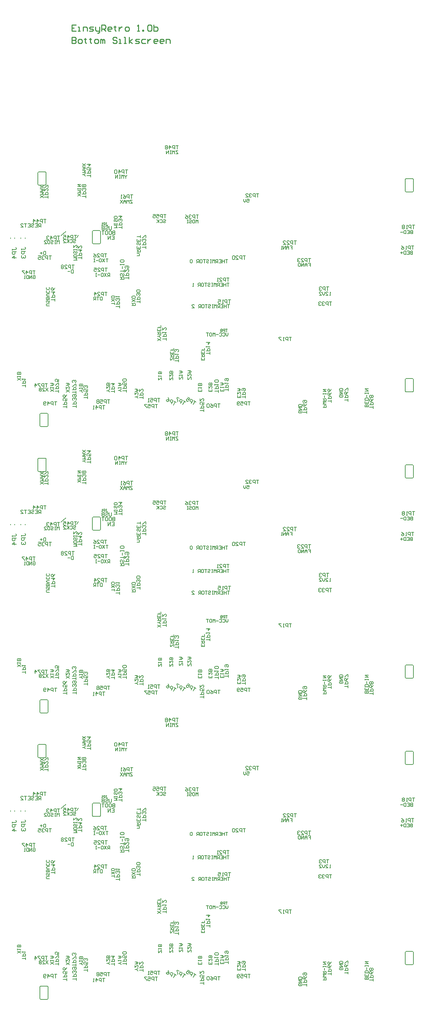
<source format=gbo>
G04 Layer_Color=32896*
%FSLAX24Y24*%
%MOIN*%
G70*
G01*
G75*
%ADD10C,0.0070*%
%ADD12C,0.0100*%
%ADD14C,0.0080*%
%ADD66C,0.0060*%
%ADD149C,0.0050*%
%ADD154C,0.0079*%
G54D10*
X3982Y19935D02*
Y20069D01*
Y20002D01*
X4315D01*
X4382Y20069D01*
Y20135D01*
X4315Y20202D01*
X4382Y19802D02*
X3982D01*
Y19602D01*
X4049Y19535D01*
X4182D01*
X4249Y19602D01*
Y19802D01*
X4049Y19402D02*
X3982Y19336D01*
Y19202D01*
X4049Y19136D01*
X4115D01*
X4182Y19202D01*
Y19269D01*
Y19202D01*
X4249Y19136D01*
X4315D01*
X4382Y19202D01*
Y19336D01*
X4315Y19402D01*
X3082Y19905D02*
Y20039D01*
Y19972D01*
X3415D01*
X3482Y20039D01*
Y20105D01*
X3415Y20172D01*
X3482Y19772D02*
X3082D01*
Y19572D01*
X3149Y19505D01*
X3282D01*
X3349Y19572D01*
Y19772D01*
X3482Y19172D02*
X3082D01*
X3282Y19372D01*
Y19106D01*
X3982Y47927D02*
Y48061D01*
Y47994D01*
X4315D01*
X4382Y48061D01*
Y48127D01*
X4315Y48194D01*
X4382Y47794D02*
X3982D01*
Y47594D01*
X4049Y47528D01*
X4182D01*
X4249Y47594D01*
Y47794D01*
X4049Y47394D02*
X3982Y47328D01*
Y47194D01*
X4049Y47128D01*
X4115D01*
X4182Y47194D01*
Y47261D01*
Y47194D01*
X4249Y47128D01*
X4315D01*
X4382Y47194D01*
Y47328D01*
X4315Y47394D01*
X3082Y47897D02*
Y48031D01*
Y47964D01*
X3415D01*
X3482Y48031D01*
Y48097D01*
X3415Y48164D01*
X3482Y47764D02*
X3082D01*
Y47564D01*
X3149Y47498D01*
X3282D01*
X3349Y47564D01*
Y47764D01*
X3482Y47164D02*
X3082D01*
X3282Y47364D01*
Y47098D01*
X3982Y75920D02*
Y76053D01*
Y75986D01*
X4315D01*
X4382Y76053D01*
Y76119D01*
X4315Y76186D01*
X4382Y75786D02*
X3982D01*
Y75586D01*
X4049Y75520D01*
X4182D01*
X4249Y75586D01*
Y75786D01*
X4049Y75386D02*
X3982Y75320D01*
Y75186D01*
X4049Y75120D01*
X4115D01*
X4182Y75186D01*
Y75253D01*
Y75186D01*
X4249Y75120D01*
X4315D01*
X4382Y75186D01*
Y75320D01*
X4315Y75386D01*
X3082Y75890D02*
Y76023D01*
Y75956D01*
X3415D01*
X3482Y76023D01*
Y76090D01*
X3415Y76156D01*
X3482Y75756D02*
X3082D01*
Y75556D01*
X3149Y75490D01*
X3282D01*
X3349Y75556D01*
Y75756D01*
X3482Y75156D02*
X3082D01*
X3282Y75356D01*
Y75090D01*
G54D12*
X9328Y97928D02*
X8928D01*
Y97328D01*
X9328D01*
X8928Y97628D02*
X9128D01*
X9528Y97328D02*
X9728D01*
X9628D01*
Y97728D01*
X9528D01*
X10028Y97328D02*
Y97728D01*
X10328D01*
X10428Y97628D01*
Y97328D01*
X10628D02*
X10928D01*
X11028Y97428D01*
X10928Y97528D01*
X10728D01*
X10628Y97628D01*
X10728Y97728D01*
X11028D01*
X11228D02*
Y97428D01*
X11328Y97328D01*
X11627D01*
Y97228D01*
X11528Y97128D01*
X11428D01*
X11627Y97328D02*
Y97728D01*
X11827Y97328D02*
Y97928D01*
X12127D01*
X12227Y97828D01*
Y97628D01*
X12127Y97528D01*
X11827D01*
X12027D02*
X12227Y97328D01*
X12727D02*
X12527D01*
X12427Y97428D01*
Y97628D01*
X12527Y97728D01*
X12727D01*
X12827Y97628D01*
Y97528D01*
X12427D01*
X13127Y97828D02*
Y97728D01*
X13027D01*
X13227D01*
X13127D01*
Y97428D01*
X13227Y97328D01*
X13527Y97728D02*
Y97328D01*
Y97528D01*
X13627Y97628D01*
X13727Y97728D01*
X13827D01*
X14227Y97328D02*
X14427D01*
X14527Y97428D01*
Y97628D01*
X14427Y97728D01*
X14227D01*
X14127Y97628D01*
Y97428D01*
X14227Y97328D01*
X15326D02*
X15526D01*
X15426D01*
Y97928D01*
X15326Y97828D01*
X15826Y97328D02*
Y97428D01*
X15926D01*
Y97328D01*
X15826D01*
X16326Y97828D02*
X16426Y97928D01*
X16626D01*
X16726Y97828D01*
Y97428D01*
X16626Y97328D01*
X16426D01*
X16326Y97428D01*
Y97828D01*
X16926Y97928D02*
Y97328D01*
X17226D01*
X17326Y97428D01*
Y97528D01*
Y97628D01*
X17226Y97728D01*
X16926D01*
X8928Y96728D02*
Y96128D01*
X9228D01*
X9328Y96228D01*
Y96328D01*
X9228Y96428D01*
X8928D01*
X9228D01*
X9328Y96528D01*
Y96628D01*
X9228Y96728D01*
X8928D01*
X9628Y96128D02*
X9828D01*
X9928Y96228D01*
Y96428D01*
X9828Y96528D01*
X9628D01*
X9528Y96428D01*
Y96228D01*
X9628Y96128D01*
X10228Y96628D02*
Y96528D01*
X10128D01*
X10328D01*
X10228D01*
Y96228D01*
X10328Y96128D01*
X10728Y96628D02*
Y96528D01*
X10628D01*
X10828D01*
X10728D01*
Y96228D01*
X10828Y96128D01*
X11228D02*
X11428D01*
X11528Y96228D01*
Y96428D01*
X11428Y96528D01*
X11228D01*
X11128Y96428D01*
Y96228D01*
X11228Y96128D01*
X11727D02*
Y96528D01*
X11827D01*
X11927Y96428D01*
Y96128D01*
Y96428D01*
X12027Y96528D01*
X12127Y96428D01*
Y96128D01*
X13327Y96628D02*
X13227Y96728D01*
X13027D01*
X12927Y96628D01*
Y96528D01*
X13027Y96428D01*
X13227D01*
X13327Y96328D01*
Y96228D01*
X13227Y96128D01*
X13027D01*
X12927Y96228D01*
X13527Y96128D02*
X13727D01*
X13627D01*
Y96528D01*
X13527D01*
X14027Y96128D02*
X14227D01*
X14127D01*
Y96728D01*
X14027D01*
X14527Y96128D02*
Y96728D01*
Y96328D02*
X14826Y96528D01*
X14527Y96328D02*
X14826Y96128D01*
X15126D02*
X15426D01*
X15526Y96228D01*
X15426Y96328D01*
X15226D01*
X15126Y96428D01*
X15226Y96528D01*
X15526D01*
X16126D02*
X15826D01*
X15726Y96428D01*
Y96228D01*
X15826Y96128D01*
X16126D01*
X16326Y96528D02*
Y96128D01*
Y96328D01*
X16426Y96428D01*
X16526Y96528D01*
X16626D01*
X17226Y96128D02*
X17026D01*
X16926Y96228D01*
Y96428D01*
X17026Y96528D01*
X17226D01*
X17326Y96428D01*
Y96328D01*
X16926D01*
X17825Y96128D02*
X17626D01*
X17526Y96228D01*
Y96428D01*
X17626Y96528D01*
X17825D01*
X17925Y96428D01*
Y96328D01*
X17526D01*
X18125Y96128D02*
Y96528D01*
X18425D01*
X18525Y96428D01*
Y96128D01*
G54D14*
X7862Y21332D02*
X8332Y21732D01*
X9382Y21132D02*
X9552Y21362D01*
X7862Y49324D02*
X8332Y49724D01*
X9382Y49124D02*
X9552Y49354D01*
X7862Y77316D02*
X8332Y77716D01*
X9382Y77116D02*
X9552Y77346D01*
G54D66*
X6302Y26282D02*
X6373Y26311D01*
X6402Y26382D01*
Y27482D02*
X6373Y27553D01*
X6302Y27582D01*
X5702D02*
X5631Y27553D01*
X5602Y27482D01*
Y26382D02*
X5631Y26311D01*
X5702Y26282D01*
X6482Y2672D02*
X6553Y2701D01*
X6582Y2772D01*
Y3872D02*
X6553Y3943D01*
X6482Y3972D01*
X5882D02*
X5811Y3943D01*
X5782Y3872D01*
Y2772D02*
X5811Y2701D01*
X5882Y2672D01*
X42222Y25622D02*
X42293Y25651D01*
X42322Y25722D01*
Y26822D02*
X42293Y26893D01*
X42222Y26922D01*
X41622D02*
X41551Y26893D01*
X41522Y26822D01*
Y25722D02*
X41551Y25651D01*
X41622Y25622D01*
X10931Y20643D02*
X10961Y20573D01*
X11031Y20543D01*
Y21843D02*
X10961Y21814D01*
X10931Y21743D01*
X11731D02*
X11702Y21814D01*
X11631Y21843D01*
Y20543D02*
X11702Y20573D01*
X11731Y20643D01*
X41609Y7359D02*
X41539Y7330D01*
X41509Y7259D01*
Y6159D02*
X41539Y6089D01*
X41609Y6059D01*
X42209D02*
X42280Y6089D01*
X42309Y6159D01*
Y7259D02*
X42280Y7330D01*
X42209Y7359D01*
X5602Y26382D02*
Y27482D01*
X5702Y27582D02*
X6302D01*
X5702Y26282D02*
X6302D01*
X6402Y26382D02*
Y27482D01*
X5782Y2772D02*
Y3872D01*
X5882Y3972D02*
X6482D01*
X5882Y2672D02*
X6482D01*
X6582Y2772D02*
Y3872D01*
X41522Y25722D02*
Y26822D01*
X41622Y26922D02*
X42222D01*
X41622Y25622D02*
X42222D01*
X42322Y25722D02*
Y26822D01*
X11731Y20643D02*
Y21743D01*
X11031Y20543D02*
X11631D01*
X11031Y21843D02*
X11631D01*
X10931Y20643D02*
Y21743D01*
X42309Y6159D02*
Y7259D01*
X41609Y6059D02*
X42209D01*
X41609Y7359D02*
X42209D01*
X41509Y6159D02*
Y7259D01*
X34332Y14862D02*
X34099D01*
X34215D01*
Y14512D01*
X33982D02*
Y14862D01*
X33807D01*
X33749Y14803D01*
Y14687D01*
X33807Y14629D01*
X33982D01*
X33632Y14803D02*
X33574Y14862D01*
X33457D01*
X33399Y14803D01*
Y14745D01*
X33457Y14687D01*
X33515D01*
X33457D01*
X33399Y14629D01*
Y14570D01*
X33457Y14512D01*
X33574D01*
X33632Y14570D01*
X33282Y14803D02*
X33224Y14862D01*
X33107D01*
X33049Y14803D01*
Y14745D01*
X33107Y14687D01*
X33166D01*
X33107D01*
X33049Y14629D01*
Y14570D01*
X33107Y14512D01*
X33224D01*
X33282Y14570D01*
X32279Y19119D02*
X32046D01*
X32163D01*
Y18769D01*
X31929D02*
Y19119D01*
X31755D01*
X31696Y19061D01*
Y18944D01*
X31755Y18886D01*
X31929D01*
X31346Y18769D02*
X31580D01*
X31346Y19003D01*
Y19061D01*
X31405Y19119D01*
X31521D01*
X31580Y19061D01*
X31230D02*
X31171Y19119D01*
X31055D01*
X30996Y19061D01*
Y19003D01*
X31055Y18944D01*
X31113D01*
X31055D01*
X30996Y18886D01*
Y18828D01*
X31055Y18769D01*
X31171D01*
X31230Y18828D01*
X30872Y20832D02*
X30639D01*
X30755D01*
Y20482D01*
X30522D02*
Y20832D01*
X30347D01*
X30289Y20773D01*
Y20657D01*
X30347Y20599D01*
X30522D01*
X29939Y20482D02*
X30172D01*
X29939Y20715D01*
Y20773D01*
X29997Y20832D01*
X30114D01*
X30172Y20773D01*
X29589Y20482D02*
X29822D01*
X29589Y20715D01*
Y20773D01*
X29647Y20832D01*
X29764D01*
X29822Y20773D01*
X21812Y4132D02*
Y4365D01*
Y4249D01*
X21462D01*
Y4482D02*
X21812D01*
Y4657D01*
X21753Y4715D01*
X21637D01*
X21579Y4657D01*
Y4482D01*
X21812Y5065D02*
Y4832D01*
X21637D01*
X21695Y4948D01*
Y5007D01*
X21637Y5065D01*
X21520D01*
X21462Y5007D01*
Y4890D01*
X21520Y4832D01*
X21462Y5415D02*
Y5182D01*
X21695Y5415D01*
X21753D01*
X21812Y5356D01*
Y5240D01*
X21753Y5182D01*
X24229Y6159D02*
Y6393D01*
Y6276D01*
X23879D01*
Y6509D02*
X24229D01*
Y6684D01*
X24171Y6743D01*
X24054D01*
X23996Y6684D01*
Y6509D01*
X23879Y6859D02*
Y6976D01*
Y6917D01*
X24229D01*
X24171Y6859D01*
X23938Y7151D02*
X23879Y7209D01*
Y7326D01*
X23938Y7384D01*
X24171D01*
X24229Y7326D01*
Y7209D01*
X24171Y7151D01*
X24113D01*
X24054Y7209D01*
Y7384D01*
X23242Y6012D02*
Y6245D01*
Y6129D01*
X22892D01*
Y6362D02*
X23242D01*
Y6537D01*
X23183Y6595D01*
X23067D01*
X23009Y6537D01*
Y6362D01*
X22892Y6712D02*
Y6828D01*
Y6770D01*
X23242D01*
X23183Y6712D01*
Y7003D02*
X23242Y7062D01*
Y7178D01*
X23183Y7236D01*
X22950D01*
X22892Y7178D01*
Y7062D01*
X22950Y7003D01*
X23183D01*
X25892Y5462D02*
Y5695D01*
Y5579D01*
X25542D01*
Y5812D02*
X25892D01*
Y5987D01*
X25833Y6045D01*
X25717D01*
X25659Y5987D01*
Y5812D01*
X25600Y6162D02*
X25542Y6220D01*
Y6337D01*
X25600Y6395D01*
X25833D01*
X25892Y6337D01*
Y6220D01*
X25833Y6162D01*
X25775D01*
X25717Y6220D01*
Y6395D01*
X17522Y5432D02*
X17289D01*
X17405D01*
Y5082D01*
X17172D02*
Y5432D01*
X16997D01*
X16939Y5373D01*
Y5257D01*
X16997Y5199D01*
X17172D01*
X16589Y5432D02*
X16822D01*
Y5257D01*
X16705Y5315D01*
X16647D01*
X16589Y5257D01*
Y5140D01*
X16647Y5082D01*
X16764D01*
X16822Y5140D01*
X16472Y5082D02*
X16356D01*
X16414D01*
Y5432D01*
X16472Y5373D01*
X20037Y5075D02*
X19835Y5192D01*
X19936Y5133D01*
X19761Y4830D01*
X19559Y4947D02*
X19734Y5250D01*
X19582Y5337D01*
X19503Y5316D01*
X19444Y5215D01*
X19466Y5135D01*
X19617Y5048D01*
X19431Y5425D02*
X19229Y5541D01*
X19200Y5491D01*
X19285Y5172D01*
X19256Y5122D01*
X19117Y5035D02*
X18915Y5152D01*
X19016Y5093D01*
X18841Y4790D01*
X18639Y4907D02*
X18814Y5210D01*
X18662Y5297D01*
X18583Y5276D01*
X18524Y5175D01*
X18546Y5095D01*
X18697Y5008D01*
X18309Y5501D02*
X18381Y5393D01*
X18423Y5233D01*
X18365Y5132D01*
X18285Y5111D01*
X18184Y5169D01*
X18163Y5249D01*
X18192Y5299D01*
X18272Y5321D01*
X18423Y5233D01*
X21057Y5075D02*
X20855Y5192D01*
X20956Y5133D01*
X20781Y4830D01*
X20579Y4947D02*
X20754Y5250D01*
X20602Y5337D01*
X20523Y5316D01*
X20464Y5215D01*
X20486Y5135D01*
X20637Y5048D01*
X20249Y5541D02*
X20451Y5425D01*
X20363Y5273D01*
X20291Y5382D01*
X20241Y5411D01*
X20161Y5390D01*
X20103Y5289D01*
X20124Y5209D01*
X20225Y5151D01*
X20305Y5172D01*
X10452Y5392D02*
Y5625D01*
Y5509D01*
X10102D01*
Y5742D02*
X10452D01*
Y5917D01*
X10393Y5975D01*
X10277D01*
X10219Y5917D01*
Y5742D01*
X10452Y6325D02*
Y6092D01*
X10277D01*
X10335Y6208D01*
Y6267D01*
X10277Y6325D01*
X10160D01*
X10102Y6267D01*
Y6150D01*
X10160Y6092D01*
X10393Y6442D02*
X10452Y6500D01*
Y6616D01*
X10393Y6675D01*
X10335D01*
X10277Y6616D01*
Y6558D01*
Y6616D01*
X10219Y6675D01*
X10160D01*
X10102Y6616D01*
Y6500D01*
X10160Y6442D01*
X14242Y6042D02*
Y6275D01*
Y6159D01*
X13892D01*
Y6392D02*
X14242D01*
Y6567D01*
X14183Y6625D01*
X14067D01*
X14009Y6567D01*
Y6392D01*
X14242Y6975D02*
Y6742D01*
X14067D01*
X14125Y6858D01*
Y6917D01*
X14067Y6975D01*
X13950D01*
X13892Y6917D01*
Y6800D01*
X13950Y6742D01*
X14183Y7092D02*
X14242Y7150D01*
Y7266D01*
X14183Y7325D01*
X13950D01*
X13892Y7266D01*
Y7150D01*
X13950Y7092D01*
X14183D01*
X13092Y6002D02*
Y6235D01*
Y6119D01*
X12742D01*
Y6352D02*
X13092D01*
Y6527D01*
X13033Y6585D01*
X12917D01*
X12859Y6527D01*
Y6352D01*
X12742Y6877D02*
X13092D01*
X12917Y6702D01*
Y6935D01*
X15872Y5392D02*
Y5625D01*
Y5509D01*
X15522D01*
Y5742D02*
X15872D01*
Y5917D01*
X15813Y5975D01*
X15697D01*
X15639Y5917D01*
Y5742D01*
X15522Y6325D02*
Y6092D01*
X15755Y6325D01*
X15813D01*
X15872Y6267D01*
Y6150D01*
X15813Y6092D01*
X4392Y6542D02*
Y6775D01*
Y6659D01*
X4042D01*
Y6892D02*
X4392D01*
Y7067D01*
X4333Y7125D01*
X4217D01*
X4159Y7067D01*
Y6892D01*
X4042Y7242D02*
Y7358D01*
Y7300D01*
X4392D01*
X4333Y7242D01*
X31872Y3972D02*
Y4205D01*
Y4089D01*
X31522D01*
Y4322D02*
X31872D01*
Y4497D01*
X31813Y4555D01*
X31697D01*
X31639Y4497D01*
Y4322D01*
X31872Y4905D02*
X31813Y4788D01*
X31697Y4672D01*
X31580D01*
X31522Y4730D01*
Y4847D01*
X31580Y4905D01*
X31639D01*
X31697Y4847D01*
Y4672D01*
X31580Y5022D02*
X31522Y5080D01*
Y5196D01*
X31580Y5255D01*
X31813D01*
X31872Y5196D01*
Y5080D01*
X31813Y5022D01*
X31755D01*
X31697Y5080D01*
Y5255D01*
X38382Y4452D02*
Y4685D01*
Y4569D01*
X38032D01*
Y4802D02*
X38382D01*
Y4977D01*
X38323Y5035D01*
X38207D01*
X38149Y4977D01*
Y4802D01*
X38382Y5385D02*
X38323Y5268D01*
X38207Y5152D01*
X38090D01*
X38032Y5210D01*
Y5327D01*
X38090Y5385D01*
X38149D01*
X38207Y5327D01*
Y5152D01*
X38323Y5502D02*
X38382Y5560D01*
Y5676D01*
X38323Y5735D01*
X38265D01*
X38207Y5676D01*
X38149Y5735D01*
X38090D01*
X38032Y5676D01*
Y5560D01*
X38090Y5502D01*
X38149D01*
X38207Y5560D01*
X38265Y5502D01*
X38323D01*
X38207Y5560D02*
Y5676D01*
X35922Y5142D02*
Y5375D01*
Y5259D01*
X35572D01*
Y5492D02*
X35922D01*
Y5667D01*
X35863Y5725D01*
X35747D01*
X35689Y5667D01*
Y5492D01*
X35922Y6075D02*
X35863Y5958D01*
X35747Y5842D01*
X35630D01*
X35572Y5900D01*
Y6017D01*
X35630Y6075D01*
X35689D01*
X35747Y6017D01*
Y5842D01*
X35922Y6192D02*
Y6425D01*
X35863D01*
X35630Y6192D01*
X35572D01*
X34292Y5052D02*
Y5285D01*
Y5169D01*
X33942D01*
Y5402D02*
X34292D01*
Y5577D01*
X34233Y5635D01*
X34117D01*
X34059Y5577D01*
Y5402D01*
X34292Y5985D02*
X34233Y5868D01*
X34117Y5752D01*
X34000D01*
X33942Y5810D01*
Y5927D01*
X34000Y5985D01*
X34059D01*
X34117Y5927D01*
Y5752D01*
X34292Y6335D02*
X34233Y6218D01*
X34117Y6102D01*
X34000D01*
X33942Y6160D01*
Y6276D01*
X34000Y6335D01*
X34059D01*
X34117Y6276D01*
Y6102D01*
X19322Y30152D02*
X19089D01*
X19205D01*
Y29802D01*
X18972D02*
Y30152D01*
X18797D01*
X18739Y30093D01*
Y29977D01*
X18797Y29919D01*
X18972D01*
X18447Y29802D02*
Y30152D01*
X18622Y29977D01*
X18389D01*
X18272Y30093D02*
X18214Y30152D01*
X18097D01*
X18039Y30093D01*
Y30035D01*
X18097Y29977D01*
X18039Y29919D01*
Y29860D01*
X18097Y29802D01*
X18214D01*
X18272Y29860D01*
Y29919D01*
X18214Y29977D01*
X18272Y30035D01*
Y30093D01*
X18214Y29977D02*
X18097D01*
X5322Y17922D02*
X5089D01*
X5205D01*
Y17572D01*
X4972D02*
Y17922D01*
X4797D01*
X4739Y17863D01*
Y17747D01*
X4797Y17689D01*
X4972D01*
X4447Y17572D02*
Y17922D01*
X4622Y17747D01*
X4389D01*
X4272Y17922D02*
X4039D01*
Y17863D01*
X4272Y17630D01*
Y17572D01*
X7252Y14952D02*
Y15185D01*
Y15069D01*
X6902D01*
Y15302D02*
X7252D01*
Y15477D01*
X7193Y15535D01*
X7077D01*
X7019Y15477D01*
Y15302D01*
X6902Y15827D02*
X7252D01*
X7077Y15652D01*
Y15885D01*
X7252Y16235D02*
X7193Y16118D01*
X7077Y16002D01*
X6960D01*
X6902Y16060D01*
Y16176D01*
X6960Y16235D01*
X7019D01*
X7077Y16176D01*
Y16002D01*
X9382Y21372D02*
X9149D01*
X9265D01*
Y21022D01*
X9032D02*
Y21372D01*
X8857D01*
X8799Y21313D01*
Y21197D01*
X8857Y21139D01*
X9032D01*
X8507Y21022D02*
Y21372D01*
X8682Y21197D01*
X8449D01*
X8099Y21372D02*
X8332D01*
Y21197D01*
X8216Y21255D01*
X8157D01*
X8099Y21197D01*
Y21080D01*
X8157Y21022D01*
X8274D01*
X8332Y21080D01*
X6389Y22939D02*
X6156D01*
X6273D01*
Y22589D01*
X6039D02*
Y22939D01*
X5865D01*
X5806Y22881D01*
Y22764D01*
X5865Y22706D01*
X6039D01*
X5515Y22589D02*
Y22939D01*
X5690Y22764D01*
X5456D01*
X5165Y22589D02*
Y22939D01*
X5340Y22764D01*
X5106D01*
X7732Y21292D02*
X7499D01*
X7615D01*
Y20942D01*
X7382D02*
Y21292D01*
X7207D01*
X7149Y21233D01*
Y21117D01*
X7207Y21059D01*
X7382D01*
X6857Y20942D02*
Y21292D01*
X7032Y21117D01*
X6799D01*
X6682Y21233D02*
X6624Y21292D01*
X6507D01*
X6449Y21233D01*
Y21175D01*
X6507Y21117D01*
X6566D01*
X6507D01*
X6449Y21059D01*
Y21000D01*
X6507Y20942D01*
X6624D01*
X6682Y21000D01*
X9882Y19062D02*
Y19295D01*
Y19179D01*
X9532D01*
Y19412D02*
X9882D01*
Y19587D01*
X9823Y19645D01*
X9707D01*
X9649Y19587D01*
Y19412D01*
X9532Y19937D02*
X9882D01*
X9707Y19762D01*
Y19995D01*
X9532Y20345D02*
Y20112D01*
X9765Y20345D01*
X9823D01*
X9882Y20286D01*
Y20170D01*
X9823Y20112D01*
X14379Y27759D02*
X14146D01*
X14263D01*
Y27409D01*
X14029D02*
Y27759D01*
X13855D01*
X13796Y27701D01*
Y27584D01*
X13855Y27526D01*
X14029D01*
X13505Y27409D02*
Y27759D01*
X13680Y27584D01*
X13446D01*
X13330Y27701D02*
X13271Y27759D01*
X13155D01*
X13096Y27701D01*
Y27468D01*
X13155Y27409D01*
X13271D01*
X13330Y27468D01*
Y27701D01*
X10269Y25049D02*
Y25283D01*
Y25166D01*
X9919D01*
Y25399D02*
X10269D01*
Y25574D01*
X10211Y25633D01*
X10094D01*
X10036Y25574D01*
Y25399D01*
X10211Y25749D02*
X10269Y25807D01*
Y25924D01*
X10211Y25982D01*
X10153D01*
X10094Y25924D01*
Y25866D01*
Y25924D01*
X10036Y25982D01*
X9978D01*
X9919Y25924D01*
Y25807D01*
X9978Y25749D01*
X10211Y26099D02*
X10269Y26157D01*
Y26274D01*
X10211Y26332D01*
X10153D01*
X10094Y26274D01*
X10036Y26332D01*
X9978D01*
X9919Y26274D01*
Y26157D01*
X9978Y26099D01*
X10036D01*
X10094Y26157D01*
X10153Y26099D01*
X10211D01*
X10094Y26157D02*
Y26274D01*
X16142Y20082D02*
Y20315D01*
Y20199D01*
X15792D01*
Y20432D02*
X16142D01*
Y20607D01*
X16083Y20665D01*
X15967D01*
X15909Y20607D01*
Y20432D01*
X16083Y20782D02*
X16142Y20840D01*
Y20957D01*
X16083Y21015D01*
X16025D01*
X15967Y20957D01*
Y20898D01*
Y20957D01*
X15909Y21015D01*
X15850D01*
X15792Y20957D01*
Y20840D01*
X15850Y20782D01*
X16142Y21132D02*
Y21365D01*
X16083D01*
X15850Y21132D01*
X15792D01*
X21302Y23372D02*
X21069D01*
X21185D01*
Y23022D01*
X20952D02*
Y23372D01*
X20777D01*
X20719Y23313D01*
Y23197D01*
X20777Y23139D01*
X20952D01*
X20602Y23313D02*
X20544Y23372D01*
X20427D01*
X20369Y23313D01*
Y23255D01*
X20427Y23197D01*
X20485D01*
X20427D01*
X20369Y23139D01*
Y23080D01*
X20427Y23022D01*
X20544D01*
X20602Y23080D01*
X20019Y23372D02*
X20136Y23313D01*
X20252Y23197D01*
Y23080D01*
X20194Y23022D01*
X20077D01*
X20019Y23080D01*
Y23139D01*
X20077Y23197D01*
X20252D01*
X13832Y22032D02*
Y22265D01*
Y22149D01*
X13482D01*
Y22382D02*
X13832D01*
Y22557D01*
X13773Y22615D01*
X13657D01*
X13599Y22557D01*
Y22382D01*
X13773Y22732D02*
X13832Y22790D01*
Y22907D01*
X13773Y22965D01*
X13715D01*
X13657Y22907D01*
Y22848D01*
Y22907D01*
X13599Y22965D01*
X13540D01*
X13482Y22907D01*
Y22790D01*
X13540Y22732D01*
X13482Y23256D02*
X13832D01*
X13657Y23082D01*
Y23315D01*
X24439Y15069D02*
X24206D01*
X24323D01*
Y14719D01*
X24089D02*
Y15069D01*
X23915D01*
X23856Y15011D01*
Y14894D01*
X23915Y14836D01*
X24089D01*
X23740Y14719D02*
X23623D01*
X23681D01*
Y15069D01*
X23740Y15011D01*
X23215Y15069D02*
X23448D01*
Y14894D01*
X23331Y14953D01*
X23273D01*
X23215Y14894D01*
Y14778D01*
X23273Y14719D01*
X23390D01*
X23448Y14778D01*
X25892Y19372D02*
X25659D01*
X25775D01*
Y19022D01*
X25542D02*
Y19372D01*
X25367D01*
X25309Y19313D01*
Y19197D01*
X25367Y19139D01*
X25542D01*
X24959Y19022D02*
X25192D01*
X24959Y19255D01*
Y19313D01*
X25017Y19372D01*
X25134D01*
X25192Y19313D01*
X24842D02*
X24784Y19372D01*
X24667D01*
X24609Y19313D01*
Y19080D01*
X24667Y19022D01*
X24784D01*
X24842Y19080D01*
Y19313D01*
X24299Y17209D02*
X24066D01*
X24183D01*
Y16859D01*
X23949D02*
Y17209D01*
X23775D01*
X23716Y17151D01*
Y17034D01*
X23775Y16976D01*
X23949D01*
X23366Y16859D02*
X23600D01*
X23366Y17093D01*
Y17151D01*
X23425Y17209D01*
X23541D01*
X23600Y17151D01*
X23250Y16859D02*
X23133D01*
X23191D01*
Y17209D01*
X23250Y17151D01*
X34039Y16329D02*
X33806D01*
X33923D01*
Y15979D01*
X33689D02*
Y16329D01*
X33515D01*
X33456Y16271D01*
Y16154D01*
X33515Y16096D01*
X33689D01*
X33340Y16271D02*
X33281Y16329D01*
X33165D01*
X33106Y16271D01*
Y16213D01*
X33165Y16154D01*
X33223D01*
X33165D01*
X33106Y16096D01*
Y16038D01*
X33165Y15979D01*
X33281D01*
X33340Y16038D01*
X42362Y20342D02*
X42129D01*
X42245D01*
Y19992D01*
X42012D02*
Y20342D01*
X41837D01*
X41779Y20283D01*
Y20167D01*
X41837Y20109D01*
X42012D01*
X41662Y19992D02*
X41545D01*
X41604D01*
Y20342D01*
X41662Y20283D01*
X41137Y20342D02*
X41254Y20283D01*
X41371Y20167D01*
Y20050D01*
X41312Y19992D01*
X41196D01*
X41137Y20050D01*
Y20109D01*
X41196Y20167D01*
X41371D01*
X30392Y11412D02*
X30159D01*
X30275D01*
Y11062D01*
X30042D02*
Y11412D01*
X29867D01*
X29809Y11353D01*
Y11237D01*
X29867Y11179D01*
X30042D01*
X29692Y11062D02*
X29575D01*
X29634D01*
Y11412D01*
X29692Y11353D01*
X29401Y11412D02*
X29167D01*
Y11353D01*
X29401Y11120D01*
Y11062D01*
X42442Y22362D02*
X42209D01*
X42325D01*
Y22012D01*
X42092D02*
Y22362D01*
X41917D01*
X41859Y22303D01*
Y22187D01*
X41917Y22129D01*
X42092D01*
X41742Y22012D02*
X41625D01*
X41684D01*
Y22362D01*
X41742Y22303D01*
X41451D02*
X41392Y22362D01*
X41276D01*
X41217Y22303D01*
Y22245D01*
X41276Y22187D01*
X41217Y22129D01*
Y22070D01*
X41276Y22012D01*
X41392D01*
X41451Y22070D01*
Y22129D01*
X41392Y22187D01*
X41451Y22245D01*
Y22303D01*
X41392Y22187D02*
X41276D01*
X12362Y15822D02*
X12129D01*
X12245D01*
Y15472D01*
X12012D02*
Y15822D01*
X11837D01*
X11779Y15763D01*
Y15647D01*
X11837Y15589D01*
X12012D01*
X11429Y15472D02*
X11662D01*
X11429Y15705D01*
Y15763D01*
X11487Y15822D01*
X11604D01*
X11662Y15763D01*
X11137Y15472D02*
Y15822D01*
X11312Y15647D01*
X11079D01*
X12372Y18182D02*
X12139D01*
X12255D01*
Y17832D01*
X12022D02*
Y18182D01*
X11847D01*
X11789Y18123D01*
Y18007D01*
X11847Y17949D01*
X12022D01*
X11439Y17832D02*
X11672D01*
X11439Y18065D01*
Y18123D01*
X11497Y18182D01*
X11614D01*
X11672Y18123D01*
X11089Y18182D02*
X11322D01*
Y18007D01*
X11206Y18065D01*
X11147D01*
X11089Y18007D01*
Y17890D01*
X11147Y17832D01*
X11264D01*
X11322Y17890D01*
X12322Y19582D02*
X12089D01*
X12205D01*
Y19232D01*
X11972D02*
Y19582D01*
X11797D01*
X11739Y19523D01*
Y19407D01*
X11797Y19349D01*
X11972D01*
X11389Y19232D02*
X11622D01*
X11389Y19465D01*
Y19523D01*
X11447Y19582D01*
X11564D01*
X11622Y19523D01*
X11039Y19582D02*
X11156Y19523D01*
X11272Y19407D01*
Y19290D01*
X11214Y19232D01*
X11097D01*
X11039Y19290D01*
Y19349D01*
X11097Y19407D01*
X11272D01*
X14482Y17102D02*
Y17335D01*
Y17219D01*
X14132D01*
Y17452D02*
X14482D01*
Y17627D01*
X14423Y17685D01*
X14307D01*
X14249Y17627D01*
Y17452D01*
X14132Y18035D02*
Y17802D01*
X14365Y18035D01*
X14423D01*
X14482Y17977D01*
Y17860D01*
X14423Y17802D01*
X14190Y18152D02*
X14132Y18210D01*
Y18326D01*
X14190Y18385D01*
X14423D01*
X14482Y18326D01*
Y18210D01*
X14423Y18152D01*
X14365D01*
X14307Y18210D01*
Y18385D01*
X15592Y14772D02*
Y15005D01*
Y14889D01*
X15242D01*
Y15122D02*
X15592D01*
Y15297D01*
X15533Y15355D01*
X15417D01*
X15359Y15297D01*
Y15122D01*
X15533Y15472D02*
X15592Y15530D01*
Y15647D01*
X15533Y15705D01*
X15475D01*
X15417Y15647D01*
Y15588D01*
Y15647D01*
X15359Y15705D01*
X15300D01*
X15242Y15647D01*
Y15530D01*
X15300Y15472D01*
X15533Y15822D02*
X15592Y15880D01*
Y15996D01*
X15533Y16055D01*
X15300D01*
X15242Y15996D01*
Y15880D01*
X15300Y15822D01*
X15533D01*
X13582Y14282D02*
Y14515D01*
Y14399D01*
X13232D01*
Y14632D02*
X13582D01*
Y14807D01*
X13523Y14865D01*
X13407D01*
X13349Y14807D01*
Y14632D01*
X13523Y14982D02*
X13582Y15040D01*
Y15157D01*
X13523Y15215D01*
X13465D01*
X13407Y15157D01*
Y15098D01*
Y15157D01*
X13349Y15215D01*
X13290D01*
X13232Y15157D01*
Y15040D01*
X13290Y14982D01*
X13232Y15332D02*
Y15448D01*
Y15390D01*
X13582D01*
X13523Y15332D01*
X27192Y25442D02*
X26959D01*
X27075D01*
Y25092D01*
X26842D02*
Y25442D01*
X26667D01*
X26609Y25383D01*
Y25267D01*
X26667Y25209D01*
X26842D01*
X26492Y25383D02*
X26434Y25442D01*
X26317D01*
X26259Y25383D01*
Y25325D01*
X26317Y25267D01*
X26375D01*
X26317D01*
X26259Y25209D01*
Y25150D01*
X26317Y25092D01*
X26434D01*
X26492Y25150D01*
X25909Y25092D02*
X26142D01*
X25909Y25325D01*
Y25383D01*
X25967Y25442D01*
X26084D01*
X26142Y25383D01*
X7619Y6019D02*
Y6253D01*
Y6136D01*
X7269D01*
Y6369D02*
X7619D01*
Y6544D01*
X7561Y6603D01*
X7444D01*
X7386Y6544D01*
Y6369D01*
X7619Y6719D02*
Y6952D01*
X7561D01*
X7328Y6719D01*
X7269D01*
X7619Y7302D02*
Y7069D01*
X7444D01*
X7503Y7186D01*
Y7244D01*
X7444Y7302D01*
X7328D01*
X7269Y7244D01*
Y7127D01*
X7328Y7069D01*
X6532Y6882D02*
X6299D01*
X6415D01*
Y6532D01*
X6182D02*
Y6882D01*
X6007D01*
X5949Y6823D01*
Y6707D01*
X6007Y6649D01*
X6182D01*
X5832Y6882D02*
X5599D01*
Y6823D01*
X5832Y6590D01*
Y6532D01*
X5307D02*
Y6882D01*
X5482Y6707D01*
X5249D01*
X9312Y5922D02*
Y6155D01*
Y6039D01*
X8962D01*
Y6272D02*
X9312D01*
Y6447D01*
X9253Y6505D01*
X9137D01*
X9079Y6447D01*
Y6272D01*
X9312Y6622D02*
Y6855D01*
X9253D01*
X9020Y6622D01*
X8962D01*
X9253Y6972D02*
X9312Y7030D01*
Y7146D01*
X9253Y7205D01*
X9195D01*
X9137Y7146D01*
Y7088D01*
Y7146D01*
X9079Y7205D01*
X9020D01*
X8962Y7146D01*
Y7030D01*
X9020Y6972D01*
X18149Y11119D02*
Y11353D01*
Y11236D01*
X17799D01*
Y11469D02*
X18149D01*
Y11644D01*
X18091Y11703D01*
X17974D01*
X17916Y11644D01*
Y11469D01*
X17799Y11819D02*
Y11936D01*
Y11877D01*
X18149D01*
X18091Y11819D01*
X17799Y12344D02*
Y12111D01*
X18033Y12344D01*
X18091D01*
X18149Y12286D01*
Y12169D01*
X18091Y12111D01*
X19342Y8992D02*
Y9225D01*
Y9109D01*
X18992D01*
Y9342D02*
X19342D01*
Y9517D01*
X19283Y9575D01*
X19167D01*
X19109Y9517D01*
Y9342D01*
X18992Y9692D02*
Y9808D01*
Y9750D01*
X19342D01*
X19283Y9692D01*
Y9983D02*
X19342Y10042D01*
Y10158D01*
X19283Y10216D01*
X19225D01*
X19167Y10158D01*
Y10100D01*
Y10158D01*
X19109Y10216D01*
X19050D01*
X18992Y10158D01*
Y10042D01*
X19050Y9983D01*
X22412Y9732D02*
Y9965D01*
Y9849D01*
X22062D01*
Y10082D02*
X22412D01*
Y10257D01*
X22353Y10315D01*
X22237D01*
X22179Y10257D01*
Y10082D01*
X22062Y10432D02*
Y10548D01*
Y10490D01*
X22412D01*
X22353Y10432D01*
X22062Y10898D02*
X22412D01*
X22237Y10723D01*
Y10956D01*
X9152Y18462D02*
X8919D01*
X9035D01*
Y18112D01*
X8802D02*
Y18462D01*
X8627D01*
X8569Y18403D01*
Y18287D01*
X8627Y18229D01*
X8802D01*
X8219Y18112D02*
X8452D01*
X8219Y18345D01*
Y18403D01*
X8277Y18462D01*
X8394D01*
X8452Y18403D01*
X8102D02*
X8044Y18462D01*
X7927D01*
X7869Y18403D01*
Y18345D01*
X7927Y18287D01*
X7869Y18229D01*
Y18170D01*
X7927Y18112D01*
X8044D01*
X8102Y18170D01*
Y18229D01*
X8044Y18287D01*
X8102Y18345D01*
Y18403D01*
X8044Y18287D02*
X7927D01*
X6912Y19362D02*
X6679D01*
X6795D01*
Y19012D01*
X6562D02*
Y19362D01*
X6387D01*
X6329Y19303D01*
Y19187D01*
X6387Y19129D01*
X6562D01*
X6212Y19303D02*
X6154Y19362D01*
X6037D01*
X5979Y19303D01*
Y19245D01*
X6037Y19187D01*
X6095D01*
X6037D01*
X5979Y19129D01*
Y19070D01*
X6037Y19012D01*
X6154D01*
X6212Y19070D01*
X5629Y19362D02*
X5862D01*
Y19187D01*
X5746Y19245D01*
X5687D01*
X5629Y19187D01*
Y19070D01*
X5687Y19012D01*
X5804D01*
X5862Y19070D01*
X10749Y27089D02*
Y27323D01*
Y27206D01*
X10399D01*
Y27439D02*
X10749D01*
Y27614D01*
X10691Y27673D01*
X10574D01*
X10516Y27614D01*
Y27439D01*
X10749Y28022D02*
Y27789D01*
X10574D01*
X10633Y27906D01*
Y27964D01*
X10574Y28022D01*
X10458D01*
X10399Y27964D01*
Y27847D01*
X10458Y27789D01*
X10399Y28314D02*
X10749D01*
X10574Y28139D01*
Y28372D01*
X18132Y23412D02*
X17899D01*
X18015D01*
Y23062D01*
X17782D02*
Y23412D01*
X17607D01*
X17549Y23353D01*
Y23237D01*
X17607Y23179D01*
X17782D01*
X17199Y23412D02*
X17432D01*
Y23237D01*
X17315Y23295D01*
X17257D01*
X17199Y23237D01*
Y23120D01*
X17257Y23062D01*
X17374D01*
X17432Y23120D01*
X16849Y23412D02*
X17082D01*
Y23237D01*
X16966Y23295D01*
X16907D01*
X16849Y23237D01*
Y23120D01*
X16907Y23062D01*
X17024D01*
X17082Y23120D01*
X9349Y4529D02*
Y4763D01*
Y4646D01*
X8999D01*
Y4879D02*
X9349D01*
Y5054D01*
X9291Y5113D01*
X9174D01*
X9116Y5054D01*
Y4879D01*
X9291Y5229D02*
X9349Y5287D01*
Y5404D01*
X9291Y5462D01*
X9233D01*
X9174Y5404D01*
Y5346D01*
Y5404D01*
X9116Y5462D01*
X9058D01*
X8999Y5404D01*
Y5287D01*
X9058Y5229D01*
Y5579D02*
X8999Y5637D01*
Y5754D01*
X9058Y5812D01*
X9291D01*
X9349Y5754D01*
Y5637D01*
X9291Y5579D01*
X9233D01*
X9174Y5637D01*
Y5812D01*
X12152Y4732D02*
X11919D01*
X12035D01*
Y4382D01*
X11802D02*
Y4732D01*
X11627D01*
X11569Y4673D01*
Y4557D01*
X11627Y4499D01*
X11802D01*
X11277Y4382D02*
Y4732D01*
X11452Y4557D01*
X11219D01*
X11102Y4382D02*
X10986D01*
X11044D01*
Y4732D01*
X11102Y4673D01*
X7439Y5109D02*
X7206D01*
X7323D01*
Y4759D01*
X7089D02*
Y5109D01*
X6915D01*
X6856Y5051D01*
Y4934D01*
X6915Y4876D01*
X7089D01*
X6565Y4759D02*
Y5109D01*
X6740Y4934D01*
X6506D01*
X6390Y4818D02*
X6331Y4759D01*
X6215D01*
X6156Y4818D01*
Y5051D01*
X6215Y5109D01*
X6331D01*
X6390Y5051D01*
Y4993D01*
X6331Y4934D01*
X6156D01*
X8412Y4492D02*
Y4725D01*
Y4609D01*
X8062D01*
Y4842D02*
X8412D01*
Y5017D01*
X8353Y5075D01*
X8237D01*
X8179Y5017D01*
Y4842D01*
X8412Y5425D02*
Y5192D01*
X8237D01*
X8295Y5308D01*
Y5367D01*
X8237Y5425D01*
X8120D01*
X8062Y5367D01*
Y5250D01*
X8120Y5192D01*
X8412Y5775D02*
X8353Y5658D01*
X8237Y5542D01*
X8120D01*
X8062Y5600D01*
Y5716D01*
X8120Y5775D01*
X8179D01*
X8237Y5716D01*
Y5542D01*
X17292Y4842D02*
X17059D01*
X17175D01*
Y4492D01*
X16942D02*
Y4842D01*
X16767D01*
X16709Y4783D01*
Y4667D01*
X16767Y4609D01*
X16942D01*
X16359Y4842D02*
X16592D01*
Y4667D01*
X16475Y4725D01*
X16417D01*
X16359Y4667D01*
Y4550D01*
X16417Y4492D01*
X16534D01*
X16592Y4550D01*
X16242Y4842D02*
X16009D01*
Y4783D01*
X16242Y4550D01*
Y4492D01*
X12622Y5302D02*
X12389D01*
X12505D01*
Y4952D01*
X12272D02*
Y5302D01*
X12097D01*
X12039Y5243D01*
Y5127D01*
X12097Y5069D01*
X12272D01*
X11689Y5302D02*
X11922D01*
Y5127D01*
X11805Y5185D01*
X11747D01*
X11689Y5127D01*
Y5010D01*
X11747Y4952D01*
X11864D01*
X11922Y5010D01*
X11572Y5243D02*
X11514Y5302D01*
X11397D01*
X11339Y5243D01*
Y5185D01*
X11397Y5127D01*
X11339Y5069D01*
Y5010D01*
X11397Y4952D01*
X11514D01*
X11572Y5010D01*
Y5069D01*
X11514Y5127D01*
X11572Y5185D01*
Y5243D01*
X11514Y5127D02*
X11397D01*
X26362Y5112D02*
X26129D01*
X26245D01*
Y4762D01*
X26012D02*
Y5112D01*
X25837D01*
X25779Y5053D01*
Y4937D01*
X25837Y4879D01*
X26012D01*
X25429Y5112D02*
X25662D01*
Y4937D01*
X25545Y4995D01*
X25487D01*
X25429Y4937D01*
Y4820D01*
X25487Y4762D01*
X25604D01*
X25662Y4820D01*
X25312D02*
X25254Y4762D01*
X25137D01*
X25079Y4820D01*
Y5053D01*
X25137Y5112D01*
X25254D01*
X25312Y5053D01*
Y4995D01*
X25254Y4937D01*
X25079D01*
X23412Y4902D02*
X23179D01*
X23295D01*
Y4552D01*
X23062D02*
Y4902D01*
X22887D01*
X22829Y4843D01*
Y4727D01*
X22887Y4669D01*
X23062D01*
X22479Y4902D02*
X22595Y4843D01*
X22712Y4727D01*
Y4610D01*
X22654Y4552D01*
X22537D01*
X22479Y4610D01*
Y4669D01*
X22537Y4727D01*
X22712D01*
X22362Y4843D02*
X22304Y4902D01*
X22187D01*
X22129Y4843D01*
Y4610D01*
X22187Y4552D01*
X22304D01*
X22362Y4610D01*
Y4843D01*
X6579Y24999D02*
Y25233D01*
Y25116D01*
X6229D01*
Y25349D02*
X6579D01*
Y25524D01*
X6521Y25583D01*
X6404D01*
X6346Y25524D01*
Y25349D01*
X6229Y25932D02*
Y25699D01*
X6463Y25932D01*
X6521D01*
X6579Y25874D01*
Y25757D01*
X6521Y25699D01*
X6579Y26049D02*
Y26282D01*
X6521D01*
X6288Y26049D01*
X6229D01*
X14869Y25329D02*
X14636D01*
X14753D01*
Y24979D01*
X14519D02*
Y25329D01*
X14345D01*
X14286Y25271D01*
Y25154D01*
X14345Y25096D01*
X14519D01*
X13936Y25329D02*
X14053Y25271D01*
X14170Y25154D01*
Y25038D01*
X14111Y24979D01*
X13995D01*
X13936Y25038D01*
Y25096D01*
X13995Y25154D01*
X14170D01*
X13820Y24979D02*
X13703D01*
X13761D01*
Y25329D01*
X13820Y25271D01*
X15282Y19382D02*
X15515D01*
Y19557D01*
X15457Y19615D01*
X15282D01*
Y19732D02*
X15632D01*
Y19907D01*
X15573Y19965D01*
X15457D01*
X15399Y19907D01*
Y19732D01*
Y19848D02*
X15282Y19965D01*
X15632Y20315D02*
Y20082D01*
X15282D01*
Y20315D01*
X15457Y20082D02*
Y20198D01*
X15573Y20665D02*
X15632Y20606D01*
Y20490D01*
X15573Y20432D01*
X15515D01*
X15457Y20490D01*
Y20606D01*
X15399Y20665D01*
X15340D01*
X15282Y20606D01*
Y20490D01*
X15340Y20432D01*
X15632Y21015D02*
Y20781D01*
X15282D01*
Y21015D01*
X15457Y20781D02*
Y20898D01*
X15632Y21131D02*
Y21365D01*
Y21248D01*
X15282D01*
X5889Y22159D02*
Y22509D01*
X5714D01*
X5656Y22451D01*
Y22334D01*
X5714Y22276D01*
X5889D01*
X5773D02*
X5656Y22159D01*
X5306Y22509D02*
X5539D01*
Y22159D01*
X5306D01*
X5539Y22334D02*
X5423D01*
X4956Y22451D02*
X5015Y22509D01*
X5131D01*
X5190Y22451D01*
Y22393D01*
X5131Y22334D01*
X5015D01*
X4956Y22276D01*
Y22218D01*
X5015Y22159D01*
X5131D01*
X5190Y22218D01*
X4606Y22509D02*
X4840D01*
Y22159D01*
X4606D01*
X4840Y22334D02*
X4723D01*
X4490Y22509D02*
X4257D01*
X4373D01*
Y22159D01*
X3907D02*
X4140D01*
X3907Y22393D01*
Y22451D01*
X3965Y22509D01*
X4082D01*
X4140Y22451D01*
X12809Y21322D02*
X13042D01*
Y20972D01*
X12809D01*
X13042Y21147D02*
X12925D01*
X12692Y20972D02*
Y21322D01*
X12459Y20972D01*
Y21322D01*
X13132Y21802D02*
Y21452D01*
X12957D01*
X12899Y21510D01*
Y21569D01*
X12957Y21627D01*
X13132D01*
X12957D01*
X12899Y21685D01*
Y21743D01*
X12957Y21802D01*
X13132D01*
X12607D02*
X12724D01*
X12782Y21743D01*
Y21510D01*
X12724Y21452D01*
X12607D01*
X12549Y21510D01*
Y21743D01*
X12607Y21802D01*
X12257D02*
X12374D01*
X12432Y21743D01*
Y21510D01*
X12374Y21452D01*
X12257D01*
X12199Y21510D01*
Y21743D01*
X12257Y21802D01*
X12082D02*
X11849D01*
X11966D01*
Y21452D01*
X12792Y22262D02*
Y21970D01*
X12734Y21912D01*
X12617D01*
X12559Y21970D01*
Y22262D01*
X12209Y22203D02*
X12267Y22262D01*
X12384D01*
X12442Y22203D01*
Y22145D01*
X12384Y22087D01*
X12267D01*
X12209Y22029D01*
Y21970D01*
X12267Y21912D01*
X12384D01*
X12442Y21970D01*
X12092Y22262D02*
Y21912D01*
X11917D01*
X11859Y21970D01*
Y22029D01*
X11917Y22087D01*
X12092D01*
X11917D01*
X11859Y22145D01*
Y22203D01*
X11917Y22262D01*
X12092D01*
X12622Y17342D02*
Y17662D01*
X12462D01*
X12409Y17608D01*
Y17502D01*
X12462Y17449D01*
X12622D01*
X12515D02*
X12409Y17342D01*
X12302Y17662D02*
X12089Y17342D01*
Y17662D02*
X12302Y17342D01*
X11982Y17608D02*
X11929Y17662D01*
X11822D01*
X11769Y17608D01*
Y17395D01*
X11822Y17342D01*
X11929D01*
X11982Y17395D01*
Y17608D01*
X11662Y17502D02*
X11449D01*
X11342Y17662D02*
X11236D01*
X11289D01*
Y17342D01*
X11342D01*
X11236D01*
X13662Y17062D02*
X14012D01*
Y17237D01*
X13953Y17295D01*
X13837D01*
X13779Y17237D01*
Y17062D01*
Y17179D02*
X13662Y17295D01*
X13953Y17645D02*
X14012Y17587D01*
Y17470D01*
X13953Y17412D01*
X13895D01*
X13837Y17470D01*
Y17587D01*
X13779Y17645D01*
X13720D01*
X13662Y17587D01*
Y17470D01*
X13720Y17412D01*
X14012Y17762D02*
Y17995D01*
Y17878D01*
X13662D01*
X13837Y18112D02*
Y18345D01*
X14012Y18461D02*
Y18578D01*
Y18520D01*
X13662D01*
Y18461D01*
Y18578D01*
X14012Y18928D02*
Y18811D01*
X13953Y18753D01*
X13720D01*
X13662Y18811D01*
Y18928D01*
X13720Y18986D01*
X13953D01*
X14012Y18928D01*
X14782Y14512D02*
X15132D01*
Y14687D01*
X15073Y14745D01*
X14957D01*
X14899Y14687D01*
Y14512D01*
Y14629D02*
X14782Y14745D01*
X15132Y14862D02*
X14782Y15095D01*
X15132D02*
X14782Y14862D01*
X15073Y15212D02*
X15132Y15270D01*
Y15387D01*
X15073Y15445D01*
X14840D01*
X14782Y15387D01*
Y15270D01*
X14840Y15212D01*
X15073D01*
X17619Y11069D02*
X17299Y11283D01*
X17619D02*
X17299Y11069D01*
X17619Y11389D02*
X17566D01*
X17459Y11496D01*
X17566Y11603D01*
X17619D01*
X17459Y11496D02*
X17299D01*
Y11709D02*
X17619D01*
Y11869D01*
X17566Y11922D01*
X17459D01*
X17406Y11869D01*
Y11709D01*
Y11816D02*
X17299Y11922D01*
X17619Y12242D02*
Y12029D01*
X17299D01*
Y12242D01*
X17459Y12029D02*
Y12136D01*
X17619Y12562D02*
Y12349D01*
X17459D01*
Y12456D01*
Y12349D01*
X17299D01*
X18869Y9169D02*
Y9383D01*
X18816D01*
X18603Y9169D01*
X18549D01*
Y9383D01*
Y9489D02*
X18869D01*
Y9649D01*
X18816Y9703D01*
X18709D01*
X18656Y9649D01*
Y9489D01*
Y9596D02*
X18549Y9703D01*
X18869Y10022D02*
Y9809D01*
X18549D01*
Y10022D01*
X18709Y9809D02*
Y9916D01*
X18869Y10342D02*
Y10129D01*
X18709D01*
Y10236D01*
Y10129D01*
X18549D01*
X21892Y9395D02*
Y9182D01*
X21572D01*
Y9395D01*
X21732Y9182D02*
Y9289D01*
X21572Y9502D02*
X21892D01*
Y9662D01*
X21838Y9715D01*
X21732D01*
X21679Y9662D01*
Y9502D01*
Y9608D02*
X21572Y9715D01*
X21892Y10035D02*
Y9822D01*
X21572D01*
Y10035D01*
X21732Y9822D02*
Y9928D01*
X21892Y10355D02*
Y10142D01*
X21732D01*
Y10248D01*
Y10142D01*
X21572D01*
X6572Y6452D02*
X6359Y6132D01*
Y6452D02*
X6572Y6132D01*
X6039D02*
X6252D01*
X6039Y6345D01*
Y6398D01*
X6092Y6452D01*
X6199D01*
X6252Y6398D01*
X5932Y6452D02*
Y6132D01*
X5772D01*
X5719Y6185D01*
Y6239D01*
X5772Y6292D01*
X5932D01*
X5772D01*
X5719Y6345D01*
Y6398D01*
X5772Y6452D01*
X5932D01*
X9972Y6052D02*
X9918D01*
X9812Y6159D01*
X9918Y6265D01*
X9972D01*
X9812Y6159D02*
X9652D01*
Y6372D02*
Y6478D01*
Y6425D01*
X9972D01*
X9918Y6372D01*
X9972Y6638D02*
X9652D01*
Y6798D01*
X9705Y6852D01*
X9759D01*
X9812Y6798D01*
Y6638D01*
Y6798D01*
X9865Y6852D01*
X9918D01*
X9972Y6798D01*
Y6638D01*
X13762Y6092D02*
X13708D01*
X13602Y6199D01*
X13708Y6305D01*
X13762D01*
X13602Y6199D02*
X13442D01*
Y6412D02*
Y6518D01*
Y6465D01*
X13762D01*
X13708Y6412D01*
X13442Y6678D02*
X13655D01*
X13762Y6785D01*
X13655Y6892D01*
X13442D01*
X13602D01*
Y6678D01*
X15402Y5472D02*
X15348D01*
X15242Y5579D01*
X15348Y5685D01*
X15402D01*
X15242Y5579D02*
X15082D01*
Y6005D02*
Y5792D01*
X15295Y6005D01*
X15348D01*
X15402Y5952D01*
Y5845D01*
X15348Y5792D01*
X15082Y6112D02*
X15295D01*
X15402Y6218D01*
X15295Y6325D01*
X15082D01*
X15242D01*
Y6112D01*
X12632Y6082D02*
X12578D01*
X12472Y6189D01*
X12578Y6295D01*
X12632D01*
X12472Y6189D02*
X12312D01*
Y6615D02*
Y6402D01*
X12525Y6615D01*
X12578D01*
X12632Y6562D01*
Y6455D01*
X12578Y6402D01*
X12632Y6722D02*
X12312D01*
Y6882D01*
X12365Y6935D01*
X12419D01*
X12472Y6882D01*
Y6722D01*
Y6882D01*
X12525Y6935D01*
X12578D01*
X12632Y6882D01*
Y6722D01*
X17699Y7239D02*
Y7453D01*
X17646D01*
X17433Y7239D01*
X17379D01*
Y7453D01*
Y7559D02*
Y7666D01*
Y7613D01*
X17699D01*
X17646Y7559D01*
X17699Y7826D02*
X17379D01*
Y7986D01*
X17433Y8039D01*
X17486D01*
X17539Y7986D01*
Y7826D01*
Y7986D01*
X17593Y8039D01*
X17646D01*
X17699Y7986D01*
Y7826D01*
X19739Y7319D02*
Y7533D01*
X19686D01*
X19473Y7319D01*
X19419D01*
Y7533D01*
Y7639D02*
Y7746D01*
Y7693D01*
X19739D01*
X19686Y7639D01*
X19419Y7906D02*
X19633D01*
X19739Y8012D01*
X19633Y8119D01*
X19419D01*
X19579D01*
Y7906D01*
X20579Y7279D02*
Y7493D01*
X20526D01*
X20313Y7279D01*
X20259D01*
Y7493D01*
Y7813D02*
Y7599D01*
X20473Y7813D01*
X20526D01*
X20579Y7759D01*
Y7653D01*
X20526Y7599D01*
X20259Y7919D02*
X20473D01*
X20579Y8026D01*
X20473Y8132D01*
X20259D01*
X20419D01*
Y7919D01*
X18799Y7249D02*
Y7463D01*
X18746D01*
X18533Y7249D01*
X18479D01*
Y7463D01*
Y7783D02*
Y7569D01*
X18693Y7783D01*
X18746D01*
X18799Y7729D01*
Y7623D01*
X18746Y7569D01*
X18799Y7889D02*
X18479D01*
Y8049D01*
X18533Y8102D01*
X18586D01*
X18639Y8049D01*
Y7889D01*
Y8049D01*
X18693Y8102D01*
X18746D01*
X18799Y8049D01*
Y7889D01*
X22632Y6315D02*
Y6102D01*
X22312D01*
Y6315D01*
X22472Y6102D02*
Y6209D01*
X22312Y6635D02*
Y6422D01*
X22525Y6635D01*
X22578D01*
X22632Y6582D01*
Y6475D01*
X22578Y6422D01*
X22632Y6742D02*
X22312D01*
Y6902D01*
X22365Y6955D01*
X22419D01*
X22472Y6902D01*
Y6742D01*
Y6902D01*
X22525Y6955D01*
X22578D01*
X22632Y6902D01*
Y6742D01*
X25429Y5733D02*
Y5519D01*
X25109D01*
Y5733D01*
X25269Y5519D02*
Y5626D01*
X25109Y6053D02*
Y5839D01*
X25323Y6053D01*
X25376D01*
X25429Y5999D01*
Y5893D01*
X25376Y5839D01*
X25109Y6159D02*
X25323D01*
X25429Y6266D01*
X25323Y6372D01*
X25109D01*
X25269D01*
Y6159D01*
X23772Y6355D02*
Y6142D01*
X23452D01*
Y6355D01*
X23612Y6142D02*
Y6249D01*
X23452Y6462D02*
Y6568D01*
Y6515D01*
X23772D01*
X23718Y6462D01*
X23452Y6728D02*
X23665D01*
X23772Y6835D01*
X23665Y6942D01*
X23452D01*
X23612D01*
Y6728D01*
X21622Y6305D02*
Y6092D01*
X21302D01*
Y6305D01*
X21462Y6092D02*
Y6199D01*
X21302Y6412D02*
Y6518D01*
Y6465D01*
X21622D01*
X21568Y6412D01*
X21622Y6678D02*
X21302D01*
Y6838D01*
X21355Y6892D01*
X21409D01*
X21462Y6838D01*
Y6678D01*
Y6838D01*
X21515Y6892D01*
X21568D01*
X21622Y6838D01*
Y6678D01*
X31356Y4213D02*
X31409Y4159D01*
Y4053D01*
X31356Y3999D01*
X31143D01*
X31089Y4053D01*
Y4159D01*
X31143Y4213D01*
X31249D01*
Y4106D01*
X31089Y4319D02*
X31409D01*
X31089Y4533D01*
X31409D01*
Y4639D02*
X31089D01*
Y4799D01*
X31143Y4852D01*
X31356D01*
X31409Y4799D01*
Y4639D01*
X33469Y4549D02*
X33789D01*
Y4709D01*
X33736Y4763D01*
X33629D01*
X33576Y4709D01*
Y4549D01*
X33789Y4869D02*
X33469D01*
X33576Y4976D01*
X33469Y5083D01*
X33789D01*
X33469Y5189D02*
X33789D01*
Y5349D01*
X33736Y5402D01*
X33629D01*
X33576Y5349D01*
Y5189D01*
Y5296D02*
X33469Y5402D01*
X33629Y5509D02*
Y5722D01*
X33789Y5829D02*
Y5936D01*
Y5882D01*
X33469D01*
Y5829D01*
Y5936D01*
Y6096D02*
X33789D01*
X33469Y6309D01*
X33789D01*
X35368Y5765D02*
X35422Y5712D01*
Y5605D01*
X35368Y5552D01*
X35155D01*
X35102Y5605D01*
Y5712D01*
X35155Y5765D01*
X35262D01*
Y5659D01*
X35102Y5872D02*
X35422D01*
X35102Y6085D01*
X35422D01*
Y6192D02*
X35102D01*
Y6352D01*
X35155Y6405D01*
X35368D01*
X35422Y6352D01*
Y6192D01*
X37919Y4609D02*
X37599D01*
Y4769D01*
X37653Y4823D01*
X37706D01*
X37759Y4769D01*
Y4609D01*
Y4769D01*
X37813Y4823D01*
X37866D01*
X37919Y4769D01*
Y4609D01*
Y5143D02*
Y4929D01*
X37599D01*
Y5143D01*
X37759Y4929D02*
Y5036D01*
X37919Y5249D02*
X37599D01*
Y5409D01*
X37653Y5462D01*
X37866D01*
X37919Y5409D01*
Y5249D01*
X37759Y5569D02*
Y5782D01*
X37919Y5889D02*
Y5996D01*
Y5942D01*
X37599D01*
Y5889D01*
Y5996D01*
Y6156D02*
X37919D01*
X37599Y6369D01*
X37919D01*
X34229Y15519D02*
X34123D01*
X34176D01*
Y15839D01*
X34229Y15786D01*
X33750Y15519D02*
X33963D01*
X33750Y15733D01*
Y15786D01*
X33803Y15839D01*
X33909D01*
X33963Y15786D01*
X33643Y15839D02*
Y15626D01*
X33536Y15519D01*
X33430Y15626D01*
Y15839D01*
X33110Y15519D02*
X33323D01*
X33110Y15733D01*
Y15786D01*
X33163Y15839D01*
X33270D01*
X33323Y15786D01*
X32026Y18649D02*
X32239D01*
Y18489D01*
X32133D01*
X32239D01*
Y18329D01*
X31919D02*
Y18543D01*
X31813Y18649D01*
X31706Y18543D01*
Y18329D01*
Y18489D01*
X31919D01*
X31600Y18329D02*
Y18649D01*
X31386Y18329D01*
Y18649D01*
X31280Y18596D02*
X31226Y18649D01*
X31120D01*
X31066Y18596D01*
Y18383D01*
X31120Y18329D01*
X31226D01*
X31280Y18383D01*
Y18596D01*
X30239Y20342D02*
X30452D01*
Y20182D01*
X30345D01*
X30452D01*
Y20022D01*
X30132D02*
Y20235D01*
X30025Y20342D01*
X29919Y20235D01*
Y20022D01*
Y20182D01*
X30132D01*
X29812Y20022D02*
Y20342D01*
X29599Y20022D01*
Y20342D01*
X29492Y20022D02*
X29386D01*
X29439D01*
Y20342D01*
X29492Y20288D01*
X24162Y19002D02*
X23949D01*
X24055D01*
Y18682D01*
X23842Y19002D02*
Y18682D01*
Y18842D01*
X23629D01*
Y19002D01*
Y18682D01*
X23309Y19002D02*
X23522D01*
Y18682D01*
X23309D01*
X23522Y18842D02*
X23415D01*
X23202Y18682D02*
Y19002D01*
X23042D01*
X22989Y18948D01*
Y18842D01*
X23042Y18789D01*
X23202D01*
X23096D02*
X22989Y18682D01*
X22882D02*
Y19002D01*
X22776Y18895D01*
X22669Y19002D01*
Y18682D01*
X22562Y19002D02*
X22456D01*
X22509D01*
Y18682D01*
X22562D01*
X22456D01*
X22083Y18948D02*
X22136Y19002D01*
X22243D01*
X22296Y18948D01*
Y18895D01*
X22243Y18842D01*
X22136D01*
X22083Y18789D01*
Y18735D01*
X22136Y18682D01*
X22243D01*
X22296Y18735D01*
X21976Y19002D02*
X21763D01*
X21869D01*
Y18682D01*
X21496Y19002D02*
X21603D01*
X21656Y18948D01*
Y18735D01*
X21603Y18682D01*
X21496D01*
X21443Y18735D01*
Y18948D01*
X21496Y19002D01*
X21336Y18682D02*
Y19002D01*
X21176D01*
X21123Y18948D01*
Y18842D01*
X21176Y18789D01*
X21336D01*
X21230D02*
X21123Y18682D01*
X20696Y18948D02*
X20643Y19002D01*
X20536D01*
X20483Y18948D01*
Y18735D01*
X20536Y18682D01*
X20643D01*
X20696Y18735D01*
Y18948D01*
X24299Y16709D02*
X24086D01*
X24193D01*
Y16389D01*
X23979Y16709D02*
Y16389D01*
Y16549D01*
X23766D01*
Y16709D01*
Y16389D01*
X23446Y16709D02*
X23660D01*
Y16389D01*
X23446D01*
X23660Y16549D02*
X23553D01*
X23340Y16389D02*
Y16709D01*
X23180D01*
X23126Y16656D01*
Y16549D01*
X23180Y16496D01*
X23340D01*
X23233D02*
X23126Y16389D01*
X23020D02*
Y16709D01*
X22913Y16603D01*
X22807Y16709D01*
Y16389D01*
X22700Y16709D02*
X22593D01*
X22647D01*
Y16389D01*
X22700D01*
X22593D01*
X22220Y16656D02*
X22273Y16709D01*
X22380D01*
X22433Y16656D01*
Y16603D01*
X22380Y16549D01*
X22273D01*
X22220Y16496D01*
Y16443D01*
X22273Y16389D01*
X22380D01*
X22433Y16443D01*
X22113Y16709D02*
X21900D01*
X22007D01*
Y16389D01*
X21634Y16709D02*
X21740D01*
X21794Y16656D01*
Y16443D01*
X21740Y16389D01*
X21634D01*
X21580Y16443D01*
Y16656D01*
X21634Y16709D01*
X21474Y16389D02*
Y16709D01*
X21314D01*
X21260Y16656D01*
Y16549D01*
X21314Y16496D01*
X21474D01*
X21367D02*
X21260Y16389D01*
X20834D02*
X20727D01*
X20780D01*
Y16709D01*
X20834Y16656D01*
X24342Y14602D02*
X24129D01*
X24235D01*
Y14282D01*
X24022Y14602D02*
Y14282D01*
Y14442D01*
X23809D01*
Y14602D01*
Y14282D01*
X23489Y14602D02*
X23702D01*
Y14282D01*
X23489D01*
X23702Y14442D02*
X23595D01*
X23382Y14282D02*
Y14602D01*
X23222D01*
X23169Y14548D01*
Y14442D01*
X23222Y14389D01*
X23382D01*
X23276D02*
X23169Y14282D01*
X23062D02*
Y14602D01*
X22956Y14495D01*
X22849Y14602D01*
Y14282D01*
X22742Y14602D02*
X22636D01*
X22689D01*
Y14282D01*
X22742D01*
X22636D01*
X22263Y14548D02*
X22316Y14602D01*
X22423D01*
X22476Y14548D01*
Y14495D01*
X22423Y14442D01*
X22316D01*
X22263Y14389D01*
Y14335D01*
X22316Y14282D01*
X22423D01*
X22476Y14335D01*
X22156Y14602D02*
X21943D01*
X22049D01*
Y14282D01*
X21676Y14602D02*
X21783D01*
X21836Y14548D01*
Y14335D01*
X21783Y14282D01*
X21676D01*
X21623Y14335D01*
Y14548D01*
X21676Y14602D01*
X21516Y14282D02*
Y14602D01*
X21356D01*
X21303Y14548D01*
Y14442D01*
X21356Y14389D01*
X21516D01*
X21409D02*
X21303Y14282D01*
X20663D02*
X20876D01*
X20663Y14495D01*
Y14548D01*
X20716Y14602D01*
X20823D01*
X20876Y14548D01*
X13092Y14602D02*
Y14815D01*
Y14709D01*
X12772D01*
X13092Y14922D02*
X12772Y15135D01*
X13092D02*
X12772Y14922D01*
X13038Y15242D02*
X13092Y15295D01*
Y15402D01*
X13038Y15455D01*
X12825D01*
X12772Y15402D01*
Y15295D01*
X12825Y15242D01*
X13038D01*
X11892Y15352D02*
Y15032D01*
X11732D01*
X11679Y15085D01*
Y15298D01*
X11732Y15352D01*
X11892D01*
X11572D02*
X11359D01*
X11465D01*
Y15032D01*
X11252D02*
Y15352D01*
X11092D01*
X11039Y15298D01*
Y15192D01*
X11092Y15139D01*
X11252D01*
X11145D02*
X11039Y15032D01*
X12452Y19082D02*
X12239D01*
X12345D01*
Y18762D01*
X12132Y19082D02*
X11919Y18762D01*
Y19082D02*
X12132Y18762D01*
X11812Y19028D02*
X11759Y19082D01*
X11652D01*
X11599Y19028D01*
Y18815D01*
X11652Y18762D01*
X11759D01*
X11812Y18815D01*
Y19028D01*
X11492Y18922D02*
X11279D01*
X11172Y19082D02*
X11066D01*
X11119D01*
Y18762D01*
X11172D01*
X11066D01*
X9102Y18952D02*
X9422D01*
X9315Y19059D01*
X9422Y19165D01*
X9102D01*
X9422Y19432D02*
Y19325D01*
X9368Y19272D01*
X9155D01*
X9102Y19325D01*
Y19432D01*
X9155Y19485D01*
X9368D01*
X9422Y19432D01*
X9368Y19805D02*
X9422Y19752D01*
Y19645D01*
X9368Y19592D01*
X9315D01*
X9262Y19645D01*
Y19752D01*
X9209Y19805D01*
X9155D01*
X9102Y19752D01*
Y19645D01*
X9155Y19592D01*
X9422Y19912D02*
Y20018D01*
Y19965D01*
X9102D01*
Y19912D01*
Y20018D01*
Y20391D02*
Y20178D01*
X9315Y20391D01*
X9368D01*
X9422Y20338D01*
Y20231D01*
X9368Y20178D01*
X9059Y20908D02*
X9112Y20962D01*
X9219D01*
X9272Y20908D01*
Y20855D01*
X9219Y20802D01*
X9112D01*
X9059Y20749D01*
Y20695D01*
X9112Y20642D01*
X9219D01*
X9272Y20695D01*
X8739Y20908D02*
X8792Y20962D01*
X8899D01*
X8952Y20908D01*
Y20695D01*
X8899Y20642D01*
X8792D01*
X8739Y20695D01*
X8632Y20962D02*
Y20642D01*
Y20749D01*
X8419Y20962D01*
X8579Y20802D01*
X8419Y20642D01*
X8099D02*
X8312D01*
X8099Y20855D01*
Y20908D01*
X8152Y20962D01*
X8259D01*
X8312Y20908D01*
X7672Y20552D02*
Y20872D01*
X7565Y20765D01*
X7459Y20872D01*
Y20552D01*
X7352Y20872D02*
X7245D01*
X7299D01*
Y20552D01*
X7352D01*
X7245D01*
X6872Y20818D02*
X6925Y20872D01*
X7032D01*
X7085Y20818D01*
Y20765D01*
X7032Y20712D01*
X6925D01*
X6872Y20659D01*
Y20605D01*
X6925Y20552D01*
X7032D01*
X7085Y20605D01*
X6606Y20872D02*
X6712D01*
X6766Y20818D01*
Y20605D01*
X6712Y20552D01*
X6606D01*
X6552Y20605D01*
Y20818D01*
X6606Y20872D01*
X6232Y20552D02*
X6446D01*
X6232Y20765D01*
Y20818D01*
X6286Y20872D01*
X6392D01*
X6446Y20818D01*
X9789Y25219D02*
X9469Y25433D01*
X9789D02*
X9469Y25219D01*
Y25539D02*
X9789D01*
X9683Y25646D01*
X9789Y25753D01*
X9469D01*
X9789Y25859D02*
Y25966D01*
Y25912D01*
X9469D01*
Y25859D01*
Y25966D01*
Y26126D02*
X9789D01*
X9469Y26339D01*
X9789D01*
X19282Y29652D02*
X19069D01*
Y29598D01*
X19282Y29385D01*
Y29332D01*
X19069D01*
X18962D02*
Y29652D01*
X18855Y29545D01*
X18749Y29652D01*
Y29332D01*
X18642Y29652D02*
X18535D01*
X18589D01*
Y29332D01*
X18642D01*
X18535D01*
X18376D02*
Y29652D01*
X18162Y29332D01*
Y29652D01*
X13042Y22112D02*
X13362D01*
X13255Y22219D01*
X13362Y22325D01*
X13042D01*
X13362Y22432D02*
Y22538D01*
Y22485D01*
X13042D01*
Y22432D01*
Y22538D01*
X13308Y22912D02*
X13362Y22858D01*
Y22752D01*
X13308Y22698D01*
X13255D01*
X13202Y22752D01*
Y22858D01*
X13149Y22912D01*
X13095D01*
X13042Y22858D01*
Y22752D01*
X13095Y22698D01*
X13362Y23178D02*
Y23072D01*
X13308Y23018D01*
X13095D01*
X13042Y23072D01*
Y23178D01*
X13095Y23232D01*
X13308D01*
X13362Y23178D01*
X17859Y22858D02*
X17912Y22912D01*
X18019D01*
X18072Y22858D01*
Y22805D01*
X18019Y22752D01*
X17912D01*
X17859Y22699D01*
Y22645D01*
X17912Y22592D01*
X18019D01*
X18072Y22645D01*
X17539Y22858D02*
X17592Y22912D01*
X17699D01*
X17752Y22858D01*
Y22645D01*
X17699Y22592D01*
X17592D01*
X17539Y22645D01*
X17432Y22912D02*
Y22592D01*
Y22699D01*
X17219Y22912D01*
X17379Y22752D01*
X17219Y22592D01*
X21252Y22562D02*
Y22882D01*
X21145Y22775D01*
X21039Y22882D01*
Y22562D01*
X20772Y22882D02*
X20879D01*
X20932Y22828D01*
Y22615D01*
X20879Y22562D01*
X20772D01*
X20719Y22615D01*
Y22828D01*
X20772Y22882D01*
X20399Y22828D02*
X20452Y22882D01*
X20559D01*
X20612Y22828D01*
Y22775D01*
X20559Y22722D01*
X20452D01*
X20399Y22669D01*
Y22615D01*
X20452Y22562D01*
X20559D01*
X20612Y22615D01*
X20292Y22882D02*
X20186D01*
X20239D01*
Y22562D01*
X20292D01*
X20186D01*
X26029Y24912D02*
X26242D01*
Y24752D01*
X26135Y24805D01*
X26082D01*
X26029Y24752D01*
Y24645D01*
X26082Y24592D01*
X26189D01*
X26242Y24645D01*
X25922Y24912D02*
Y24699D01*
X25815Y24592D01*
X25709Y24699D01*
Y24912D01*
X6352Y19802D02*
Y19482D01*
X6192D01*
X6139Y19535D01*
Y19748D01*
X6192Y19802D01*
X6352D01*
X6032Y19642D02*
X5819D01*
X5925Y19748D02*
Y19535D01*
X9052Y17992D02*
Y17672D01*
X8892D01*
X8839Y17725D01*
Y17938D01*
X8892Y17992D01*
X9052D01*
X8732Y17832D02*
X8519D01*
X5109Y17398D02*
X5162Y17452D01*
X5269D01*
X5322Y17398D01*
Y17185D01*
X5269Y17132D01*
X5162D01*
X5109Y17185D01*
Y17292D01*
X5215D01*
X5002Y17132D02*
Y17452D01*
X4789Y17132D01*
Y17452D01*
X4682D02*
Y17132D01*
X4522D01*
X4469Y17185D01*
Y17398D01*
X4522Y17452D01*
X4682D01*
X4362Y17132D02*
X4256D01*
X4309D01*
Y17452D01*
X4362Y17398D01*
X6732Y14472D02*
X6465D01*
X6412Y14525D01*
Y14632D01*
X6465Y14685D01*
X6732D01*
X6678Y15005D02*
X6732Y14952D01*
Y14845D01*
X6678Y14792D01*
X6625D01*
X6572Y14845D01*
Y14952D01*
X6519Y15005D01*
X6465D01*
X6412Y14952D01*
Y14845D01*
X6465Y14792D01*
X6732Y15112D02*
X6412D01*
Y15272D01*
X6465Y15325D01*
X6519D01*
X6572Y15272D01*
Y15112D01*
Y15272D01*
X6625Y15325D01*
X6678D01*
X6732Y15272D01*
Y15112D01*
Y15432D02*
X6519D01*
X6412Y15538D01*
X6519Y15645D01*
X6732D01*
X6678Y15965D02*
X6732Y15911D01*
Y15805D01*
X6678Y15751D01*
X6465D01*
X6412Y15805D01*
Y15911D01*
X6465Y15965D01*
X6678Y16285D02*
X6732Y16231D01*
Y16125D01*
X6678Y16071D01*
X6465D01*
X6412Y16125D01*
Y16231D01*
X6465Y16285D01*
X42229Y19839D02*
Y19519D01*
X42069D01*
X42016Y19573D01*
Y19626D01*
X42069Y19679D01*
X42229D01*
X42069D01*
X42016Y19733D01*
Y19786D01*
X42069Y19839D01*
X42229D01*
X41696D02*
X41909D01*
Y19519D01*
X41696D01*
X41909Y19679D02*
X41803D01*
X41590Y19839D02*
Y19519D01*
X41430D01*
X41376Y19573D01*
Y19786D01*
X41430Y19839D01*
X41590D01*
X41270Y19679D02*
X41056D01*
X41163Y19786D02*
Y19573D01*
X42239Y21849D02*
Y21529D01*
X42079D01*
X42026Y21583D01*
Y21636D01*
X42079Y21689D01*
X42239D01*
X42079D01*
X42026Y21743D01*
Y21796D01*
X42079Y21849D01*
X42239D01*
X41706D02*
X41919D01*
Y21529D01*
X41706D01*
X41919Y21689D02*
X41813D01*
X41600Y21849D02*
Y21529D01*
X41440D01*
X41386Y21583D01*
Y21796D01*
X41440Y21849D01*
X41600D01*
X41280Y21689D02*
X41066D01*
X8682Y6052D02*
X8362Y6265D01*
X8682D02*
X8362Y6052D01*
Y6585D02*
Y6372D01*
X8575Y6585D01*
X8628D01*
X8682Y6532D01*
Y6425D01*
X8628Y6372D01*
X8362Y6692D02*
X8575D01*
X8682Y6798D01*
X8575Y6905D01*
X8362D01*
X8522D01*
Y6692D01*
X7152Y6102D02*
X6832Y6315D01*
X7152D02*
X6832Y6102D01*
Y6422D02*
Y6528D01*
Y6475D01*
X7152D01*
X7098Y6422D01*
X6832Y6688D02*
X7045D01*
X7152Y6795D01*
X7045Y6902D01*
X6832D01*
X6992D01*
Y6688D01*
X3922Y7192D02*
X3602Y7405D01*
X3922D02*
X3602Y7192D01*
Y7512D02*
Y7618D01*
Y7565D01*
X3922D01*
X3868Y7512D01*
X3922Y7778D02*
X3602D01*
Y7938D01*
X3655Y7992D01*
X3709D01*
X3762Y7938D01*
Y7778D01*
Y7938D01*
X3815Y7992D01*
X3868D01*
X3922Y7938D01*
Y7778D01*
X14302Y27272D02*
Y27218D01*
X14195Y27112D01*
X14089Y27218D01*
Y27272D01*
X14195Y27112D02*
Y26952D01*
X13982D02*
Y27272D01*
X13875Y27165D01*
X13769Y27272D01*
Y26952D01*
X13662Y27272D02*
X13555D01*
X13609D01*
Y26952D01*
X13662D01*
X13555D01*
X13396D02*
Y27272D01*
X13182Y26952D01*
Y27272D01*
X14832Y24822D02*
X14619D01*
Y24768D01*
X14832Y24555D01*
Y24502D01*
X14619D01*
X14512D02*
Y24822D01*
X14405Y24715D01*
X14299Y24822D01*
Y24502D01*
X14192D02*
Y24715D01*
X14085Y24822D01*
X13979Y24715D01*
Y24502D01*
Y24662D01*
X14192D01*
X13872Y24822D02*
X13659Y24502D01*
Y24822D02*
X13872Y24502D01*
X10259Y27189D02*
X10206D01*
X10099Y27296D01*
X10206Y27403D01*
X10259D01*
X10099Y27296D02*
X9939D01*
Y27509D02*
X10259D01*
X10153Y27616D01*
X10259Y27723D01*
X9939D01*
Y27829D02*
X10153D01*
X10259Y27936D01*
X10153Y28042D01*
X9939D01*
X10099D01*
Y27829D01*
X10259Y28149D02*
X9939Y28362D01*
X10259D02*
X9939Y28149D01*
X6142Y25047D02*
X5822Y25260D01*
X6142D02*
X5822Y25047D01*
Y25367D02*
X6142D01*
X6035Y25473D01*
X6142Y25580D01*
X5822D01*
Y25687D02*
X6035D01*
X6142Y25793D01*
X6035Y25900D01*
X5822D01*
X5982D01*
Y25687D01*
X6142Y26007D02*
X5822Y26220D01*
X6142D02*
X5822Y26007D01*
X24199Y11839D02*
Y11626D01*
X24093Y11519D01*
X23986Y11626D01*
Y11839D01*
X23666Y11786D02*
X23720Y11839D01*
X23826D01*
X23879Y11786D01*
Y11573D01*
X23826Y11519D01*
X23720D01*
X23666Y11573D01*
X23346Y11786D02*
X23400Y11839D01*
X23506D01*
X23560Y11786D01*
Y11573D01*
X23506Y11519D01*
X23400D01*
X23346Y11573D01*
X23240Y11679D02*
X23026D01*
X22920Y11519D02*
Y11839D01*
X22813Y11733D01*
X22707Y11839D01*
Y11519D01*
X22440Y11839D02*
X22547D01*
X22600Y11786D01*
Y11573D01*
X22547Y11519D01*
X22440D01*
X22387Y11573D01*
Y11786D01*
X22440Y11839D01*
X22280D02*
X22067D01*
X22173D01*
Y11519D01*
X6302Y54274D02*
X6373Y54303D01*
X6402Y54374D01*
Y55474D02*
X6373Y55545D01*
X6302Y55574D01*
X5702D02*
X5631Y55545D01*
X5602Y55474D01*
Y54374D02*
X5631Y54303D01*
X5702Y54274D01*
X6482Y30664D02*
X6553Y30693D01*
X6582Y30764D01*
Y31864D02*
X6553Y31935D01*
X6482Y31964D01*
X5882D02*
X5811Y31935D01*
X5782Y31864D01*
Y30764D02*
X5811Y30693D01*
X5882Y30664D01*
X42222Y53614D02*
X42293Y53643D01*
X42322Y53714D01*
Y54814D02*
X42293Y54885D01*
X42222Y54914D01*
X41622D02*
X41551Y54885D01*
X41522Y54814D01*
Y53714D02*
X41551Y53643D01*
X41622Y53614D01*
X10931Y48636D02*
X10961Y48565D01*
X11031Y48536D01*
Y49836D02*
X10961Y49806D01*
X10931Y49736D01*
X11731D02*
X11702Y49806D01*
X11631Y49836D01*
Y48536D02*
X11702Y48565D01*
X11731Y48636D01*
X41609Y35352D02*
X41539Y35322D01*
X41509Y35252D01*
Y34151D02*
X41539Y34081D01*
X41609Y34051D01*
X42209D02*
X42280Y34081D01*
X42309Y34151D01*
Y35252D02*
X42280Y35322D01*
X42209Y35352D01*
X5602Y54374D02*
Y55474D01*
X5702Y55574D02*
X6302D01*
X5702Y54274D02*
X6302D01*
X6402Y54374D02*
Y55474D01*
X5782Y30764D02*
Y31864D01*
X5882Y31964D02*
X6482D01*
X5882Y30664D02*
X6482D01*
X6582Y30764D02*
Y31864D01*
X41522Y53714D02*
Y54814D01*
X41622Y54914D02*
X42222D01*
X41622Y53614D02*
X42222D01*
X42322Y53714D02*
Y54814D01*
X11731Y48636D02*
Y49736D01*
X11031Y48536D02*
X11631D01*
X11031Y49836D02*
X11631D01*
X10931Y48636D02*
Y49736D01*
X42309Y34151D02*
Y35252D01*
X41609Y34051D02*
X42209D01*
X41609Y35352D02*
X42209D01*
X41509Y34151D02*
Y35252D01*
X34332Y42854D02*
X34099D01*
X34215D01*
Y42504D01*
X33982D02*
Y42854D01*
X33807D01*
X33749Y42796D01*
Y42679D01*
X33807Y42621D01*
X33982D01*
X33632Y42796D02*
X33574Y42854D01*
X33457D01*
X33399Y42796D01*
Y42737D01*
X33457Y42679D01*
X33515D01*
X33457D01*
X33399Y42621D01*
Y42562D01*
X33457Y42504D01*
X33574D01*
X33632Y42562D01*
X33282Y42796D02*
X33224Y42854D01*
X33107D01*
X33049Y42796D01*
Y42737D01*
X33107Y42679D01*
X33166D01*
X33107D01*
X33049Y42621D01*
Y42562D01*
X33107Y42504D01*
X33224D01*
X33282Y42562D01*
X32279Y47111D02*
X32046D01*
X32163D01*
Y46761D01*
X31929D02*
Y47111D01*
X31755D01*
X31696Y47053D01*
Y46936D01*
X31755Y46878D01*
X31929D01*
X31346Y46761D02*
X31580D01*
X31346Y46995D01*
Y47053D01*
X31405Y47111D01*
X31521D01*
X31580Y47053D01*
X31230D02*
X31171Y47111D01*
X31055D01*
X30996Y47053D01*
Y46995D01*
X31055Y46936D01*
X31113D01*
X31055D01*
X30996Y46878D01*
Y46820D01*
X31055Y46761D01*
X31171D01*
X31230Y46820D01*
X30872Y48824D02*
X30639D01*
X30755D01*
Y48474D01*
X30522D02*
Y48824D01*
X30347D01*
X30289Y48766D01*
Y48649D01*
X30347Y48591D01*
X30522D01*
X29939Y48474D02*
X30172D01*
X29939Y48707D01*
Y48766D01*
X29997Y48824D01*
X30114D01*
X30172Y48766D01*
X29589Y48474D02*
X29822D01*
X29589Y48707D01*
Y48766D01*
X29647Y48824D01*
X29764D01*
X29822Y48766D01*
X21812Y32124D02*
Y32357D01*
Y32241D01*
X21462D01*
Y32474D02*
X21812D01*
Y32649D01*
X21753Y32707D01*
X21637D01*
X21579Y32649D01*
Y32474D01*
X21812Y33057D02*
Y32824D01*
X21637D01*
X21695Y32940D01*
Y32999D01*
X21637Y33057D01*
X21520D01*
X21462Y32999D01*
Y32882D01*
X21520Y32824D01*
X21462Y33407D02*
Y33174D01*
X21695Y33407D01*
X21753D01*
X21812Y33349D01*
Y33232D01*
X21753Y33174D01*
X24229Y34151D02*
Y34385D01*
Y34268D01*
X23879D01*
Y34501D02*
X24229D01*
Y34676D01*
X24171Y34735D01*
X24054D01*
X23996Y34676D01*
Y34501D01*
X23879Y34851D02*
Y34968D01*
Y34910D01*
X24229D01*
X24171Y34851D01*
X23938Y35143D02*
X23879Y35201D01*
Y35318D01*
X23938Y35376D01*
X24171D01*
X24229Y35318D01*
Y35201D01*
X24171Y35143D01*
X24113D01*
X24054Y35201D01*
Y35376D01*
X23242Y34004D02*
Y34237D01*
Y34121D01*
X22892D01*
Y34354D02*
X23242D01*
Y34529D01*
X23183Y34587D01*
X23067D01*
X23009Y34529D01*
Y34354D01*
X22892Y34704D02*
Y34820D01*
Y34762D01*
X23242D01*
X23183Y34704D01*
Y34995D02*
X23242Y35054D01*
Y35170D01*
X23183Y35229D01*
X22950D01*
X22892Y35170D01*
Y35054D01*
X22950Y34995D01*
X23183D01*
X25892Y33454D02*
Y33687D01*
Y33571D01*
X25542D01*
Y33804D02*
X25892D01*
Y33979D01*
X25833Y34037D01*
X25717D01*
X25659Y33979D01*
Y33804D01*
X25600Y34154D02*
X25542Y34212D01*
Y34329D01*
X25600Y34387D01*
X25833D01*
X25892Y34329D01*
Y34212D01*
X25833Y34154D01*
X25775D01*
X25717Y34212D01*
Y34387D01*
X17522Y33424D02*
X17289D01*
X17405D01*
Y33074D01*
X17172D02*
Y33424D01*
X16997D01*
X16939Y33366D01*
Y33249D01*
X16997Y33191D01*
X17172D01*
X16589Y33424D02*
X16822D01*
Y33249D01*
X16705Y33307D01*
X16647D01*
X16589Y33249D01*
Y33132D01*
X16647Y33074D01*
X16764D01*
X16822Y33132D01*
X16472Y33074D02*
X16356D01*
X16414D01*
Y33424D01*
X16472Y33366D01*
X20037Y33067D02*
X19835Y33184D01*
X19936Y33125D01*
X19761Y32822D01*
X19559Y32939D02*
X19734Y33242D01*
X19582Y33329D01*
X19503Y33308D01*
X19444Y33207D01*
X19466Y33127D01*
X19617Y33040D01*
X19431Y33417D02*
X19229Y33534D01*
X19200Y33483D01*
X19285Y33164D01*
X19256Y33114D01*
X19117Y33027D02*
X18915Y33144D01*
X19016Y33085D01*
X18841Y32782D01*
X18639Y32899D02*
X18814Y33202D01*
X18662Y33289D01*
X18583Y33268D01*
X18524Y33167D01*
X18546Y33087D01*
X18697Y33000D01*
X18309Y33494D02*
X18381Y33385D01*
X18423Y33225D01*
X18365Y33124D01*
X18285Y33103D01*
X18184Y33161D01*
X18163Y33241D01*
X18192Y33292D01*
X18272Y33313D01*
X18423Y33225D01*
X21057Y33067D02*
X20855Y33184D01*
X20956Y33125D01*
X20781Y32822D01*
X20579Y32939D02*
X20754Y33242D01*
X20602Y33329D01*
X20523Y33308D01*
X20464Y33207D01*
X20486Y33127D01*
X20637Y33040D01*
X20249Y33534D02*
X20451Y33417D01*
X20363Y33265D01*
X20291Y33374D01*
X20241Y33403D01*
X20161Y33382D01*
X20103Y33281D01*
X20124Y33201D01*
X20225Y33143D01*
X20305Y33164D01*
X10452Y33384D02*
Y33617D01*
Y33501D01*
X10102D01*
Y33734D02*
X10452D01*
Y33909D01*
X10393Y33967D01*
X10277D01*
X10219Y33909D01*
Y33734D01*
X10452Y34317D02*
Y34084D01*
X10277D01*
X10335Y34200D01*
Y34259D01*
X10277Y34317D01*
X10160D01*
X10102Y34259D01*
Y34142D01*
X10160Y34084D01*
X10393Y34434D02*
X10452Y34492D01*
Y34609D01*
X10393Y34667D01*
X10335D01*
X10277Y34609D01*
Y34550D01*
Y34609D01*
X10219Y34667D01*
X10160D01*
X10102Y34609D01*
Y34492D01*
X10160Y34434D01*
X14242Y34034D02*
Y34267D01*
Y34151D01*
X13892D01*
Y34384D02*
X14242D01*
Y34559D01*
X14183Y34617D01*
X14067D01*
X14009Y34559D01*
Y34384D01*
X14242Y34967D02*
Y34734D01*
X14067D01*
X14125Y34850D01*
Y34909D01*
X14067Y34967D01*
X13950D01*
X13892Y34909D01*
Y34792D01*
X13950Y34734D01*
X14183Y35084D02*
X14242Y35142D01*
Y35259D01*
X14183Y35317D01*
X13950D01*
X13892Y35259D01*
Y35142D01*
X13950Y35084D01*
X14183D01*
X13092Y33994D02*
Y34227D01*
Y34111D01*
X12742D01*
Y34344D02*
X13092D01*
Y34519D01*
X13033Y34577D01*
X12917D01*
X12859Y34519D01*
Y34344D01*
X12742Y34869D02*
X13092D01*
X12917Y34694D01*
Y34927D01*
X15872Y33384D02*
Y33617D01*
Y33501D01*
X15522D01*
Y33734D02*
X15872D01*
Y33909D01*
X15813Y33967D01*
X15697D01*
X15639Y33909D01*
Y33734D01*
X15522Y34317D02*
Y34084D01*
X15755Y34317D01*
X15813D01*
X15872Y34259D01*
Y34142D01*
X15813Y34084D01*
X4392Y34534D02*
Y34767D01*
Y34651D01*
X4042D01*
Y34884D02*
X4392D01*
Y35059D01*
X4333Y35117D01*
X4217D01*
X4159Y35059D01*
Y34884D01*
X4042Y35234D02*
Y35350D01*
Y35292D01*
X4392D01*
X4333Y35234D01*
X31872Y31964D02*
Y32197D01*
Y32081D01*
X31522D01*
Y32314D02*
X31872D01*
Y32489D01*
X31813Y32547D01*
X31697D01*
X31639Y32489D01*
Y32314D01*
X31872Y32897D02*
X31813Y32780D01*
X31697Y32664D01*
X31580D01*
X31522Y32722D01*
Y32839D01*
X31580Y32897D01*
X31639D01*
X31697Y32839D01*
Y32664D01*
X31580Y33014D02*
X31522Y33072D01*
Y33189D01*
X31580Y33247D01*
X31813D01*
X31872Y33189D01*
Y33072D01*
X31813Y33014D01*
X31755D01*
X31697Y33072D01*
Y33247D01*
X38382Y32444D02*
Y32677D01*
Y32561D01*
X38032D01*
Y32794D02*
X38382D01*
Y32969D01*
X38323Y33027D01*
X38207D01*
X38149Y32969D01*
Y32794D01*
X38382Y33377D02*
X38323Y33260D01*
X38207Y33144D01*
X38090D01*
X38032Y33202D01*
Y33319D01*
X38090Y33377D01*
X38149D01*
X38207Y33319D01*
Y33144D01*
X38323Y33494D02*
X38382Y33552D01*
Y33669D01*
X38323Y33727D01*
X38265D01*
X38207Y33669D01*
X38149Y33727D01*
X38090D01*
X38032Y33669D01*
Y33552D01*
X38090Y33494D01*
X38149D01*
X38207Y33552D01*
X38265Y33494D01*
X38323D01*
X38207Y33552D02*
Y33669D01*
X35922Y33134D02*
Y33367D01*
Y33251D01*
X35572D01*
Y33484D02*
X35922D01*
Y33659D01*
X35863Y33717D01*
X35747D01*
X35689Y33659D01*
Y33484D01*
X35922Y34067D02*
X35863Y33950D01*
X35747Y33834D01*
X35630D01*
X35572Y33892D01*
Y34009D01*
X35630Y34067D01*
X35689D01*
X35747Y34009D01*
Y33834D01*
X35922Y34184D02*
Y34417D01*
X35863D01*
X35630Y34184D01*
X35572D01*
X34292Y33044D02*
Y33277D01*
Y33161D01*
X33942D01*
Y33394D02*
X34292D01*
Y33569D01*
X34233Y33627D01*
X34117D01*
X34059Y33569D01*
Y33394D01*
X34292Y33977D02*
X34233Y33860D01*
X34117Y33744D01*
X34000D01*
X33942Y33802D01*
Y33919D01*
X34000Y33977D01*
X34059D01*
X34117Y33919D01*
Y33744D01*
X34292Y34327D02*
X34233Y34210D01*
X34117Y34094D01*
X34000D01*
X33942Y34152D01*
Y34269D01*
X34000Y34327D01*
X34059D01*
X34117Y34269D01*
Y34094D01*
X19322Y58144D02*
X19089D01*
X19205D01*
Y57794D01*
X18972D02*
Y58144D01*
X18797D01*
X18739Y58086D01*
Y57969D01*
X18797Y57911D01*
X18972D01*
X18447Y57794D02*
Y58144D01*
X18622Y57969D01*
X18389D01*
X18272Y58086D02*
X18214Y58144D01*
X18097D01*
X18039Y58086D01*
Y58027D01*
X18097Y57969D01*
X18039Y57911D01*
Y57852D01*
X18097Y57794D01*
X18214D01*
X18272Y57852D01*
Y57911D01*
X18214Y57969D01*
X18272Y58027D01*
Y58086D01*
X18214Y57969D02*
X18097D01*
X5322Y45914D02*
X5089D01*
X5205D01*
Y45564D01*
X4972D02*
Y45914D01*
X4797D01*
X4739Y45856D01*
Y45739D01*
X4797Y45681D01*
X4972D01*
X4447Y45564D02*
Y45914D01*
X4622Y45739D01*
X4389D01*
X4272Y45914D02*
X4039D01*
Y45856D01*
X4272Y45622D01*
Y45564D01*
X7252Y42944D02*
Y43177D01*
Y43061D01*
X6902D01*
Y43294D02*
X7252D01*
Y43469D01*
X7193Y43527D01*
X7077D01*
X7019Y43469D01*
Y43294D01*
X6902Y43819D02*
X7252D01*
X7077Y43644D01*
Y43877D01*
X7252Y44227D02*
X7193Y44110D01*
X7077Y43994D01*
X6960D01*
X6902Y44052D01*
Y44169D01*
X6960Y44227D01*
X7019D01*
X7077Y44169D01*
Y43994D01*
X9382Y49364D02*
X9149D01*
X9265D01*
Y49014D01*
X9032D02*
Y49364D01*
X8857D01*
X8799Y49306D01*
Y49189D01*
X8857Y49131D01*
X9032D01*
X8507Y49014D02*
Y49364D01*
X8682Y49189D01*
X8449D01*
X8099Y49364D02*
X8332D01*
Y49189D01*
X8216Y49247D01*
X8157D01*
X8099Y49189D01*
Y49072D01*
X8157Y49014D01*
X8274D01*
X8332Y49072D01*
X6389Y50931D02*
X6156D01*
X6273D01*
Y50581D01*
X6039D02*
Y50931D01*
X5865D01*
X5806Y50873D01*
Y50756D01*
X5865Y50698D01*
X6039D01*
X5515Y50581D02*
Y50931D01*
X5690Y50756D01*
X5456D01*
X5165Y50581D02*
Y50931D01*
X5340Y50756D01*
X5106D01*
X7732Y49284D02*
X7499D01*
X7615D01*
Y48934D01*
X7382D02*
Y49284D01*
X7207D01*
X7149Y49226D01*
Y49109D01*
X7207Y49051D01*
X7382D01*
X6857Y48934D02*
Y49284D01*
X7032Y49109D01*
X6799D01*
X6682Y49226D02*
X6624Y49284D01*
X6507D01*
X6449Y49226D01*
Y49167D01*
X6507Y49109D01*
X6566D01*
X6507D01*
X6449Y49051D01*
Y48992D01*
X6507Y48934D01*
X6624D01*
X6682Y48992D01*
X9882Y47054D02*
Y47287D01*
Y47171D01*
X9532D01*
Y47404D02*
X9882D01*
Y47579D01*
X9823Y47637D01*
X9707D01*
X9649Y47579D01*
Y47404D01*
X9532Y47929D02*
X9882D01*
X9707Y47754D01*
Y47987D01*
X9532Y48337D02*
Y48104D01*
X9765Y48337D01*
X9823D01*
X9882Y48279D01*
Y48162D01*
X9823Y48104D01*
X14379Y55751D02*
X14146D01*
X14263D01*
Y55402D01*
X14029D02*
Y55751D01*
X13855D01*
X13796Y55693D01*
Y55576D01*
X13855Y55518D01*
X14029D01*
X13505Y55402D02*
Y55751D01*
X13680Y55576D01*
X13446D01*
X13330Y55693D02*
X13271Y55751D01*
X13155D01*
X13096Y55693D01*
Y55460D01*
X13155Y55402D01*
X13271D01*
X13330Y55460D01*
Y55693D01*
X10269Y53042D02*
Y53275D01*
Y53158D01*
X9919D01*
Y53391D02*
X10269D01*
Y53566D01*
X10211Y53625D01*
X10094D01*
X10036Y53566D01*
Y53391D01*
X10211Y53741D02*
X10269Y53800D01*
Y53916D01*
X10211Y53975D01*
X10153D01*
X10094Y53916D01*
Y53858D01*
Y53916D01*
X10036Y53975D01*
X9978D01*
X9919Y53916D01*
Y53800D01*
X9978Y53741D01*
X10211Y54091D02*
X10269Y54149D01*
Y54266D01*
X10211Y54324D01*
X10153D01*
X10094Y54266D01*
X10036Y54324D01*
X9978D01*
X9919Y54266D01*
Y54149D01*
X9978Y54091D01*
X10036D01*
X10094Y54149D01*
X10153Y54091D01*
X10211D01*
X10094Y54149D02*
Y54266D01*
X16142Y48074D02*
Y48307D01*
Y48191D01*
X15792D01*
Y48424D02*
X16142D01*
Y48599D01*
X16083Y48657D01*
X15967D01*
X15909Y48599D01*
Y48424D01*
X16083Y48774D02*
X16142Y48832D01*
Y48949D01*
X16083Y49007D01*
X16025D01*
X15967Y48949D01*
Y48890D01*
Y48949D01*
X15909Y49007D01*
X15850D01*
X15792Y48949D01*
Y48832D01*
X15850Y48774D01*
X16142Y49124D02*
Y49357D01*
X16083D01*
X15850Y49124D01*
X15792D01*
X21302Y51364D02*
X21069D01*
X21185D01*
Y51014D01*
X20952D02*
Y51364D01*
X20777D01*
X20719Y51306D01*
Y51189D01*
X20777Y51131D01*
X20952D01*
X20602Y51306D02*
X20544Y51364D01*
X20427D01*
X20369Y51306D01*
Y51247D01*
X20427Y51189D01*
X20485D01*
X20427D01*
X20369Y51131D01*
Y51072D01*
X20427Y51014D01*
X20544D01*
X20602Y51072D01*
X20019Y51364D02*
X20136Y51306D01*
X20252Y51189D01*
Y51072D01*
X20194Y51014D01*
X20077D01*
X20019Y51072D01*
Y51131D01*
X20077Y51189D01*
X20252D01*
X13832Y50024D02*
Y50257D01*
Y50141D01*
X13482D01*
Y50374D02*
X13832D01*
Y50549D01*
X13773Y50607D01*
X13657D01*
X13599Y50549D01*
Y50374D01*
X13773Y50724D02*
X13832Y50782D01*
Y50899D01*
X13773Y50957D01*
X13715D01*
X13657Y50899D01*
Y50840D01*
Y50899D01*
X13599Y50957D01*
X13540D01*
X13482Y50899D01*
Y50782D01*
X13540Y50724D01*
X13482Y51249D02*
X13832D01*
X13657Y51074D01*
Y51307D01*
X24439Y43061D02*
X24206D01*
X24323D01*
Y42712D01*
X24089D02*
Y43061D01*
X23915D01*
X23856Y43003D01*
Y42886D01*
X23915Y42828D01*
X24089D01*
X23740Y42712D02*
X23623D01*
X23681D01*
Y43061D01*
X23740Y43003D01*
X23215Y43061D02*
X23448D01*
Y42886D01*
X23331Y42945D01*
X23273D01*
X23215Y42886D01*
Y42770D01*
X23273Y42712D01*
X23390D01*
X23448Y42770D01*
X25892Y47364D02*
X25659D01*
X25775D01*
Y47014D01*
X25542D02*
Y47364D01*
X25367D01*
X25309Y47306D01*
Y47189D01*
X25367Y47131D01*
X25542D01*
X24959Y47014D02*
X25192D01*
X24959Y47247D01*
Y47306D01*
X25017Y47364D01*
X25134D01*
X25192Y47306D01*
X24842D02*
X24784Y47364D01*
X24667D01*
X24609Y47306D01*
Y47072D01*
X24667Y47014D01*
X24784D01*
X24842Y47072D01*
Y47306D01*
X24299Y45201D02*
X24066D01*
X24183D01*
Y44851D01*
X23949D02*
Y45201D01*
X23775D01*
X23716Y45143D01*
Y45026D01*
X23775Y44968D01*
X23949D01*
X23366Y44851D02*
X23600D01*
X23366Y45085D01*
Y45143D01*
X23425Y45201D01*
X23541D01*
X23600Y45143D01*
X23250Y44851D02*
X23133D01*
X23191D01*
Y45201D01*
X23250Y45143D01*
X34039Y44321D02*
X33806D01*
X33923D01*
Y43972D01*
X33689D02*
Y44321D01*
X33515D01*
X33456Y44263D01*
Y44146D01*
X33515Y44088D01*
X33689D01*
X33340Y44263D02*
X33281Y44321D01*
X33165D01*
X33106Y44263D01*
Y44205D01*
X33165Y44146D01*
X33223D01*
X33165D01*
X33106Y44088D01*
Y44030D01*
X33165Y43972D01*
X33281D01*
X33340Y44030D01*
X42362Y48334D02*
X42129D01*
X42245D01*
Y47984D01*
X42012D02*
Y48334D01*
X41837D01*
X41779Y48276D01*
Y48159D01*
X41837Y48101D01*
X42012D01*
X41662Y47984D02*
X41545D01*
X41604D01*
Y48334D01*
X41662Y48276D01*
X41137Y48334D02*
X41254Y48276D01*
X41371Y48159D01*
Y48042D01*
X41312Y47984D01*
X41196D01*
X41137Y48042D01*
Y48101D01*
X41196Y48159D01*
X41371D01*
X30392Y39404D02*
X30159D01*
X30275D01*
Y39054D01*
X30042D02*
Y39404D01*
X29867D01*
X29809Y39346D01*
Y39229D01*
X29867Y39171D01*
X30042D01*
X29692Y39054D02*
X29575D01*
X29634D01*
Y39404D01*
X29692Y39346D01*
X29401Y39404D02*
X29167D01*
Y39346D01*
X29401Y39112D01*
Y39054D01*
X42442Y50354D02*
X42209D01*
X42325D01*
Y50004D01*
X42092D02*
Y50354D01*
X41917D01*
X41859Y50296D01*
Y50179D01*
X41917Y50121D01*
X42092D01*
X41742Y50004D02*
X41625D01*
X41684D01*
Y50354D01*
X41742Y50296D01*
X41451D02*
X41392Y50354D01*
X41276D01*
X41217Y50296D01*
Y50237D01*
X41276Y50179D01*
X41217Y50121D01*
Y50062D01*
X41276Y50004D01*
X41392D01*
X41451Y50062D01*
Y50121D01*
X41392Y50179D01*
X41451Y50237D01*
Y50296D01*
X41392Y50179D02*
X41276D01*
X12362Y43814D02*
X12129D01*
X12245D01*
Y43464D01*
X12012D02*
Y43814D01*
X11837D01*
X11779Y43756D01*
Y43639D01*
X11837Y43581D01*
X12012D01*
X11429Y43464D02*
X11662D01*
X11429Y43697D01*
Y43756D01*
X11487Y43814D01*
X11604D01*
X11662Y43756D01*
X11137Y43464D02*
Y43814D01*
X11312Y43639D01*
X11079D01*
X12372Y46174D02*
X12139D01*
X12255D01*
Y45824D01*
X12022D02*
Y46174D01*
X11847D01*
X11789Y46116D01*
Y45999D01*
X11847Y45941D01*
X12022D01*
X11439Y45824D02*
X11672D01*
X11439Y46057D01*
Y46116D01*
X11497Y46174D01*
X11614D01*
X11672Y46116D01*
X11089Y46174D02*
X11322D01*
Y45999D01*
X11206Y46057D01*
X11147D01*
X11089Y45999D01*
Y45882D01*
X11147Y45824D01*
X11264D01*
X11322Y45882D01*
X12322Y47574D02*
X12089D01*
X12205D01*
Y47224D01*
X11972D02*
Y47574D01*
X11797D01*
X11739Y47516D01*
Y47399D01*
X11797Y47341D01*
X11972D01*
X11389Y47224D02*
X11622D01*
X11389Y47457D01*
Y47516D01*
X11447Y47574D01*
X11564D01*
X11622Y47516D01*
X11039Y47574D02*
X11156Y47516D01*
X11272Y47399D01*
Y47282D01*
X11214Y47224D01*
X11097D01*
X11039Y47282D01*
Y47341D01*
X11097Y47399D01*
X11272D01*
X14482Y45094D02*
Y45327D01*
Y45211D01*
X14132D01*
Y45444D02*
X14482D01*
Y45619D01*
X14423Y45677D01*
X14307D01*
X14249Y45619D01*
Y45444D01*
X14132Y46027D02*
Y45794D01*
X14365Y46027D01*
X14423D01*
X14482Y45969D01*
Y45852D01*
X14423Y45794D01*
X14190Y46144D02*
X14132Y46202D01*
Y46319D01*
X14190Y46377D01*
X14423D01*
X14482Y46319D01*
Y46202D01*
X14423Y46144D01*
X14365D01*
X14307Y46202D01*
Y46377D01*
X15592Y42764D02*
Y42997D01*
Y42881D01*
X15242D01*
Y43114D02*
X15592D01*
Y43289D01*
X15533Y43347D01*
X15417D01*
X15359Y43289D01*
Y43114D01*
X15533Y43464D02*
X15592Y43522D01*
Y43639D01*
X15533Y43697D01*
X15475D01*
X15417Y43639D01*
Y43580D01*
Y43639D01*
X15359Y43697D01*
X15300D01*
X15242Y43639D01*
Y43522D01*
X15300Y43464D01*
X15533Y43814D02*
X15592Y43872D01*
Y43989D01*
X15533Y44047D01*
X15300D01*
X15242Y43989D01*
Y43872D01*
X15300Y43814D01*
X15533D01*
X13582Y42274D02*
Y42507D01*
Y42391D01*
X13232D01*
Y42624D02*
X13582D01*
Y42799D01*
X13523Y42857D01*
X13407D01*
X13349Y42799D01*
Y42624D01*
X13523Y42974D02*
X13582Y43032D01*
Y43149D01*
X13523Y43207D01*
X13465D01*
X13407Y43149D01*
Y43090D01*
Y43149D01*
X13349Y43207D01*
X13290D01*
X13232Y43149D01*
Y43032D01*
X13290Y42974D01*
X13232Y43324D02*
Y43440D01*
Y43382D01*
X13582D01*
X13523Y43324D01*
X27192Y53434D02*
X26959D01*
X27075D01*
Y53084D01*
X26842D02*
Y53434D01*
X26667D01*
X26609Y53376D01*
Y53259D01*
X26667Y53201D01*
X26842D01*
X26492Y53376D02*
X26434Y53434D01*
X26317D01*
X26259Y53376D01*
Y53317D01*
X26317Y53259D01*
X26375D01*
X26317D01*
X26259Y53201D01*
Y53142D01*
X26317Y53084D01*
X26434D01*
X26492Y53142D01*
X25909Y53084D02*
X26142D01*
X25909Y53317D01*
Y53376D01*
X25967Y53434D01*
X26084D01*
X26142Y53376D01*
X7619Y34011D02*
Y34245D01*
Y34128D01*
X7269D01*
Y34361D02*
X7619D01*
Y34536D01*
X7561Y34595D01*
X7444D01*
X7386Y34536D01*
Y34361D01*
X7619Y34711D02*
Y34945D01*
X7561D01*
X7328Y34711D01*
X7269D01*
X7619Y35294D02*
Y35061D01*
X7444D01*
X7503Y35178D01*
Y35236D01*
X7444Y35294D01*
X7328D01*
X7269Y35236D01*
Y35119D01*
X7328Y35061D01*
X6532Y34874D02*
X6299D01*
X6415D01*
Y34524D01*
X6182D02*
Y34874D01*
X6007D01*
X5949Y34816D01*
Y34699D01*
X6007Y34641D01*
X6182D01*
X5832Y34874D02*
X5599D01*
Y34816D01*
X5832Y34582D01*
Y34524D01*
X5307D02*
Y34874D01*
X5482Y34699D01*
X5249D01*
X9312Y33914D02*
Y34147D01*
Y34031D01*
X8962D01*
Y34264D02*
X9312D01*
Y34439D01*
X9253Y34497D01*
X9137D01*
X9079Y34439D01*
Y34264D01*
X9312Y34614D02*
Y34847D01*
X9253D01*
X9020Y34614D01*
X8962D01*
X9253Y34964D02*
X9312Y35022D01*
Y35139D01*
X9253Y35197D01*
X9195D01*
X9137Y35139D01*
Y35080D01*
Y35139D01*
X9079Y35197D01*
X9020D01*
X8962Y35139D01*
Y35022D01*
X9020Y34964D01*
X18149Y39111D02*
Y39345D01*
Y39228D01*
X17799D01*
Y39461D02*
X18149D01*
Y39636D01*
X18091Y39695D01*
X17974D01*
X17916Y39636D01*
Y39461D01*
X17799Y39811D02*
Y39928D01*
Y39870D01*
X18149D01*
X18091Y39811D01*
X17799Y40336D02*
Y40103D01*
X18033Y40336D01*
X18091D01*
X18149Y40278D01*
Y40161D01*
X18091Y40103D01*
X19342Y36984D02*
Y37217D01*
Y37101D01*
X18992D01*
Y37334D02*
X19342D01*
Y37509D01*
X19283Y37567D01*
X19167D01*
X19109Y37509D01*
Y37334D01*
X18992Y37684D02*
Y37800D01*
Y37742D01*
X19342D01*
X19283Y37684D01*
Y37975D02*
X19342Y38034D01*
Y38150D01*
X19283Y38209D01*
X19225D01*
X19167Y38150D01*
Y38092D01*
Y38150D01*
X19109Y38209D01*
X19050D01*
X18992Y38150D01*
Y38034D01*
X19050Y37975D01*
X22412Y37724D02*
Y37957D01*
Y37841D01*
X22062D01*
Y38074D02*
X22412D01*
Y38249D01*
X22353Y38307D01*
X22237D01*
X22179Y38249D01*
Y38074D01*
X22062Y38424D02*
Y38540D01*
Y38482D01*
X22412D01*
X22353Y38424D01*
X22062Y38890D02*
X22412D01*
X22237Y38715D01*
Y38949D01*
X9152Y46454D02*
X8919D01*
X9035D01*
Y46104D01*
X8802D02*
Y46454D01*
X8627D01*
X8569Y46396D01*
Y46279D01*
X8627Y46221D01*
X8802D01*
X8219Y46104D02*
X8452D01*
X8219Y46337D01*
Y46396D01*
X8277Y46454D01*
X8394D01*
X8452Y46396D01*
X8102D02*
X8044Y46454D01*
X7927D01*
X7869Y46396D01*
Y46337D01*
X7927Y46279D01*
X7869Y46221D01*
Y46162D01*
X7927Y46104D01*
X8044D01*
X8102Y46162D01*
Y46221D01*
X8044Y46279D01*
X8102Y46337D01*
Y46396D01*
X8044Y46279D02*
X7927D01*
X6912Y47354D02*
X6679D01*
X6795D01*
Y47004D01*
X6562D02*
Y47354D01*
X6387D01*
X6329Y47296D01*
Y47179D01*
X6387Y47121D01*
X6562D01*
X6212Y47296D02*
X6154Y47354D01*
X6037D01*
X5979Y47296D01*
Y47237D01*
X6037Y47179D01*
X6095D01*
X6037D01*
X5979Y47121D01*
Y47062D01*
X6037Y47004D01*
X6154D01*
X6212Y47062D01*
X5629Y47354D02*
X5862D01*
Y47179D01*
X5746Y47237D01*
X5687D01*
X5629Y47179D01*
Y47062D01*
X5687Y47004D01*
X5804D01*
X5862Y47062D01*
X10749Y55082D02*
Y55315D01*
Y55198D01*
X10399D01*
Y55431D02*
X10749D01*
Y55606D01*
X10691Y55665D01*
X10574D01*
X10516Y55606D01*
Y55431D01*
X10749Y56015D02*
Y55781D01*
X10574D01*
X10633Y55898D01*
Y55956D01*
X10574Y56015D01*
X10458D01*
X10399Y55956D01*
Y55840D01*
X10458Y55781D01*
X10399Y56306D02*
X10749D01*
X10574Y56131D01*
Y56364D01*
X18132Y51404D02*
X17899D01*
X18015D01*
Y51054D01*
X17782D02*
Y51404D01*
X17607D01*
X17549Y51346D01*
Y51229D01*
X17607Y51171D01*
X17782D01*
X17199Y51404D02*
X17432D01*
Y51229D01*
X17315Y51287D01*
X17257D01*
X17199Y51229D01*
Y51112D01*
X17257Y51054D01*
X17374D01*
X17432Y51112D01*
X16849Y51404D02*
X17082D01*
Y51229D01*
X16966Y51287D01*
X16907D01*
X16849Y51229D01*
Y51112D01*
X16907Y51054D01*
X17024D01*
X17082Y51112D01*
X9349Y32522D02*
Y32755D01*
Y32638D01*
X8999D01*
Y32871D02*
X9349D01*
Y33046D01*
X9291Y33105D01*
X9174D01*
X9116Y33046D01*
Y32871D01*
X9291Y33221D02*
X9349Y33280D01*
Y33396D01*
X9291Y33455D01*
X9233D01*
X9174Y33396D01*
Y33338D01*
Y33396D01*
X9116Y33455D01*
X9058D01*
X8999Y33396D01*
Y33280D01*
X9058Y33221D01*
Y33571D02*
X8999Y33629D01*
Y33746D01*
X9058Y33804D01*
X9291D01*
X9349Y33746D01*
Y33629D01*
X9291Y33571D01*
X9233D01*
X9174Y33629D01*
Y33804D01*
X12152Y32724D02*
X11919D01*
X12035D01*
Y32374D01*
X11802D02*
Y32724D01*
X11627D01*
X11569Y32666D01*
Y32549D01*
X11627Y32491D01*
X11802D01*
X11277Y32374D02*
Y32724D01*
X11452Y32549D01*
X11219D01*
X11102Y32374D02*
X10986D01*
X11044D01*
Y32724D01*
X11102Y32666D01*
X7439Y33101D02*
X7206D01*
X7323D01*
Y32752D01*
X7089D02*
Y33101D01*
X6915D01*
X6856Y33043D01*
Y32926D01*
X6915Y32868D01*
X7089D01*
X6565Y32752D02*
Y33101D01*
X6740Y32926D01*
X6506D01*
X6390Y32810D02*
X6331Y32752D01*
X6215D01*
X6156Y32810D01*
Y33043D01*
X6215Y33101D01*
X6331D01*
X6390Y33043D01*
Y32985D01*
X6331Y32926D01*
X6156D01*
X8412Y32484D02*
Y32717D01*
Y32601D01*
X8062D01*
Y32834D02*
X8412D01*
Y33009D01*
X8353Y33067D01*
X8237D01*
X8179Y33009D01*
Y32834D01*
X8412Y33417D02*
Y33184D01*
X8237D01*
X8295Y33300D01*
Y33359D01*
X8237Y33417D01*
X8120D01*
X8062Y33359D01*
Y33242D01*
X8120Y33184D01*
X8412Y33767D02*
X8353Y33650D01*
X8237Y33534D01*
X8120D01*
X8062Y33592D01*
Y33709D01*
X8120Y33767D01*
X8179D01*
X8237Y33709D01*
Y33534D01*
X17292Y32834D02*
X17059D01*
X17175D01*
Y32484D01*
X16942D02*
Y32834D01*
X16767D01*
X16709Y32776D01*
Y32659D01*
X16767Y32601D01*
X16942D01*
X16359Y32834D02*
X16592D01*
Y32659D01*
X16475Y32717D01*
X16417D01*
X16359Y32659D01*
Y32542D01*
X16417Y32484D01*
X16534D01*
X16592Y32542D01*
X16242Y32834D02*
X16009D01*
Y32776D01*
X16242Y32542D01*
Y32484D01*
X12622Y33294D02*
X12389D01*
X12505D01*
Y32944D01*
X12272D02*
Y33294D01*
X12097D01*
X12039Y33236D01*
Y33119D01*
X12097Y33061D01*
X12272D01*
X11689Y33294D02*
X11922D01*
Y33119D01*
X11805Y33177D01*
X11747D01*
X11689Y33119D01*
Y33002D01*
X11747Y32944D01*
X11864D01*
X11922Y33002D01*
X11572Y33236D02*
X11514Y33294D01*
X11397D01*
X11339Y33236D01*
Y33177D01*
X11397Y33119D01*
X11339Y33061D01*
Y33002D01*
X11397Y32944D01*
X11514D01*
X11572Y33002D01*
Y33061D01*
X11514Y33119D01*
X11572Y33177D01*
Y33236D01*
X11514Y33119D02*
X11397D01*
X26362Y33104D02*
X26129D01*
X26245D01*
Y32754D01*
X26012D02*
Y33104D01*
X25837D01*
X25779Y33046D01*
Y32929D01*
X25837Y32871D01*
X26012D01*
X25429Y33104D02*
X25662D01*
Y32929D01*
X25545Y32987D01*
X25487D01*
X25429Y32929D01*
Y32812D01*
X25487Y32754D01*
X25604D01*
X25662Y32812D01*
X25312D02*
X25254Y32754D01*
X25137D01*
X25079Y32812D01*
Y33046D01*
X25137Y33104D01*
X25254D01*
X25312Y33046D01*
Y32987D01*
X25254Y32929D01*
X25079D01*
X23412Y32894D02*
X23179D01*
X23295D01*
Y32544D01*
X23062D02*
Y32894D01*
X22887D01*
X22829Y32836D01*
Y32719D01*
X22887Y32661D01*
X23062D01*
X22479Y32894D02*
X22595Y32836D01*
X22712Y32719D01*
Y32602D01*
X22654Y32544D01*
X22537D01*
X22479Y32602D01*
Y32661D01*
X22537Y32719D01*
X22712D01*
X22362Y32836D02*
X22304Y32894D01*
X22187D01*
X22129Y32836D01*
Y32602D01*
X22187Y32544D01*
X22304D01*
X22362Y32602D01*
Y32836D01*
X6579Y52991D02*
Y53225D01*
Y53108D01*
X6229D01*
Y53341D02*
X6579D01*
Y53516D01*
X6521Y53575D01*
X6404D01*
X6346Y53516D01*
Y53341D01*
X6229Y53925D02*
Y53691D01*
X6463Y53925D01*
X6521D01*
X6579Y53866D01*
Y53750D01*
X6521Y53691D01*
X6579Y54041D02*
Y54274D01*
X6521D01*
X6288Y54041D01*
X6229D01*
X14869Y53321D02*
X14636D01*
X14753D01*
Y52972D01*
X14519D02*
Y53321D01*
X14345D01*
X14286Y53263D01*
Y53146D01*
X14345Y53088D01*
X14519D01*
X13936Y53321D02*
X14053Y53263D01*
X14170Y53146D01*
Y53030D01*
X14111Y52972D01*
X13995D01*
X13936Y53030D01*
Y53088D01*
X13995Y53146D01*
X14170D01*
X13820Y52972D02*
X13703D01*
X13761D01*
Y53321D01*
X13820Y53263D01*
X15282Y47374D02*
X15515D01*
Y47549D01*
X15457Y47607D01*
X15282D01*
Y47724D02*
X15632D01*
Y47899D01*
X15573Y47957D01*
X15457D01*
X15399Y47899D01*
Y47724D01*
Y47841D02*
X15282Y47957D01*
X15632Y48307D02*
Y48074D01*
X15282D01*
Y48307D01*
X15457Y48074D02*
Y48190D01*
X15573Y48657D02*
X15632Y48599D01*
Y48482D01*
X15573Y48424D01*
X15515D01*
X15457Y48482D01*
Y48599D01*
X15399Y48657D01*
X15340D01*
X15282Y48599D01*
Y48482D01*
X15340Y48424D01*
X15632Y49007D02*
Y48774D01*
X15282D01*
Y49007D01*
X15457Y48774D02*
Y48890D01*
X15632Y49123D02*
Y49357D01*
Y49240D01*
X15282D01*
X5889Y50152D02*
Y50501D01*
X5714D01*
X5656Y50443D01*
Y50326D01*
X5714Y50268D01*
X5889D01*
X5773D02*
X5656Y50152D01*
X5306Y50501D02*
X5539D01*
Y50152D01*
X5306D01*
X5539Y50326D02*
X5423D01*
X4956Y50443D02*
X5015Y50501D01*
X5131D01*
X5190Y50443D01*
Y50385D01*
X5131Y50326D01*
X5015D01*
X4956Y50268D01*
Y50210D01*
X5015Y50152D01*
X5131D01*
X5190Y50210D01*
X4606Y50501D02*
X4840D01*
Y50152D01*
X4606D01*
X4840Y50326D02*
X4723D01*
X4490Y50501D02*
X4257D01*
X4373D01*
Y50152D01*
X3907D02*
X4140D01*
X3907Y50385D01*
Y50443D01*
X3965Y50501D01*
X4082D01*
X4140Y50443D01*
X12809Y49314D02*
X13042D01*
Y48964D01*
X12809D01*
X13042Y49139D02*
X12925D01*
X12692Y48964D02*
Y49314D01*
X12459Y48964D01*
Y49314D01*
X13132Y49794D02*
Y49444D01*
X12957D01*
X12899Y49502D01*
Y49561D01*
X12957Y49619D01*
X13132D01*
X12957D01*
X12899Y49677D01*
Y49736D01*
X12957Y49794D01*
X13132D01*
X12607D02*
X12724D01*
X12782Y49736D01*
Y49502D01*
X12724Y49444D01*
X12607D01*
X12549Y49502D01*
Y49736D01*
X12607Y49794D01*
X12257D02*
X12374D01*
X12432Y49736D01*
Y49502D01*
X12374Y49444D01*
X12257D01*
X12199Y49502D01*
Y49736D01*
X12257Y49794D01*
X12082D02*
X11849D01*
X11966D01*
Y49444D01*
X12792Y50254D02*
Y49962D01*
X12734Y49904D01*
X12617D01*
X12559Y49962D01*
Y50254D01*
X12209Y50196D02*
X12267Y50254D01*
X12384D01*
X12442Y50196D01*
Y50137D01*
X12384Y50079D01*
X12267D01*
X12209Y50021D01*
Y49962D01*
X12267Y49904D01*
X12384D01*
X12442Y49962D01*
X12092Y50254D02*
Y49904D01*
X11917D01*
X11859Y49962D01*
Y50021D01*
X11917Y50079D01*
X12092D01*
X11917D01*
X11859Y50137D01*
Y50196D01*
X11917Y50254D01*
X12092D01*
X12622Y45334D02*
Y45654D01*
X12462D01*
X12409Y45601D01*
Y45494D01*
X12462Y45441D01*
X12622D01*
X12515D02*
X12409Y45334D01*
X12302Y45654D02*
X12089Y45334D01*
Y45654D02*
X12302Y45334D01*
X11982Y45601D02*
X11929Y45654D01*
X11822D01*
X11769Y45601D01*
Y45387D01*
X11822Y45334D01*
X11929D01*
X11982Y45387D01*
Y45601D01*
X11662Y45494D02*
X11449D01*
X11342Y45654D02*
X11236D01*
X11289D01*
Y45334D01*
X11342D01*
X11236D01*
X13662Y45054D02*
X14012D01*
Y45229D01*
X13953Y45287D01*
X13837D01*
X13779Y45229D01*
Y45054D01*
Y45171D02*
X13662Y45287D01*
X13953Y45637D02*
X14012Y45579D01*
Y45462D01*
X13953Y45404D01*
X13895D01*
X13837Y45462D01*
Y45579D01*
X13779Y45637D01*
X13720D01*
X13662Y45579D01*
Y45462D01*
X13720Y45404D01*
X14012Y45754D02*
Y45987D01*
Y45870D01*
X13662D01*
X13837Y46104D02*
Y46337D01*
X14012Y46454D02*
Y46570D01*
Y46512D01*
X13662D01*
Y46454D01*
Y46570D01*
X14012Y46920D02*
Y46803D01*
X13953Y46745D01*
X13720D01*
X13662Y46803D01*
Y46920D01*
X13720Y46978D01*
X13953D01*
X14012Y46920D01*
X14782Y42504D02*
X15132D01*
Y42679D01*
X15073Y42737D01*
X14957D01*
X14899Y42679D01*
Y42504D01*
Y42621D02*
X14782Y42737D01*
X15132Y42854D02*
X14782Y43087D01*
X15132D02*
X14782Y42854D01*
X15073Y43204D02*
X15132Y43262D01*
Y43379D01*
X15073Y43437D01*
X14840D01*
X14782Y43379D01*
Y43262D01*
X14840Y43204D01*
X15073D01*
X17619Y39062D02*
X17299Y39275D01*
X17619D02*
X17299Y39062D01*
X17619Y39381D02*
X17566D01*
X17459Y39488D01*
X17566Y39595D01*
X17619D01*
X17459Y39488D02*
X17299D01*
Y39701D02*
X17619D01*
Y39861D01*
X17566Y39915D01*
X17459D01*
X17406Y39861D01*
Y39701D01*
Y39808D02*
X17299Y39915D01*
X17619Y40234D02*
Y40021D01*
X17299D01*
Y40234D01*
X17459Y40021D02*
Y40128D01*
X17619Y40554D02*
Y40341D01*
X17459D01*
Y40448D01*
Y40341D01*
X17299D01*
X18869Y37162D02*
Y37375D01*
X18816D01*
X18603Y37162D01*
X18549D01*
Y37375D01*
Y37481D02*
X18869D01*
Y37641D01*
X18816Y37695D01*
X18709D01*
X18656Y37641D01*
Y37481D01*
Y37588D02*
X18549Y37695D01*
X18869Y38015D02*
Y37801D01*
X18549D01*
Y38015D01*
X18709Y37801D02*
Y37908D01*
X18869Y38334D02*
Y38121D01*
X18709D01*
Y38228D01*
Y38121D01*
X18549D01*
X21892Y37387D02*
Y37174D01*
X21572D01*
Y37387D01*
X21732Y37174D02*
Y37281D01*
X21572Y37494D02*
X21892D01*
Y37654D01*
X21838Y37707D01*
X21732D01*
X21679Y37654D01*
Y37494D01*
Y37601D02*
X21572Y37707D01*
X21892Y38027D02*
Y37814D01*
X21572D01*
Y38027D01*
X21732Y37814D02*
Y37920D01*
X21892Y38347D02*
Y38134D01*
X21732D01*
Y38240D01*
Y38134D01*
X21572D01*
X6572Y34444D02*
X6359Y34124D01*
Y34444D02*
X6572Y34124D01*
X6039D02*
X6252D01*
X6039Y34337D01*
Y34391D01*
X6092Y34444D01*
X6199D01*
X6252Y34391D01*
X5932Y34444D02*
Y34124D01*
X5772D01*
X5719Y34177D01*
Y34231D01*
X5772Y34284D01*
X5932D01*
X5772D01*
X5719Y34337D01*
Y34391D01*
X5772Y34444D01*
X5932D01*
X9972Y34044D02*
X9918D01*
X9812Y34151D01*
X9918Y34257D01*
X9972D01*
X9812Y34151D02*
X9652D01*
Y34364D02*
Y34471D01*
Y34417D01*
X9972D01*
X9918Y34364D01*
X9972Y34630D02*
X9652D01*
Y34790D01*
X9705Y34844D01*
X9759D01*
X9812Y34790D01*
Y34630D01*
Y34790D01*
X9865Y34844D01*
X9918D01*
X9972Y34790D01*
Y34630D01*
X13762Y34084D02*
X13708D01*
X13602Y34191D01*
X13708Y34297D01*
X13762D01*
X13602Y34191D02*
X13442D01*
Y34404D02*
Y34511D01*
Y34457D01*
X13762D01*
X13708Y34404D01*
X13442Y34670D02*
X13655D01*
X13762Y34777D01*
X13655Y34884D01*
X13442D01*
X13602D01*
Y34670D01*
X15402Y33464D02*
X15348D01*
X15242Y33571D01*
X15348Y33677D01*
X15402D01*
X15242Y33571D02*
X15082D01*
Y33997D02*
Y33784D01*
X15295Y33997D01*
X15348D01*
X15402Y33944D01*
Y33837D01*
X15348Y33784D01*
X15082Y34104D02*
X15295D01*
X15402Y34210D01*
X15295Y34317D01*
X15082D01*
X15242D01*
Y34104D01*
X12632Y34074D02*
X12578D01*
X12472Y34181D01*
X12578Y34287D01*
X12632D01*
X12472Y34181D02*
X12312D01*
Y34607D02*
Y34394D01*
X12525Y34607D01*
X12578D01*
X12632Y34554D01*
Y34447D01*
X12578Y34394D01*
X12632Y34714D02*
X12312D01*
Y34874D01*
X12365Y34927D01*
X12419D01*
X12472Y34874D01*
Y34714D01*
Y34874D01*
X12525Y34927D01*
X12578D01*
X12632Y34874D01*
Y34714D01*
X17699Y35231D02*
Y35445D01*
X17646D01*
X17433Y35231D01*
X17379D01*
Y35445D01*
Y35551D02*
Y35658D01*
Y35605D01*
X17699D01*
X17646Y35551D01*
X17699Y35818D02*
X17379D01*
Y35978D01*
X17433Y36031D01*
X17486D01*
X17539Y35978D01*
Y35818D01*
Y35978D01*
X17593Y36031D01*
X17646D01*
X17699Y35978D01*
Y35818D01*
X19739Y35312D02*
Y35525D01*
X19686D01*
X19473Y35312D01*
X19419D01*
Y35525D01*
Y35631D02*
Y35738D01*
Y35685D01*
X19739D01*
X19686Y35631D01*
X19419Y35898D02*
X19633D01*
X19739Y36005D01*
X19633Y36111D01*
X19419D01*
X19579D01*
Y35898D01*
X20579Y35271D02*
Y35485D01*
X20526D01*
X20313Y35271D01*
X20259D01*
Y35485D01*
Y35805D02*
Y35591D01*
X20473Y35805D01*
X20526D01*
X20579Y35751D01*
Y35645D01*
X20526Y35591D01*
X20259Y35911D02*
X20473D01*
X20579Y36018D01*
X20473Y36125D01*
X20259D01*
X20419D01*
Y35911D01*
X18799Y35241D02*
Y35455D01*
X18746D01*
X18533Y35241D01*
X18479D01*
Y35455D01*
Y35775D02*
Y35561D01*
X18693Y35775D01*
X18746D01*
X18799Y35721D01*
Y35615D01*
X18746Y35561D01*
X18799Y35881D02*
X18479D01*
Y36041D01*
X18533Y36095D01*
X18586D01*
X18639Y36041D01*
Y35881D01*
Y36041D01*
X18693Y36095D01*
X18746D01*
X18799Y36041D01*
Y35881D01*
X22632Y34307D02*
Y34094D01*
X22312D01*
Y34307D01*
X22472Y34094D02*
Y34201D01*
X22312Y34627D02*
Y34414D01*
X22525Y34627D01*
X22578D01*
X22632Y34574D01*
Y34467D01*
X22578Y34414D01*
X22632Y34734D02*
X22312D01*
Y34894D01*
X22365Y34947D01*
X22419D01*
X22472Y34894D01*
Y34734D01*
Y34894D01*
X22525Y34947D01*
X22578D01*
X22632Y34894D01*
Y34734D01*
X25429Y33725D02*
Y33512D01*
X25109D01*
Y33725D01*
X25269Y33512D02*
Y33618D01*
X25109Y34045D02*
Y33831D01*
X25323Y34045D01*
X25376D01*
X25429Y33991D01*
Y33885D01*
X25376Y33831D01*
X25109Y34151D02*
X25323D01*
X25429Y34258D01*
X25323Y34365D01*
X25109D01*
X25269D01*
Y34151D01*
X23772Y34347D02*
Y34134D01*
X23452D01*
Y34347D01*
X23612Y34134D02*
Y34241D01*
X23452Y34454D02*
Y34561D01*
Y34507D01*
X23772D01*
X23718Y34454D01*
X23452Y34720D02*
X23665D01*
X23772Y34827D01*
X23665Y34934D01*
X23452D01*
X23612D01*
Y34720D01*
X21622Y34297D02*
Y34084D01*
X21302D01*
Y34297D01*
X21462Y34084D02*
Y34191D01*
X21302Y34404D02*
Y34511D01*
Y34457D01*
X21622D01*
X21568Y34404D01*
X21622Y34670D02*
X21302D01*
Y34830D01*
X21355Y34884D01*
X21409D01*
X21462Y34830D01*
Y34670D01*
Y34830D01*
X21515Y34884D01*
X21568D01*
X21622Y34830D01*
Y34670D01*
X31356Y32205D02*
X31409Y32151D01*
Y32045D01*
X31356Y31992D01*
X31143D01*
X31089Y32045D01*
Y32151D01*
X31143Y32205D01*
X31249D01*
Y32098D01*
X31089Y32311D02*
X31409D01*
X31089Y32525D01*
X31409D01*
Y32631D02*
X31089D01*
Y32791D01*
X31143Y32845D01*
X31356D01*
X31409Y32791D01*
Y32631D01*
X33469Y32541D02*
X33789D01*
Y32701D01*
X33736Y32755D01*
X33629D01*
X33576Y32701D01*
Y32541D01*
X33789Y32861D02*
X33469D01*
X33576Y32968D01*
X33469Y33075D01*
X33789D01*
X33469Y33181D02*
X33789D01*
Y33341D01*
X33736Y33395D01*
X33629D01*
X33576Y33341D01*
Y33181D01*
Y33288D02*
X33469Y33395D01*
X33629Y33501D02*
Y33714D01*
X33789Y33821D02*
Y33928D01*
Y33874D01*
X33469D01*
Y33821D01*
Y33928D01*
Y34088D02*
X33789D01*
X33469Y34301D01*
X33789D01*
X35368Y33757D02*
X35422Y33704D01*
Y33597D01*
X35368Y33544D01*
X35155D01*
X35102Y33597D01*
Y33704D01*
X35155Y33757D01*
X35262D01*
Y33651D01*
X35102Y33864D02*
X35422D01*
X35102Y34077D01*
X35422D01*
Y34184D02*
X35102D01*
Y34344D01*
X35155Y34397D01*
X35368D01*
X35422Y34344D01*
Y34184D01*
X37919Y32601D02*
X37599D01*
Y32761D01*
X37653Y32815D01*
X37706D01*
X37759Y32761D01*
Y32601D01*
Y32761D01*
X37813Y32815D01*
X37866D01*
X37919Y32761D01*
Y32601D01*
Y33135D02*
Y32921D01*
X37599D01*
Y33135D01*
X37759Y32921D02*
Y33028D01*
X37919Y33241D02*
X37599D01*
Y33401D01*
X37653Y33455D01*
X37866D01*
X37919Y33401D01*
Y33241D01*
X37759Y33561D02*
Y33774D01*
X37919Y33881D02*
Y33988D01*
Y33934D01*
X37599D01*
Y33881D01*
Y33988D01*
Y34148D02*
X37919D01*
X37599Y34361D01*
X37919D01*
X34229Y43512D02*
X34123D01*
X34176D01*
Y43831D01*
X34229Y43778D01*
X33750Y43512D02*
X33963D01*
X33750Y43725D01*
Y43778D01*
X33803Y43831D01*
X33909D01*
X33963Y43778D01*
X33643Y43831D02*
Y43618D01*
X33536Y43512D01*
X33430Y43618D01*
Y43831D01*
X33110Y43512D02*
X33323D01*
X33110Y43725D01*
Y43778D01*
X33163Y43831D01*
X33270D01*
X33323Y43778D01*
X32026Y46641D02*
X32239D01*
Y46481D01*
X32133D01*
X32239D01*
Y46322D01*
X31919D02*
Y46535D01*
X31813Y46641D01*
X31706Y46535D01*
Y46322D01*
Y46481D01*
X31919D01*
X31600Y46322D02*
Y46641D01*
X31386Y46322D01*
Y46641D01*
X31280Y46588D02*
X31226Y46641D01*
X31120D01*
X31066Y46588D01*
Y46375D01*
X31120Y46322D01*
X31226D01*
X31280Y46375D01*
Y46588D01*
X30239Y48334D02*
X30452D01*
Y48174D01*
X30345D01*
X30452D01*
Y48014D01*
X30132D02*
Y48227D01*
X30025Y48334D01*
X29919Y48227D01*
Y48014D01*
Y48174D01*
X30132D01*
X29812Y48014D02*
Y48334D01*
X29599Y48014D01*
Y48334D01*
X29492Y48014D02*
X29386D01*
X29439D01*
Y48334D01*
X29492Y48281D01*
X24162Y46994D02*
X23949D01*
X24055D01*
Y46674D01*
X23842Y46994D02*
Y46674D01*
Y46834D01*
X23629D01*
Y46994D01*
Y46674D01*
X23309Y46994D02*
X23522D01*
Y46674D01*
X23309D01*
X23522Y46834D02*
X23415D01*
X23202Y46674D02*
Y46994D01*
X23042D01*
X22989Y46941D01*
Y46834D01*
X23042Y46781D01*
X23202D01*
X23096D02*
X22989Y46674D01*
X22882D02*
Y46994D01*
X22776Y46887D01*
X22669Y46994D01*
Y46674D01*
X22562Y46994D02*
X22456D01*
X22509D01*
Y46674D01*
X22562D01*
X22456D01*
X22083Y46941D02*
X22136Y46994D01*
X22243D01*
X22296Y46941D01*
Y46887D01*
X22243Y46834D01*
X22136D01*
X22083Y46781D01*
Y46727D01*
X22136Y46674D01*
X22243D01*
X22296Y46727D01*
X21976Y46994D02*
X21763D01*
X21869D01*
Y46674D01*
X21496Y46994D02*
X21603D01*
X21656Y46941D01*
Y46727D01*
X21603Y46674D01*
X21496D01*
X21443Y46727D01*
Y46941D01*
X21496Y46994D01*
X21336Y46674D02*
Y46994D01*
X21176D01*
X21123Y46941D01*
Y46834D01*
X21176Y46781D01*
X21336D01*
X21230D02*
X21123Y46674D01*
X20696Y46941D02*
X20643Y46994D01*
X20536D01*
X20483Y46941D01*
Y46727D01*
X20536Y46674D01*
X20643D01*
X20696Y46727D01*
Y46941D01*
X24299Y44701D02*
X24086D01*
X24193D01*
Y44381D01*
X23979Y44701D02*
Y44381D01*
Y44541D01*
X23766D01*
Y44701D01*
Y44381D01*
X23446Y44701D02*
X23660D01*
Y44381D01*
X23446D01*
X23660Y44541D02*
X23553D01*
X23340Y44381D02*
Y44701D01*
X23180D01*
X23126Y44648D01*
Y44541D01*
X23180Y44488D01*
X23340D01*
X23233D02*
X23126Y44381D01*
X23020D02*
Y44701D01*
X22913Y44595D01*
X22807Y44701D01*
Y44381D01*
X22700Y44701D02*
X22593D01*
X22647D01*
Y44381D01*
X22700D01*
X22593D01*
X22220Y44648D02*
X22273Y44701D01*
X22380D01*
X22433Y44648D01*
Y44595D01*
X22380Y44541D01*
X22273D01*
X22220Y44488D01*
Y44435D01*
X22273Y44381D01*
X22380D01*
X22433Y44435D01*
X22113Y44701D02*
X21900D01*
X22007D01*
Y44381D01*
X21634Y44701D02*
X21740D01*
X21794Y44648D01*
Y44435D01*
X21740Y44381D01*
X21634D01*
X21580Y44435D01*
Y44648D01*
X21634Y44701D01*
X21474Y44381D02*
Y44701D01*
X21314D01*
X21260Y44648D01*
Y44541D01*
X21314Y44488D01*
X21474D01*
X21367D02*
X21260Y44381D01*
X20834D02*
X20727D01*
X20780D01*
Y44701D01*
X20834Y44648D01*
X24342Y42594D02*
X24129D01*
X24235D01*
Y42274D01*
X24022Y42594D02*
Y42274D01*
Y42434D01*
X23809D01*
Y42594D01*
Y42274D01*
X23489Y42594D02*
X23702D01*
Y42274D01*
X23489D01*
X23702Y42434D02*
X23595D01*
X23382Y42274D02*
Y42594D01*
X23222D01*
X23169Y42541D01*
Y42434D01*
X23222Y42381D01*
X23382D01*
X23276D02*
X23169Y42274D01*
X23062D02*
Y42594D01*
X22956Y42487D01*
X22849Y42594D01*
Y42274D01*
X22742Y42594D02*
X22636D01*
X22689D01*
Y42274D01*
X22742D01*
X22636D01*
X22263Y42541D02*
X22316Y42594D01*
X22423D01*
X22476Y42541D01*
Y42487D01*
X22423Y42434D01*
X22316D01*
X22263Y42381D01*
Y42327D01*
X22316Y42274D01*
X22423D01*
X22476Y42327D01*
X22156Y42594D02*
X21943D01*
X22049D01*
Y42274D01*
X21676Y42594D02*
X21783D01*
X21836Y42541D01*
Y42327D01*
X21783Y42274D01*
X21676D01*
X21623Y42327D01*
Y42541D01*
X21676Y42594D01*
X21516Y42274D02*
Y42594D01*
X21356D01*
X21303Y42541D01*
Y42434D01*
X21356Y42381D01*
X21516D01*
X21409D02*
X21303Y42274D01*
X20663D02*
X20876D01*
X20663Y42487D01*
Y42541D01*
X20716Y42594D01*
X20823D01*
X20876Y42541D01*
X13092Y42594D02*
Y42807D01*
Y42701D01*
X12772D01*
X13092Y42914D02*
X12772Y43127D01*
X13092D02*
X12772Y42914D01*
X13038Y43234D02*
X13092Y43287D01*
Y43394D01*
X13038Y43447D01*
X12825D01*
X12772Y43394D01*
Y43287D01*
X12825Y43234D01*
X13038D01*
X11892Y43344D02*
Y43024D01*
X11732D01*
X11679Y43077D01*
Y43291D01*
X11732Y43344D01*
X11892D01*
X11572D02*
X11359D01*
X11465D01*
Y43024D01*
X11252D02*
Y43344D01*
X11092D01*
X11039Y43291D01*
Y43184D01*
X11092Y43131D01*
X11252D01*
X11145D02*
X11039Y43024D01*
X12452Y47074D02*
X12239D01*
X12345D01*
Y46754D01*
X12132Y47074D02*
X11919Y46754D01*
Y47074D02*
X12132Y46754D01*
X11812Y47021D02*
X11759Y47074D01*
X11652D01*
X11599Y47021D01*
Y46807D01*
X11652Y46754D01*
X11759D01*
X11812Y46807D01*
Y47021D01*
X11492Y46914D02*
X11279D01*
X11172Y47074D02*
X11066D01*
X11119D01*
Y46754D01*
X11172D01*
X11066D01*
X9102Y46944D02*
X9422D01*
X9315Y47051D01*
X9422Y47157D01*
X9102D01*
X9422Y47424D02*
Y47317D01*
X9368Y47264D01*
X9155D01*
X9102Y47317D01*
Y47424D01*
X9155Y47477D01*
X9368D01*
X9422Y47424D01*
X9368Y47797D02*
X9422Y47744D01*
Y47637D01*
X9368Y47584D01*
X9315D01*
X9262Y47637D01*
Y47744D01*
X9209Y47797D01*
X9155D01*
X9102Y47744D01*
Y47637D01*
X9155Y47584D01*
X9422Y47904D02*
Y48010D01*
Y47957D01*
X9102D01*
Y47904D01*
Y48010D01*
Y48384D02*
Y48170D01*
X9315Y48384D01*
X9368D01*
X9422Y48330D01*
Y48224D01*
X9368Y48170D01*
X9059Y48901D02*
X9112Y48954D01*
X9219D01*
X9272Y48901D01*
Y48847D01*
X9219Y48794D01*
X9112D01*
X9059Y48741D01*
Y48687D01*
X9112Y48634D01*
X9219D01*
X9272Y48687D01*
X8739Y48901D02*
X8792Y48954D01*
X8899D01*
X8952Y48901D01*
Y48687D01*
X8899Y48634D01*
X8792D01*
X8739Y48687D01*
X8632Y48954D02*
Y48634D01*
Y48741D01*
X8419Y48954D01*
X8579Y48794D01*
X8419Y48634D01*
X8099D02*
X8312D01*
X8099Y48847D01*
Y48901D01*
X8152Y48954D01*
X8259D01*
X8312Y48901D01*
X7672Y48544D02*
Y48864D01*
X7565Y48757D01*
X7459Y48864D01*
Y48544D01*
X7352Y48864D02*
X7245D01*
X7299D01*
Y48544D01*
X7352D01*
X7245D01*
X6872Y48811D02*
X6925Y48864D01*
X7032D01*
X7085Y48811D01*
Y48757D01*
X7032Y48704D01*
X6925D01*
X6872Y48651D01*
Y48597D01*
X6925Y48544D01*
X7032D01*
X7085Y48597D01*
X6606Y48864D02*
X6712D01*
X6766Y48811D01*
Y48597D01*
X6712Y48544D01*
X6606D01*
X6552Y48597D01*
Y48811D01*
X6606Y48864D01*
X6232Y48544D02*
X6446D01*
X6232Y48757D01*
Y48811D01*
X6286Y48864D01*
X6392D01*
X6446Y48811D01*
X9789Y53211D02*
X9469Y53425D01*
X9789D02*
X9469Y53211D01*
Y53531D02*
X9789D01*
X9683Y53638D01*
X9789Y53745D01*
X9469D01*
X9789Y53851D02*
Y53958D01*
Y53905D01*
X9469D01*
Y53851D01*
Y53958D01*
Y54118D02*
X9789D01*
X9469Y54331D01*
X9789D01*
X19282Y57644D02*
X19069D01*
Y57591D01*
X19282Y57377D01*
Y57324D01*
X19069D01*
X18962D02*
Y57644D01*
X18855Y57537D01*
X18749Y57644D01*
Y57324D01*
X18642Y57644D02*
X18535D01*
X18589D01*
Y57324D01*
X18642D01*
X18535D01*
X18376D02*
Y57644D01*
X18162Y57324D01*
Y57644D01*
X13042Y50104D02*
X13362D01*
X13255Y50211D01*
X13362Y50317D01*
X13042D01*
X13362Y50424D02*
Y50531D01*
Y50477D01*
X13042D01*
Y50424D01*
Y50531D01*
X13308Y50904D02*
X13362Y50850D01*
Y50744D01*
X13308Y50690D01*
X13255D01*
X13202Y50744D01*
Y50850D01*
X13149Y50904D01*
X13095D01*
X13042Y50850D01*
Y50744D01*
X13095Y50690D01*
X13362Y51170D02*
Y51064D01*
X13308Y51010D01*
X13095D01*
X13042Y51064D01*
Y51170D01*
X13095Y51224D01*
X13308D01*
X13362Y51170D01*
X17859Y50851D02*
X17912Y50904D01*
X18019D01*
X18072Y50851D01*
Y50797D01*
X18019Y50744D01*
X17912D01*
X17859Y50691D01*
Y50637D01*
X17912Y50584D01*
X18019D01*
X18072Y50637D01*
X17539Y50851D02*
X17592Y50904D01*
X17699D01*
X17752Y50851D01*
Y50637D01*
X17699Y50584D01*
X17592D01*
X17539Y50637D01*
X17432Y50904D02*
Y50584D01*
Y50691D01*
X17219Y50904D01*
X17379Y50744D01*
X17219Y50584D01*
X21252Y50554D02*
Y50874D01*
X21145Y50767D01*
X21039Y50874D01*
Y50554D01*
X20772Y50874D02*
X20879D01*
X20932Y50821D01*
Y50607D01*
X20879Y50554D01*
X20772D01*
X20719Y50607D01*
Y50821D01*
X20772Y50874D01*
X20399Y50821D02*
X20452Y50874D01*
X20559D01*
X20612Y50821D01*
Y50767D01*
X20559Y50714D01*
X20452D01*
X20399Y50661D01*
Y50607D01*
X20452Y50554D01*
X20559D01*
X20612Y50607D01*
X20292Y50874D02*
X20186D01*
X20239D01*
Y50554D01*
X20292D01*
X20186D01*
X26029Y52904D02*
X26242D01*
Y52744D01*
X26135Y52797D01*
X26082D01*
X26029Y52744D01*
Y52637D01*
X26082Y52584D01*
X26189D01*
X26242Y52637D01*
X25922Y52904D02*
Y52691D01*
X25815Y52584D01*
X25709Y52691D01*
Y52904D01*
X6352Y47794D02*
Y47474D01*
X6192D01*
X6139Y47527D01*
Y47741D01*
X6192Y47794D01*
X6352D01*
X6032Y47634D02*
X5819D01*
X5925Y47741D02*
Y47527D01*
X9052Y45984D02*
Y45664D01*
X8892D01*
X8839Y45717D01*
Y45931D01*
X8892Y45984D01*
X9052D01*
X8732Y45824D02*
X8519D01*
X5109Y45391D02*
X5162Y45444D01*
X5269D01*
X5322Y45391D01*
Y45177D01*
X5269Y45124D01*
X5162D01*
X5109Y45177D01*
Y45284D01*
X5215D01*
X5002Y45124D02*
Y45444D01*
X4789Y45124D01*
Y45444D01*
X4682D02*
Y45124D01*
X4522D01*
X4469Y45177D01*
Y45391D01*
X4522Y45444D01*
X4682D01*
X4362Y45124D02*
X4256D01*
X4309D01*
Y45444D01*
X4362Y45391D01*
X6732Y42464D02*
X6465D01*
X6412Y42517D01*
Y42624D01*
X6465Y42677D01*
X6732D01*
X6678Y42997D02*
X6732Y42944D01*
Y42837D01*
X6678Y42784D01*
X6625D01*
X6572Y42837D01*
Y42944D01*
X6519Y42997D01*
X6465D01*
X6412Y42944D01*
Y42837D01*
X6465Y42784D01*
X6732Y43104D02*
X6412D01*
Y43264D01*
X6465Y43317D01*
X6519D01*
X6572Y43264D01*
Y43104D01*
Y43264D01*
X6625Y43317D01*
X6678D01*
X6732Y43264D01*
Y43104D01*
Y43424D02*
X6519D01*
X6412Y43530D01*
X6519Y43637D01*
X6732D01*
X6678Y43957D02*
X6732Y43904D01*
Y43797D01*
X6678Y43744D01*
X6465D01*
X6412Y43797D01*
Y43904D01*
X6465Y43957D01*
X6678Y44277D02*
X6732Y44223D01*
Y44117D01*
X6678Y44064D01*
X6465D01*
X6412Y44117D01*
Y44223D01*
X6465Y44277D01*
X42229Y47831D02*
Y47512D01*
X42069D01*
X42016Y47565D01*
Y47618D01*
X42069Y47671D01*
X42229D01*
X42069D01*
X42016Y47725D01*
Y47778D01*
X42069Y47831D01*
X42229D01*
X41696D02*
X41909D01*
Y47512D01*
X41696D01*
X41909Y47671D02*
X41803D01*
X41590Y47831D02*
Y47512D01*
X41430D01*
X41376Y47565D01*
Y47778D01*
X41430Y47831D01*
X41590D01*
X41270Y47671D02*
X41056D01*
X41163Y47778D02*
Y47565D01*
X42239Y49841D02*
Y49521D01*
X42079D01*
X42026Y49575D01*
Y49628D01*
X42079Y49681D01*
X42239D01*
X42079D01*
X42026Y49735D01*
Y49788D01*
X42079Y49841D01*
X42239D01*
X41706D02*
X41919D01*
Y49521D01*
X41706D01*
X41919Y49681D02*
X41813D01*
X41600Y49841D02*
Y49521D01*
X41440D01*
X41386Y49575D01*
Y49788D01*
X41440Y49841D01*
X41600D01*
X41280Y49681D02*
X41066D01*
X8682Y34044D02*
X8362Y34257D01*
X8682D02*
X8362Y34044D01*
Y34577D02*
Y34364D01*
X8575Y34577D01*
X8628D01*
X8682Y34524D01*
Y34417D01*
X8628Y34364D01*
X8362Y34684D02*
X8575D01*
X8682Y34790D01*
X8575Y34897D01*
X8362D01*
X8522D01*
Y34684D01*
X7152Y34094D02*
X6832Y34307D01*
X7152D02*
X6832Y34094D01*
Y34414D02*
Y34521D01*
Y34467D01*
X7152D01*
X7098Y34414D01*
X6832Y34680D02*
X7045D01*
X7152Y34787D01*
X7045Y34894D01*
X6832D01*
X6992D01*
Y34680D01*
X3922Y35184D02*
X3602Y35397D01*
X3922D02*
X3602Y35184D01*
Y35504D02*
Y35611D01*
Y35557D01*
X3922D01*
X3868Y35504D01*
X3922Y35770D02*
X3602D01*
Y35930D01*
X3655Y35984D01*
X3709D01*
X3762Y35930D01*
Y35770D01*
Y35930D01*
X3815Y35984D01*
X3868D01*
X3922Y35930D01*
Y35770D01*
X14302Y55264D02*
Y55211D01*
X14195Y55104D01*
X14089Y55211D01*
Y55264D01*
X14195Y55104D02*
Y54944D01*
X13982D02*
Y55264D01*
X13875Y55157D01*
X13769Y55264D01*
Y54944D01*
X13662Y55264D02*
X13555D01*
X13609D01*
Y54944D01*
X13662D01*
X13555D01*
X13396D02*
Y55264D01*
X13182Y54944D01*
Y55264D01*
X14832Y52814D02*
X14619D01*
Y52761D01*
X14832Y52547D01*
Y52494D01*
X14619D01*
X14512D02*
Y52814D01*
X14405Y52707D01*
X14299Y52814D01*
Y52494D01*
X14192D02*
Y52707D01*
X14085Y52814D01*
X13979Y52707D01*
Y52494D01*
Y52654D01*
X14192D01*
X13872Y52814D02*
X13659Y52494D01*
Y52814D02*
X13872Y52494D01*
X10259Y55181D02*
X10206D01*
X10099Y55288D01*
X10206Y55395D01*
X10259D01*
X10099Y55288D02*
X9939D01*
Y55501D02*
X10259D01*
X10153Y55608D01*
X10259Y55715D01*
X9939D01*
Y55821D02*
X10153D01*
X10259Y55928D01*
X10153Y56035D01*
X9939D01*
X10099D01*
Y55821D01*
X10259Y56141D02*
X9939Y56354D01*
X10259D02*
X9939Y56141D01*
X6142Y53039D02*
X5822Y53252D01*
X6142D02*
X5822Y53039D01*
Y53359D02*
X6142D01*
X6035Y53466D01*
X6142Y53572D01*
X5822D01*
Y53679D02*
X6035D01*
X6142Y53785D01*
X6035Y53892D01*
X5822D01*
X5982D01*
Y53679D01*
X6142Y53999D02*
X5822Y54212D01*
X6142D02*
X5822Y53999D01*
X24199Y39831D02*
Y39618D01*
X24093Y39511D01*
X23986Y39618D01*
Y39831D01*
X23666Y39778D02*
X23720Y39831D01*
X23826D01*
X23879Y39778D01*
Y39565D01*
X23826Y39511D01*
X23720D01*
X23666Y39565D01*
X23346Y39778D02*
X23400Y39831D01*
X23506D01*
X23560Y39778D01*
Y39565D01*
X23506Y39511D01*
X23400D01*
X23346Y39565D01*
X23240Y39671D02*
X23026D01*
X22920Y39511D02*
Y39831D01*
X22813Y39725D01*
X22707Y39831D01*
Y39511D01*
X22440Y39831D02*
X22547D01*
X22600Y39778D01*
Y39565D01*
X22547Y39511D01*
X22440D01*
X22387Y39565D01*
Y39778D01*
X22440Y39831D01*
X22280D02*
X22067D01*
X22173D01*
Y39511D01*
X6302Y82266D02*
X6373Y82295D01*
X6402Y82366D01*
Y83466D02*
X6373Y83537D01*
X6302Y83566D01*
X5702D02*
X5631Y83537D01*
X5602Y83466D01*
Y82366D02*
X5631Y82295D01*
X5702Y82266D01*
X6482Y58656D02*
X6553Y58685D01*
X6582Y58756D01*
Y59856D02*
X6553Y59927D01*
X6482Y59956D01*
X5882D02*
X5811Y59927D01*
X5782Y59856D01*
Y58756D02*
X5811Y58685D01*
X5882Y58656D01*
X42222Y81606D02*
X42293Y81635D01*
X42322Y81706D01*
Y82806D02*
X42293Y82877D01*
X42222Y82906D01*
X41622D02*
X41551Y82877D01*
X41522Y82806D01*
Y81706D02*
X41551Y81635D01*
X41622Y81606D01*
X10931Y76628D02*
X10961Y76557D01*
X11031Y76528D01*
Y77828D02*
X10961Y77798D01*
X10931Y77728D01*
X11731D02*
X11702Y77798D01*
X11631Y77828D01*
Y76528D02*
X11702Y76557D01*
X11731Y76628D01*
X41609Y63344D02*
X41539Y63314D01*
X41509Y63244D01*
Y62144D02*
X41539Y62073D01*
X41609Y62044D01*
X42209D02*
X42280Y62073D01*
X42309Y62144D01*
Y63244D02*
X42280Y63314D01*
X42209Y63344D01*
X5602Y82366D02*
Y83466D01*
X5702Y83566D02*
X6302D01*
X5702Y82266D02*
X6302D01*
X6402Y82366D02*
Y83466D01*
X5782Y58756D02*
Y59856D01*
X5882Y59956D02*
X6482D01*
X5882Y58656D02*
X6482D01*
X6582Y58756D02*
Y59856D01*
X41522Y81706D02*
Y82806D01*
X41622Y82906D02*
X42222D01*
X41622Y81606D02*
X42222D01*
X42322Y81706D02*
Y82806D01*
X11731Y76628D02*
Y77728D01*
X11031Y76528D02*
X11631D01*
X11031Y77828D02*
X11631D01*
X10931Y76628D02*
Y77728D01*
X42309Y62144D02*
Y63244D01*
X41609Y62044D02*
X42209D01*
X41609Y63344D02*
X42209D01*
X41509Y62144D02*
Y63244D01*
X34332Y70846D02*
X34099D01*
X34215D01*
Y70496D01*
X33982D02*
Y70846D01*
X33807D01*
X33749Y70788D01*
Y70671D01*
X33807Y70613D01*
X33982D01*
X33632Y70788D02*
X33574Y70846D01*
X33457D01*
X33399Y70788D01*
Y70729D01*
X33457Y70671D01*
X33515D01*
X33457D01*
X33399Y70613D01*
Y70554D01*
X33457Y70496D01*
X33574D01*
X33632Y70554D01*
X33282Y70788D02*
X33224Y70846D01*
X33107D01*
X33049Y70788D01*
Y70729D01*
X33107Y70671D01*
X33166D01*
X33107D01*
X33049Y70613D01*
Y70554D01*
X33107Y70496D01*
X33224D01*
X33282Y70554D01*
X32279Y75104D02*
X32046D01*
X32163D01*
Y74754D01*
X31929D02*
Y75104D01*
X31755D01*
X31696Y75045D01*
Y74929D01*
X31755Y74870D01*
X31929D01*
X31346Y74754D02*
X31580D01*
X31346Y74987D01*
Y75045D01*
X31405Y75104D01*
X31521D01*
X31580Y75045D01*
X31230D02*
X31171Y75104D01*
X31055D01*
X30996Y75045D01*
Y74987D01*
X31055Y74929D01*
X31113D01*
X31055D01*
X30996Y74870D01*
Y74812D01*
X31055Y74754D01*
X31171D01*
X31230Y74812D01*
X30872Y76816D02*
X30639D01*
X30755D01*
Y76466D01*
X30522D02*
Y76816D01*
X30347D01*
X30289Y76758D01*
Y76641D01*
X30347Y76583D01*
X30522D01*
X29939Y76466D02*
X30172D01*
X29939Y76699D01*
Y76758D01*
X29997Y76816D01*
X30114D01*
X30172Y76758D01*
X29589Y76466D02*
X29822D01*
X29589Y76699D01*
Y76758D01*
X29647Y76816D01*
X29764D01*
X29822Y76758D01*
X21812Y60116D02*
Y60349D01*
Y60233D01*
X21462D01*
Y60466D02*
X21812D01*
Y60641D01*
X21753Y60699D01*
X21637D01*
X21579Y60641D01*
Y60466D01*
X21812Y61049D02*
Y60816D01*
X21637D01*
X21695Y60933D01*
Y60991D01*
X21637Y61049D01*
X21520D01*
X21462Y60991D01*
Y60874D01*
X21520Y60816D01*
X21462Y61399D02*
Y61166D01*
X21695Y61399D01*
X21753D01*
X21812Y61341D01*
Y61224D01*
X21753Y61166D01*
X24229Y62144D02*
Y62377D01*
Y62260D01*
X23879D01*
Y62494D02*
X24229D01*
Y62668D01*
X24171Y62727D01*
X24054D01*
X23996Y62668D01*
Y62494D01*
X23879Y62843D02*
Y62960D01*
Y62902D01*
X24229D01*
X24171Y62843D01*
X23938Y63135D02*
X23879Y63193D01*
Y63310D01*
X23938Y63368D01*
X24171D01*
X24229Y63310D01*
Y63193D01*
X24171Y63135D01*
X24113D01*
X24054Y63193D01*
Y63368D01*
X23242Y61996D02*
Y62229D01*
Y62113D01*
X22892D01*
Y62346D02*
X23242D01*
Y62521D01*
X23183Y62579D01*
X23067D01*
X23009Y62521D01*
Y62346D01*
X22892Y62696D02*
Y62813D01*
Y62754D01*
X23242D01*
X23183Y62696D01*
Y62987D02*
X23242Y63046D01*
Y63162D01*
X23183Y63221D01*
X22950D01*
X22892Y63162D01*
Y63046D01*
X22950Y62987D01*
X23183D01*
X25892Y61446D02*
Y61679D01*
Y61563D01*
X25542D01*
Y61796D02*
X25892D01*
Y61971D01*
X25833Y62029D01*
X25717D01*
X25659Y61971D01*
Y61796D01*
X25600Y62146D02*
X25542Y62204D01*
Y62321D01*
X25600Y62379D01*
X25833D01*
X25892Y62321D01*
Y62204D01*
X25833Y62146D01*
X25775D01*
X25717Y62204D01*
Y62379D01*
X17522Y61416D02*
X17289D01*
X17405D01*
Y61066D01*
X17172D02*
Y61416D01*
X16997D01*
X16939Y61358D01*
Y61241D01*
X16997Y61183D01*
X17172D01*
X16589Y61416D02*
X16822D01*
Y61241D01*
X16705Y61299D01*
X16647D01*
X16589Y61241D01*
Y61124D01*
X16647Y61066D01*
X16764D01*
X16822Y61124D01*
X16472Y61066D02*
X16356D01*
X16414D01*
Y61416D01*
X16472Y61358D01*
X20037Y61059D02*
X19835Y61176D01*
X19936Y61117D01*
X19761Y60814D01*
X19559Y60931D02*
X19734Y61234D01*
X19582Y61322D01*
X19503Y61300D01*
X19444Y61199D01*
X19466Y61120D01*
X19617Y61032D01*
X19431Y61409D02*
X19229Y61526D01*
X19200Y61475D01*
X19285Y61157D01*
X19256Y61106D01*
X19117Y61019D02*
X18915Y61136D01*
X19016Y61077D01*
X18841Y60774D01*
X18639Y60891D02*
X18814Y61194D01*
X18662Y61282D01*
X18583Y61260D01*
X18524Y61159D01*
X18546Y61080D01*
X18697Y60992D01*
X18309Y61486D02*
X18381Y61377D01*
X18423Y61218D01*
X18365Y61117D01*
X18285Y61095D01*
X18184Y61153D01*
X18163Y61233D01*
X18192Y61284D01*
X18272Y61305D01*
X18423Y61218D01*
X21057Y61059D02*
X20855Y61176D01*
X20956Y61117D01*
X20781Y60814D01*
X20579Y60931D02*
X20754Y61234D01*
X20602Y61322D01*
X20523Y61300D01*
X20464Y61199D01*
X20486Y61120D01*
X20637Y61032D01*
X20249Y61526D02*
X20451Y61409D01*
X20363Y61258D01*
X20291Y61366D01*
X20241Y61396D01*
X20161Y61374D01*
X20103Y61273D01*
X20124Y61193D01*
X20225Y61135D01*
X20305Y61157D01*
X10452Y61376D02*
Y61609D01*
Y61493D01*
X10102D01*
Y61726D02*
X10452D01*
Y61901D01*
X10393Y61959D01*
X10277D01*
X10219Y61901D01*
Y61726D01*
X10452Y62309D02*
Y62076D01*
X10277D01*
X10335Y62193D01*
Y62251D01*
X10277Y62309D01*
X10160D01*
X10102Y62251D01*
Y62134D01*
X10160Y62076D01*
X10393Y62426D02*
X10452Y62484D01*
Y62601D01*
X10393Y62659D01*
X10335D01*
X10277Y62601D01*
Y62542D01*
Y62601D01*
X10219Y62659D01*
X10160D01*
X10102Y62601D01*
Y62484D01*
X10160Y62426D01*
X14242Y62026D02*
Y62259D01*
Y62143D01*
X13892D01*
Y62376D02*
X14242D01*
Y62551D01*
X14183Y62609D01*
X14067D01*
X14009Y62551D01*
Y62376D01*
X14242Y62959D02*
Y62726D01*
X14067D01*
X14125Y62843D01*
Y62901D01*
X14067Y62959D01*
X13950D01*
X13892Y62901D01*
Y62784D01*
X13950Y62726D01*
X14183Y63076D02*
X14242Y63134D01*
Y63251D01*
X14183Y63309D01*
X13950D01*
X13892Y63251D01*
Y63134D01*
X13950Y63076D01*
X14183D01*
X13092Y61986D02*
Y62219D01*
Y62103D01*
X12742D01*
Y62336D02*
X13092D01*
Y62511D01*
X13033Y62569D01*
X12917D01*
X12859Y62511D01*
Y62336D01*
X12742Y62861D02*
X13092D01*
X12917Y62686D01*
Y62919D01*
X15872Y61376D02*
Y61609D01*
Y61493D01*
X15522D01*
Y61726D02*
X15872D01*
Y61901D01*
X15813Y61959D01*
X15697D01*
X15639Y61901D01*
Y61726D01*
X15522Y62309D02*
Y62076D01*
X15755Y62309D01*
X15813D01*
X15872Y62251D01*
Y62134D01*
X15813Y62076D01*
X4392Y62526D02*
Y62759D01*
Y62643D01*
X4042D01*
Y62876D02*
X4392D01*
Y63051D01*
X4333Y63109D01*
X4217D01*
X4159Y63051D01*
Y62876D01*
X4042Y63226D02*
Y63343D01*
Y63284D01*
X4392D01*
X4333Y63226D01*
X31872Y59956D02*
Y60189D01*
Y60073D01*
X31522D01*
Y60306D02*
X31872D01*
Y60481D01*
X31813Y60539D01*
X31697D01*
X31639Y60481D01*
Y60306D01*
X31872Y60889D02*
X31813Y60773D01*
X31697Y60656D01*
X31580D01*
X31522Y60714D01*
Y60831D01*
X31580Y60889D01*
X31639D01*
X31697Y60831D01*
Y60656D01*
X31580Y61006D02*
X31522Y61064D01*
Y61181D01*
X31580Y61239D01*
X31813D01*
X31872Y61181D01*
Y61064D01*
X31813Y61006D01*
X31755D01*
X31697Y61064D01*
Y61239D01*
X38382Y60436D02*
Y60669D01*
Y60553D01*
X38032D01*
Y60786D02*
X38382D01*
Y60961D01*
X38323Y61019D01*
X38207D01*
X38149Y60961D01*
Y60786D01*
X38382Y61369D02*
X38323Y61253D01*
X38207Y61136D01*
X38090D01*
X38032Y61194D01*
Y61311D01*
X38090Y61369D01*
X38149D01*
X38207Y61311D01*
Y61136D01*
X38323Y61486D02*
X38382Y61544D01*
Y61661D01*
X38323Y61719D01*
X38265D01*
X38207Y61661D01*
X38149Y61719D01*
X38090D01*
X38032Y61661D01*
Y61544D01*
X38090Y61486D01*
X38149D01*
X38207Y61544D01*
X38265Y61486D01*
X38323D01*
X38207Y61544D02*
Y61661D01*
X35922Y61126D02*
Y61359D01*
Y61243D01*
X35572D01*
Y61476D02*
X35922D01*
Y61651D01*
X35863Y61709D01*
X35747D01*
X35689Y61651D01*
Y61476D01*
X35922Y62059D02*
X35863Y61943D01*
X35747Y61826D01*
X35630D01*
X35572Y61884D01*
Y62001D01*
X35630Y62059D01*
X35689D01*
X35747Y62001D01*
Y61826D01*
X35922Y62176D02*
Y62409D01*
X35863D01*
X35630Y62176D01*
X35572D01*
X34292Y61036D02*
Y61269D01*
Y61153D01*
X33942D01*
Y61386D02*
X34292D01*
Y61561D01*
X34233Y61619D01*
X34117D01*
X34059Y61561D01*
Y61386D01*
X34292Y61969D02*
X34233Y61853D01*
X34117Y61736D01*
X34000D01*
X33942Y61794D01*
Y61911D01*
X34000Y61969D01*
X34059D01*
X34117Y61911D01*
Y61736D01*
X34292Y62319D02*
X34233Y62202D01*
X34117Y62086D01*
X34000D01*
X33942Y62144D01*
Y62261D01*
X34000Y62319D01*
X34059D01*
X34117Y62261D01*
Y62086D01*
X19322Y86136D02*
X19089D01*
X19205D01*
Y85786D01*
X18972D02*
Y86136D01*
X18797D01*
X18739Y86078D01*
Y85961D01*
X18797Y85903D01*
X18972D01*
X18447Y85786D02*
Y86136D01*
X18622Y85961D01*
X18389D01*
X18272Y86078D02*
X18214Y86136D01*
X18097D01*
X18039Y86078D01*
Y86019D01*
X18097Y85961D01*
X18039Y85903D01*
Y85844D01*
X18097Y85786D01*
X18214D01*
X18272Y85844D01*
Y85903D01*
X18214Y85961D01*
X18272Y86019D01*
Y86078D01*
X18214Y85961D02*
X18097D01*
X5322Y73906D02*
X5089D01*
X5205D01*
Y73556D01*
X4972D02*
Y73906D01*
X4797D01*
X4739Y73848D01*
Y73731D01*
X4797Y73673D01*
X4972D01*
X4447Y73556D02*
Y73906D01*
X4622Y73731D01*
X4389D01*
X4272Y73906D02*
X4039D01*
Y73848D01*
X4272Y73614D01*
Y73556D01*
X7252Y70936D02*
Y71169D01*
Y71053D01*
X6902D01*
Y71286D02*
X7252D01*
Y71461D01*
X7193Y71519D01*
X7077D01*
X7019Y71461D01*
Y71286D01*
X6902Y71811D02*
X7252D01*
X7077Y71636D01*
Y71869D01*
X7252Y72219D02*
X7193Y72102D01*
X7077Y71986D01*
X6960D01*
X6902Y72044D01*
Y72161D01*
X6960Y72219D01*
X7019D01*
X7077Y72161D01*
Y71986D01*
X9382Y77356D02*
X9149D01*
X9265D01*
Y77006D01*
X9032D02*
Y77356D01*
X8857D01*
X8799Y77298D01*
Y77181D01*
X8857Y77123D01*
X9032D01*
X8507Y77006D02*
Y77356D01*
X8682Y77181D01*
X8449D01*
X8099Y77356D02*
X8332D01*
Y77181D01*
X8216Y77239D01*
X8157D01*
X8099Y77181D01*
Y77064D01*
X8157Y77006D01*
X8274D01*
X8332Y77064D01*
X6389Y78924D02*
X6156D01*
X6273D01*
Y78574D01*
X6039D02*
Y78924D01*
X5865D01*
X5806Y78865D01*
Y78749D01*
X5865Y78690D01*
X6039D01*
X5515Y78574D02*
Y78924D01*
X5690Y78749D01*
X5456D01*
X5165Y78574D02*
Y78924D01*
X5340Y78749D01*
X5106D01*
X7732Y77276D02*
X7499D01*
X7615D01*
Y76926D01*
X7382D02*
Y77276D01*
X7207D01*
X7149Y77218D01*
Y77101D01*
X7207Y77043D01*
X7382D01*
X6857Y76926D02*
Y77276D01*
X7032Y77101D01*
X6799D01*
X6682Y77218D02*
X6624Y77276D01*
X6507D01*
X6449Y77218D01*
Y77159D01*
X6507Y77101D01*
X6566D01*
X6507D01*
X6449Y77043D01*
Y76984D01*
X6507Y76926D01*
X6624D01*
X6682Y76984D01*
X9882Y75046D02*
Y75279D01*
Y75163D01*
X9532D01*
Y75396D02*
X9882D01*
Y75571D01*
X9823Y75629D01*
X9707D01*
X9649Y75571D01*
Y75396D01*
X9532Y75921D02*
X9882D01*
X9707Y75746D01*
Y75979D01*
X9532Y76329D02*
Y76096D01*
X9765Y76329D01*
X9823D01*
X9882Y76271D01*
Y76154D01*
X9823Y76096D01*
X14379Y83744D02*
X14146D01*
X14263D01*
Y83394D01*
X14029D02*
Y83744D01*
X13855D01*
X13796Y83685D01*
Y83569D01*
X13855Y83510D01*
X14029D01*
X13505Y83394D02*
Y83744D01*
X13680Y83569D01*
X13446D01*
X13330Y83685D02*
X13271Y83744D01*
X13155D01*
X13096Y83685D01*
Y83452D01*
X13155Y83394D01*
X13271D01*
X13330Y83452D01*
Y83685D01*
X10269Y81034D02*
Y81267D01*
Y81150D01*
X9919D01*
Y81384D02*
X10269D01*
Y81558D01*
X10211Y81617D01*
X10094D01*
X10036Y81558D01*
Y81384D01*
X10211Y81733D02*
X10269Y81792D01*
Y81908D01*
X10211Y81967D01*
X10153D01*
X10094Y81908D01*
Y81850D01*
Y81908D01*
X10036Y81967D01*
X9978D01*
X9919Y81908D01*
Y81792D01*
X9978Y81733D01*
X10211Y82083D02*
X10269Y82142D01*
Y82258D01*
X10211Y82317D01*
X10153D01*
X10094Y82258D01*
X10036Y82317D01*
X9978D01*
X9919Y82258D01*
Y82142D01*
X9978Y82083D01*
X10036D01*
X10094Y82142D01*
X10153Y82083D01*
X10211D01*
X10094Y82142D02*
Y82258D01*
X16142Y76066D02*
Y76299D01*
Y76183D01*
X15792D01*
Y76416D02*
X16142D01*
Y76591D01*
X16083Y76649D01*
X15967D01*
X15909Y76591D01*
Y76416D01*
X16083Y76766D02*
X16142Y76824D01*
Y76941D01*
X16083Y76999D01*
X16025D01*
X15967Y76941D01*
Y76883D01*
Y76941D01*
X15909Y76999D01*
X15850D01*
X15792Y76941D01*
Y76824D01*
X15850Y76766D01*
X16142Y77116D02*
Y77349D01*
X16083D01*
X15850Y77116D01*
X15792D01*
X21302Y79356D02*
X21069D01*
X21185D01*
Y79006D01*
X20952D02*
Y79356D01*
X20777D01*
X20719Y79298D01*
Y79181D01*
X20777Y79123D01*
X20952D01*
X20602Y79298D02*
X20544Y79356D01*
X20427D01*
X20369Y79298D01*
Y79239D01*
X20427Y79181D01*
X20485D01*
X20427D01*
X20369Y79123D01*
Y79064D01*
X20427Y79006D01*
X20544D01*
X20602Y79064D01*
X20019Y79356D02*
X20136Y79298D01*
X20252Y79181D01*
Y79064D01*
X20194Y79006D01*
X20077D01*
X20019Y79064D01*
Y79123D01*
X20077Y79181D01*
X20252D01*
X13832Y78016D02*
Y78249D01*
Y78133D01*
X13482D01*
Y78366D02*
X13832D01*
Y78541D01*
X13773Y78599D01*
X13657D01*
X13599Y78541D01*
Y78366D01*
X13773Y78716D02*
X13832Y78774D01*
Y78891D01*
X13773Y78949D01*
X13715D01*
X13657Y78891D01*
Y78833D01*
Y78891D01*
X13599Y78949D01*
X13540D01*
X13482Y78891D01*
Y78774D01*
X13540Y78716D01*
X13482Y79241D02*
X13832D01*
X13657Y79066D01*
Y79299D01*
X24439Y71054D02*
X24206D01*
X24323D01*
Y70704D01*
X24089D02*
Y71054D01*
X23915D01*
X23856Y70995D01*
Y70879D01*
X23915Y70820D01*
X24089D01*
X23740Y70704D02*
X23623D01*
X23681D01*
Y71054D01*
X23740Y70995D01*
X23215Y71054D02*
X23448D01*
Y70879D01*
X23331Y70937D01*
X23273D01*
X23215Y70879D01*
Y70762D01*
X23273Y70704D01*
X23390D01*
X23448Y70762D01*
X25892Y75356D02*
X25659D01*
X25775D01*
Y75006D01*
X25542D02*
Y75356D01*
X25367D01*
X25309Y75298D01*
Y75181D01*
X25367Y75123D01*
X25542D01*
X24959Y75006D02*
X25192D01*
X24959Y75239D01*
Y75298D01*
X25017Y75356D01*
X25134D01*
X25192Y75298D01*
X24842D02*
X24784Y75356D01*
X24667D01*
X24609Y75298D01*
Y75064D01*
X24667Y75006D01*
X24784D01*
X24842Y75064D01*
Y75298D01*
X24299Y73194D02*
X24066D01*
X24183D01*
Y72844D01*
X23949D02*
Y73194D01*
X23775D01*
X23716Y73135D01*
Y73019D01*
X23775Y72960D01*
X23949D01*
X23366Y72844D02*
X23600D01*
X23366Y73077D01*
Y73135D01*
X23425Y73194D01*
X23541D01*
X23600Y73135D01*
X23250Y72844D02*
X23133D01*
X23191D01*
Y73194D01*
X23250Y73135D01*
X34039Y72314D02*
X33806D01*
X33923D01*
Y71964D01*
X33689D02*
Y72314D01*
X33515D01*
X33456Y72255D01*
Y72139D01*
X33515Y72080D01*
X33689D01*
X33340Y72255D02*
X33281Y72314D01*
X33165D01*
X33106Y72255D01*
Y72197D01*
X33165Y72139D01*
X33223D01*
X33165D01*
X33106Y72080D01*
Y72022D01*
X33165Y71964D01*
X33281D01*
X33340Y72022D01*
X42362Y76326D02*
X42129D01*
X42245D01*
Y75976D01*
X42012D02*
Y76326D01*
X41837D01*
X41779Y76268D01*
Y76151D01*
X41837Y76093D01*
X42012D01*
X41662Y75976D02*
X41545D01*
X41604D01*
Y76326D01*
X41662Y76268D01*
X41137Y76326D02*
X41254Y76268D01*
X41371Y76151D01*
Y76034D01*
X41312Y75976D01*
X41196D01*
X41137Y76034D01*
Y76093D01*
X41196Y76151D01*
X41371D01*
X30392Y67396D02*
X30159D01*
X30275D01*
Y67046D01*
X30042D02*
Y67396D01*
X29867D01*
X29809Y67338D01*
Y67221D01*
X29867Y67163D01*
X30042D01*
X29692Y67046D02*
X29575D01*
X29634D01*
Y67396D01*
X29692Y67338D01*
X29401Y67396D02*
X29167D01*
Y67338D01*
X29401Y67104D01*
Y67046D01*
X42442Y78346D02*
X42209D01*
X42325D01*
Y77996D01*
X42092D02*
Y78346D01*
X41917D01*
X41859Y78288D01*
Y78171D01*
X41917Y78113D01*
X42092D01*
X41742Y77996D02*
X41625D01*
X41684D01*
Y78346D01*
X41742Y78288D01*
X41451D02*
X41392Y78346D01*
X41276D01*
X41217Y78288D01*
Y78229D01*
X41276Y78171D01*
X41217Y78113D01*
Y78054D01*
X41276Y77996D01*
X41392D01*
X41451Y78054D01*
Y78113D01*
X41392Y78171D01*
X41451Y78229D01*
Y78288D01*
X41392Y78171D02*
X41276D01*
X12362Y71806D02*
X12129D01*
X12245D01*
Y71456D01*
X12012D02*
Y71806D01*
X11837D01*
X11779Y71748D01*
Y71631D01*
X11837Y71573D01*
X12012D01*
X11429Y71456D02*
X11662D01*
X11429Y71689D01*
Y71748D01*
X11487Y71806D01*
X11604D01*
X11662Y71748D01*
X11137Y71456D02*
Y71806D01*
X11312Y71631D01*
X11079D01*
X12372Y74166D02*
X12139D01*
X12255D01*
Y73816D01*
X12022D02*
Y74166D01*
X11847D01*
X11789Y74108D01*
Y73991D01*
X11847Y73933D01*
X12022D01*
X11439Y73816D02*
X11672D01*
X11439Y74049D01*
Y74108D01*
X11497Y74166D01*
X11614D01*
X11672Y74108D01*
X11089Y74166D02*
X11322D01*
Y73991D01*
X11206Y74049D01*
X11147D01*
X11089Y73991D01*
Y73874D01*
X11147Y73816D01*
X11264D01*
X11322Y73874D01*
X12322Y75566D02*
X12089D01*
X12205D01*
Y75216D01*
X11972D02*
Y75566D01*
X11797D01*
X11739Y75508D01*
Y75391D01*
X11797Y75333D01*
X11972D01*
X11389Y75216D02*
X11622D01*
X11389Y75449D01*
Y75508D01*
X11447Y75566D01*
X11564D01*
X11622Y75508D01*
X11039Y75566D02*
X11156Y75508D01*
X11272Y75391D01*
Y75274D01*
X11214Y75216D01*
X11097D01*
X11039Y75274D01*
Y75333D01*
X11097Y75391D01*
X11272D01*
X14482Y73086D02*
Y73319D01*
Y73203D01*
X14132D01*
Y73436D02*
X14482D01*
Y73611D01*
X14423Y73669D01*
X14307D01*
X14249Y73611D01*
Y73436D01*
X14132Y74019D02*
Y73786D01*
X14365Y74019D01*
X14423D01*
X14482Y73961D01*
Y73844D01*
X14423Y73786D01*
X14190Y74136D02*
X14132Y74194D01*
Y74311D01*
X14190Y74369D01*
X14423D01*
X14482Y74311D01*
Y74194D01*
X14423Y74136D01*
X14365D01*
X14307Y74194D01*
Y74369D01*
X15592Y70756D02*
Y70989D01*
Y70873D01*
X15242D01*
Y71106D02*
X15592D01*
Y71281D01*
X15533Y71339D01*
X15417D01*
X15359Y71281D01*
Y71106D01*
X15533Y71456D02*
X15592Y71514D01*
Y71631D01*
X15533Y71689D01*
X15475D01*
X15417Y71631D01*
Y71573D01*
Y71631D01*
X15359Y71689D01*
X15300D01*
X15242Y71631D01*
Y71514D01*
X15300Y71456D01*
X15533Y71806D02*
X15592Y71864D01*
Y71981D01*
X15533Y72039D01*
X15300D01*
X15242Y71981D01*
Y71864D01*
X15300Y71806D01*
X15533D01*
X13582Y70266D02*
Y70499D01*
Y70383D01*
X13232D01*
Y70616D02*
X13582D01*
Y70791D01*
X13523Y70849D01*
X13407D01*
X13349Y70791D01*
Y70616D01*
X13523Y70966D02*
X13582Y71024D01*
Y71141D01*
X13523Y71199D01*
X13465D01*
X13407Y71141D01*
Y71083D01*
Y71141D01*
X13349Y71199D01*
X13290D01*
X13232Y71141D01*
Y71024D01*
X13290Y70966D01*
X13232Y71316D02*
Y71432D01*
Y71374D01*
X13582D01*
X13523Y71316D01*
X27192Y81426D02*
X26959D01*
X27075D01*
Y81076D01*
X26842D02*
Y81426D01*
X26667D01*
X26609Y81368D01*
Y81251D01*
X26667Y81193D01*
X26842D01*
X26492Y81368D02*
X26434Y81426D01*
X26317D01*
X26259Y81368D01*
Y81309D01*
X26317Y81251D01*
X26375D01*
X26317D01*
X26259Y81193D01*
Y81134D01*
X26317Y81076D01*
X26434D01*
X26492Y81134D01*
X25909Y81076D02*
X26142D01*
X25909Y81309D01*
Y81368D01*
X25967Y81426D01*
X26084D01*
X26142Y81368D01*
X7619Y62004D02*
Y62237D01*
Y62120D01*
X7269D01*
Y62354D02*
X7619D01*
Y62528D01*
X7561Y62587D01*
X7444D01*
X7386Y62528D01*
Y62354D01*
X7619Y62703D02*
Y62937D01*
X7561D01*
X7328Y62703D01*
X7269D01*
X7619Y63287D02*
Y63053D01*
X7444D01*
X7503Y63170D01*
Y63228D01*
X7444Y63287D01*
X7328D01*
X7269Y63228D01*
Y63112D01*
X7328Y63053D01*
X6532Y62866D02*
X6299D01*
X6415D01*
Y62516D01*
X6182D02*
Y62866D01*
X6007D01*
X5949Y62808D01*
Y62691D01*
X6007Y62633D01*
X6182D01*
X5832Y62866D02*
X5599D01*
Y62808D01*
X5832Y62574D01*
Y62516D01*
X5307D02*
Y62866D01*
X5482Y62691D01*
X5249D01*
X9312Y61906D02*
Y62139D01*
Y62023D01*
X8962D01*
Y62256D02*
X9312D01*
Y62431D01*
X9253Y62489D01*
X9137D01*
X9079Y62431D01*
Y62256D01*
X9312Y62606D02*
Y62839D01*
X9253D01*
X9020Y62606D01*
X8962D01*
X9253Y62956D02*
X9312Y63014D01*
Y63131D01*
X9253Y63189D01*
X9195D01*
X9137Y63131D01*
Y63072D01*
Y63131D01*
X9079Y63189D01*
X9020D01*
X8962Y63131D01*
Y63014D01*
X9020Y62956D01*
X18149Y67104D02*
Y67337D01*
Y67220D01*
X17799D01*
Y67454D02*
X18149D01*
Y67628D01*
X18091Y67687D01*
X17974D01*
X17916Y67628D01*
Y67454D01*
X17799Y67803D02*
Y67920D01*
Y67862D01*
X18149D01*
X18091Y67803D01*
X17799Y68328D02*
Y68095D01*
X18033Y68328D01*
X18091D01*
X18149Y68270D01*
Y68153D01*
X18091Y68095D01*
X19342Y64976D02*
Y65209D01*
Y65093D01*
X18992D01*
Y65326D02*
X19342D01*
Y65501D01*
X19283Y65559D01*
X19167D01*
X19109Y65501D01*
Y65326D01*
X18992Y65676D02*
Y65793D01*
Y65734D01*
X19342D01*
X19283Y65676D01*
Y65967D02*
X19342Y66026D01*
Y66142D01*
X19283Y66201D01*
X19225D01*
X19167Y66142D01*
Y66084D01*
Y66142D01*
X19109Y66201D01*
X19050D01*
X18992Y66142D01*
Y66026D01*
X19050Y65967D01*
X22412Y65716D02*
Y65949D01*
Y65833D01*
X22062D01*
Y66066D02*
X22412D01*
Y66241D01*
X22353Y66299D01*
X22237D01*
X22179Y66241D01*
Y66066D01*
X22062Y66416D02*
Y66533D01*
Y66474D01*
X22412D01*
X22353Y66416D01*
X22062Y66882D02*
X22412D01*
X22237Y66707D01*
Y66941D01*
X9152Y74446D02*
X8919D01*
X9035D01*
Y74096D01*
X8802D02*
Y74446D01*
X8627D01*
X8569Y74388D01*
Y74271D01*
X8627Y74213D01*
X8802D01*
X8219Y74096D02*
X8452D01*
X8219Y74329D01*
Y74388D01*
X8277Y74446D01*
X8394D01*
X8452Y74388D01*
X8102D02*
X8044Y74446D01*
X7927D01*
X7869Y74388D01*
Y74329D01*
X7927Y74271D01*
X7869Y74213D01*
Y74154D01*
X7927Y74096D01*
X8044D01*
X8102Y74154D01*
Y74213D01*
X8044Y74271D01*
X8102Y74329D01*
Y74388D01*
X8044Y74271D02*
X7927D01*
X6912Y75346D02*
X6679D01*
X6795D01*
Y74996D01*
X6562D02*
Y75346D01*
X6387D01*
X6329Y75288D01*
Y75171D01*
X6387Y75113D01*
X6562D01*
X6212Y75288D02*
X6154Y75346D01*
X6037D01*
X5979Y75288D01*
Y75229D01*
X6037Y75171D01*
X6095D01*
X6037D01*
X5979Y75113D01*
Y75054D01*
X6037Y74996D01*
X6154D01*
X6212Y75054D01*
X5629Y75346D02*
X5862D01*
Y75171D01*
X5746Y75229D01*
X5687D01*
X5629Y75171D01*
Y75054D01*
X5687Y74996D01*
X5804D01*
X5862Y75054D01*
X10749Y83074D02*
Y83307D01*
Y83190D01*
X10399D01*
Y83424D02*
X10749D01*
Y83598D01*
X10691Y83657D01*
X10574D01*
X10516Y83598D01*
Y83424D01*
X10749Y84007D02*
Y83773D01*
X10574D01*
X10633Y83890D01*
Y83948D01*
X10574Y84007D01*
X10458D01*
X10399Y83948D01*
Y83832D01*
X10458Y83773D01*
X10399Y84298D02*
X10749D01*
X10574Y84123D01*
Y84357D01*
X18132Y79396D02*
X17899D01*
X18015D01*
Y79046D01*
X17782D02*
Y79396D01*
X17607D01*
X17549Y79338D01*
Y79221D01*
X17607Y79163D01*
X17782D01*
X17199Y79396D02*
X17432D01*
Y79221D01*
X17315Y79279D01*
X17257D01*
X17199Y79221D01*
Y79104D01*
X17257Y79046D01*
X17374D01*
X17432Y79104D01*
X16849Y79396D02*
X17082D01*
Y79221D01*
X16966Y79279D01*
X16907D01*
X16849Y79221D01*
Y79104D01*
X16907Y79046D01*
X17024D01*
X17082Y79104D01*
X9349Y60514D02*
Y60747D01*
Y60630D01*
X8999D01*
Y60864D02*
X9349D01*
Y61038D01*
X9291Y61097D01*
X9174D01*
X9116Y61038D01*
Y60864D01*
X9291Y61213D02*
X9349Y61272D01*
Y61388D01*
X9291Y61447D01*
X9233D01*
X9174Y61388D01*
Y61330D01*
Y61388D01*
X9116Y61447D01*
X9058D01*
X8999Y61388D01*
Y61272D01*
X9058Y61213D01*
Y61563D02*
X8999Y61622D01*
Y61738D01*
X9058Y61797D01*
X9291D01*
X9349Y61738D01*
Y61622D01*
X9291Y61563D01*
X9233D01*
X9174Y61622D01*
Y61797D01*
X12152Y60716D02*
X11919D01*
X12035D01*
Y60366D01*
X11802D02*
Y60716D01*
X11627D01*
X11569Y60658D01*
Y60541D01*
X11627Y60483D01*
X11802D01*
X11277Y60366D02*
Y60716D01*
X11452Y60541D01*
X11219D01*
X11102Y60366D02*
X10986D01*
X11044D01*
Y60716D01*
X11102Y60658D01*
X7439Y61094D02*
X7206D01*
X7323D01*
Y60744D01*
X7089D02*
Y61094D01*
X6915D01*
X6856Y61035D01*
Y60919D01*
X6915Y60860D01*
X7089D01*
X6565Y60744D02*
Y61094D01*
X6740Y60919D01*
X6506D01*
X6390Y60802D02*
X6331Y60744D01*
X6215D01*
X6156Y60802D01*
Y61035D01*
X6215Y61094D01*
X6331D01*
X6390Y61035D01*
Y60977D01*
X6331Y60919D01*
X6156D01*
X8412Y60476D02*
Y60709D01*
Y60593D01*
X8062D01*
Y60826D02*
X8412D01*
Y61001D01*
X8353Y61059D01*
X8237D01*
X8179Y61001D01*
Y60826D01*
X8412Y61409D02*
Y61176D01*
X8237D01*
X8295Y61293D01*
Y61351D01*
X8237Y61409D01*
X8120D01*
X8062Y61351D01*
Y61234D01*
X8120Y61176D01*
X8412Y61759D02*
X8353Y61642D01*
X8237Y61526D01*
X8120D01*
X8062Y61584D01*
Y61701D01*
X8120Y61759D01*
X8179D01*
X8237Y61701D01*
Y61526D01*
X17292Y60826D02*
X17059D01*
X17175D01*
Y60476D01*
X16942D02*
Y60826D01*
X16767D01*
X16709Y60768D01*
Y60651D01*
X16767Y60593D01*
X16942D01*
X16359Y60826D02*
X16592D01*
Y60651D01*
X16475Y60709D01*
X16417D01*
X16359Y60651D01*
Y60534D01*
X16417Y60476D01*
X16534D01*
X16592Y60534D01*
X16242Y60826D02*
X16009D01*
Y60768D01*
X16242Y60534D01*
Y60476D01*
X12622Y61286D02*
X12389D01*
X12505D01*
Y60936D01*
X12272D02*
Y61286D01*
X12097D01*
X12039Y61228D01*
Y61111D01*
X12097Y61053D01*
X12272D01*
X11689Y61286D02*
X11922D01*
Y61111D01*
X11805Y61169D01*
X11747D01*
X11689Y61111D01*
Y60994D01*
X11747Y60936D01*
X11864D01*
X11922Y60994D01*
X11572Y61228D02*
X11514Y61286D01*
X11397D01*
X11339Y61228D01*
Y61169D01*
X11397Y61111D01*
X11339Y61053D01*
Y60994D01*
X11397Y60936D01*
X11514D01*
X11572Y60994D01*
Y61053D01*
X11514Y61111D01*
X11572Y61169D01*
Y61228D01*
X11514Y61111D02*
X11397D01*
X26362Y61096D02*
X26129D01*
X26245D01*
Y60746D01*
X26012D02*
Y61096D01*
X25837D01*
X25779Y61038D01*
Y60921D01*
X25837Y60863D01*
X26012D01*
X25429Y61096D02*
X25662D01*
Y60921D01*
X25545Y60979D01*
X25487D01*
X25429Y60921D01*
Y60804D01*
X25487Y60746D01*
X25604D01*
X25662Y60804D01*
X25312D02*
X25254Y60746D01*
X25137D01*
X25079Y60804D01*
Y61038D01*
X25137Y61096D01*
X25254D01*
X25312Y61038D01*
Y60979D01*
X25254Y60921D01*
X25079D01*
X23412Y60886D02*
X23179D01*
X23295D01*
Y60536D01*
X23062D02*
Y60886D01*
X22887D01*
X22829Y60828D01*
Y60711D01*
X22887Y60653D01*
X23062D01*
X22479Y60886D02*
X22595Y60828D01*
X22712Y60711D01*
Y60594D01*
X22654Y60536D01*
X22537D01*
X22479Y60594D01*
Y60653D01*
X22537Y60711D01*
X22712D01*
X22362Y60828D02*
X22304Y60886D01*
X22187D01*
X22129Y60828D01*
Y60594D01*
X22187Y60536D01*
X22304D01*
X22362Y60594D01*
Y60828D01*
X6579Y80984D02*
Y81217D01*
Y81100D01*
X6229D01*
Y81334D02*
X6579D01*
Y81508D01*
X6521Y81567D01*
X6404D01*
X6346Y81508D01*
Y81334D01*
X6229Y81917D02*
Y81683D01*
X6463Y81917D01*
X6521D01*
X6579Y81858D01*
Y81742D01*
X6521Y81683D01*
X6579Y82033D02*
Y82267D01*
X6521D01*
X6288Y82033D01*
X6229D01*
X14869Y81314D02*
X14636D01*
X14753D01*
Y80964D01*
X14519D02*
Y81314D01*
X14345D01*
X14286Y81255D01*
Y81139D01*
X14345Y81080D01*
X14519D01*
X13936Y81314D02*
X14053Y81255D01*
X14170Y81139D01*
Y81022D01*
X14111Y80964D01*
X13995D01*
X13936Y81022D01*
Y81080D01*
X13995Y81139D01*
X14170D01*
X13820Y80964D02*
X13703D01*
X13761D01*
Y81314D01*
X13820Y81255D01*
X15282Y75366D02*
X15515D01*
Y75541D01*
X15457Y75599D01*
X15282D01*
Y75716D02*
X15632D01*
Y75891D01*
X15573Y75949D01*
X15457D01*
X15399Y75891D01*
Y75716D01*
Y75833D02*
X15282Y75949D01*
X15632Y76299D02*
Y76066D01*
X15282D01*
Y76299D01*
X15457Y76066D02*
Y76183D01*
X15573Y76649D02*
X15632Y76591D01*
Y76474D01*
X15573Y76416D01*
X15515D01*
X15457Y76474D01*
Y76591D01*
X15399Y76649D01*
X15340D01*
X15282Y76591D01*
Y76474D01*
X15340Y76416D01*
X15632Y76999D02*
Y76766D01*
X15282D01*
Y76999D01*
X15457Y76766D02*
Y76882D01*
X15632Y77116D02*
Y77349D01*
Y77232D01*
X15282D01*
X5889Y78144D02*
Y78494D01*
X5714D01*
X5656Y78435D01*
Y78319D01*
X5714Y78260D01*
X5889D01*
X5773D02*
X5656Y78144D01*
X5306Y78494D02*
X5539D01*
Y78144D01*
X5306D01*
X5539Y78319D02*
X5423D01*
X4956Y78435D02*
X5015Y78494D01*
X5131D01*
X5190Y78435D01*
Y78377D01*
X5131Y78319D01*
X5015D01*
X4956Y78260D01*
Y78202D01*
X5015Y78144D01*
X5131D01*
X5190Y78202D01*
X4606Y78494D02*
X4840D01*
Y78144D01*
X4606D01*
X4840Y78319D02*
X4723D01*
X4490Y78494D02*
X4257D01*
X4373D01*
Y78144D01*
X3907D02*
X4140D01*
X3907Y78377D01*
Y78435D01*
X3965Y78494D01*
X4082D01*
X4140Y78435D01*
X12809Y77306D02*
X13042D01*
Y76956D01*
X12809D01*
X13042Y77131D02*
X12925D01*
X12692Y76956D02*
Y77306D01*
X12459Y76956D01*
Y77306D01*
X13132Y77786D02*
Y77436D01*
X12957D01*
X12899Y77494D01*
Y77553D01*
X12957Y77611D01*
X13132D01*
X12957D01*
X12899Y77669D01*
Y77728D01*
X12957Y77786D01*
X13132D01*
X12607D02*
X12724D01*
X12782Y77728D01*
Y77494D01*
X12724Y77436D01*
X12607D01*
X12549Y77494D01*
Y77728D01*
X12607Y77786D01*
X12257D02*
X12374D01*
X12432Y77728D01*
Y77494D01*
X12374Y77436D01*
X12257D01*
X12199Y77494D01*
Y77728D01*
X12257Y77786D01*
X12082D02*
X11849D01*
X11966D01*
Y77436D01*
X12792Y78246D02*
Y77954D01*
X12734Y77896D01*
X12617D01*
X12559Y77954D01*
Y78246D01*
X12209Y78188D02*
X12267Y78246D01*
X12384D01*
X12442Y78188D01*
Y78129D01*
X12384Y78071D01*
X12267D01*
X12209Y78013D01*
Y77954D01*
X12267Y77896D01*
X12384D01*
X12442Y77954D01*
X12092Y78246D02*
Y77896D01*
X11917D01*
X11859Y77954D01*
Y78013D01*
X11917Y78071D01*
X12092D01*
X11917D01*
X11859Y78129D01*
Y78188D01*
X11917Y78246D01*
X12092D01*
X12622Y73326D02*
Y73646D01*
X12462D01*
X12409Y73593D01*
Y73486D01*
X12462Y73433D01*
X12622D01*
X12515D02*
X12409Y73326D01*
X12302Y73646D02*
X12089Y73326D01*
Y73646D02*
X12302Y73326D01*
X11982Y73593D02*
X11929Y73646D01*
X11822D01*
X11769Y73593D01*
Y73379D01*
X11822Y73326D01*
X11929D01*
X11982Y73379D01*
Y73593D01*
X11662Y73486D02*
X11449D01*
X11342Y73646D02*
X11236D01*
X11289D01*
Y73326D01*
X11342D01*
X11236D01*
X13662Y73046D02*
X14012D01*
Y73221D01*
X13953Y73279D01*
X13837D01*
X13779Y73221D01*
Y73046D01*
Y73163D02*
X13662Y73279D01*
X13953Y73629D02*
X14012Y73571D01*
Y73454D01*
X13953Y73396D01*
X13895D01*
X13837Y73454D01*
Y73571D01*
X13779Y73629D01*
X13720D01*
X13662Y73571D01*
Y73454D01*
X13720Y73396D01*
X14012Y73746D02*
Y73979D01*
Y73863D01*
X13662D01*
X13837Y74096D02*
Y74329D01*
X14012Y74446D02*
Y74562D01*
Y74504D01*
X13662D01*
Y74446D01*
Y74562D01*
X14012Y74912D02*
Y74796D01*
X13953Y74737D01*
X13720D01*
X13662Y74796D01*
Y74912D01*
X13720Y74971D01*
X13953D01*
X14012Y74912D01*
X14782Y70496D02*
X15132D01*
Y70671D01*
X15073Y70729D01*
X14957D01*
X14899Y70671D01*
Y70496D01*
Y70613D02*
X14782Y70729D01*
X15132Y70846D02*
X14782Y71079D01*
X15132D02*
X14782Y70846D01*
X15073Y71196D02*
X15132Y71254D01*
Y71371D01*
X15073Y71429D01*
X14840D01*
X14782Y71371D01*
Y71254D01*
X14840Y71196D01*
X15073D01*
X17619Y67054D02*
X17299Y67267D01*
X17619D02*
X17299Y67054D01*
X17619Y67374D02*
X17566D01*
X17459Y67480D01*
X17566Y67587D01*
X17619D01*
X17459Y67480D02*
X17299D01*
Y67693D02*
X17619D01*
Y67853D01*
X17566Y67907D01*
X17459D01*
X17406Y67853D01*
Y67693D01*
Y67800D02*
X17299Y67907D01*
X17619Y68227D02*
Y68013D01*
X17299D01*
Y68227D01*
X17459Y68013D02*
Y68120D01*
X17619Y68546D02*
Y68333D01*
X17459D01*
Y68440D01*
Y68333D01*
X17299D01*
X18869Y65154D02*
Y65367D01*
X18816D01*
X18603Y65154D01*
X18549D01*
Y65367D01*
Y65474D02*
X18869D01*
Y65633D01*
X18816Y65687D01*
X18709D01*
X18656Y65633D01*
Y65474D01*
Y65580D02*
X18549Y65687D01*
X18869Y66007D02*
Y65793D01*
X18549D01*
Y66007D01*
X18709Y65793D02*
Y65900D01*
X18869Y66327D02*
Y66113D01*
X18709D01*
Y66220D01*
Y66113D01*
X18549D01*
X21892Y65379D02*
Y65166D01*
X21572D01*
Y65379D01*
X21732Y65166D02*
Y65273D01*
X21572Y65486D02*
X21892D01*
Y65646D01*
X21838Y65699D01*
X21732D01*
X21679Y65646D01*
Y65486D01*
Y65593D02*
X21572Y65699D01*
X21892Y66019D02*
Y65806D01*
X21572D01*
Y66019D01*
X21732Y65806D02*
Y65913D01*
X21892Y66339D02*
Y66126D01*
X21732D01*
Y66232D01*
Y66126D01*
X21572D01*
X6572Y62436D02*
X6359Y62116D01*
Y62436D02*
X6572Y62116D01*
X6039D02*
X6252D01*
X6039Y62329D01*
Y62383D01*
X6092Y62436D01*
X6199D01*
X6252Y62383D01*
X5932Y62436D02*
Y62116D01*
X5772D01*
X5719Y62169D01*
Y62223D01*
X5772Y62276D01*
X5932D01*
X5772D01*
X5719Y62329D01*
Y62383D01*
X5772Y62436D01*
X5932D01*
X9972Y62036D02*
X9918D01*
X9812Y62143D01*
X9918Y62249D01*
X9972D01*
X9812Y62143D02*
X9652D01*
Y62356D02*
Y62463D01*
Y62409D01*
X9972D01*
X9918Y62356D01*
X9972Y62623D02*
X9652D01*
Y62783D01*
X9705Y62836D01*
X9759D01*
X9812Y62783D01*
Y62623D01*
Y62783D01*
X9865Y62836D01*
X9918D01*
X9972Y62783D01*
Y62623D01*
X13762Y62076D02*
X13708D01*
X13602Y62183D01*
X13708Y62289D01*
X13762D01*
X13602Y62183D02*
X13442D01*
Y62396D02*
Y62503D01*
Y62449D01*
X13762D01*
X13708Y62396D01*
X13442Y62663D02*
X13655D01*
X13762Y62769D01*
X13655Y62876D01*
X13442D01*
X13602D01*
Y62663D01*
X15402Y61456D02*
X15348D01*
X15242Y61563D01*
X15348Y61669D01*
X15402D01*
X15242Y61563D02*
X15082D01*
Y61989D02*
Y61776D01*
X15295Y61989D01*
X15348D01*
X15402Y61936D01*
Y61829D01*
X15348Y61776D01*
X15082Y62096D02*
X15295D01*
X15402Y62203D01*
X15295Y62309D01*
X15082D01*
X15242D01*
Y62096D01*
X12632Y62066D02*
X12578D01*
X12472Y62173D01*
X12578Y62279D01*
X12632D01*
X12472Y62173D02*
X12312D01*
Y62599D02*
Y62386D01*
X12525Y62599D01*
X12578D01*
X12632Y62546D01*
Y62439D01*
X12578Y62386D01*
X12632Y62706D02*
X12312D01*
Y62866D01*
X12365Y62919D01*
X12419D01*
X12472Y62866D01*
Y62706D01*
Y62866D01*
X12525Y62919D01*
X12578D01*
X12632Y62866D01*
Y62706D01*
X17699Y63224D02*
Y63437D01*
X17646D01*
X17433Y63224D01*
X17379D01*
Y63437D01*
Y63544D02*
Y63650D01*
Y63597D01*
X17699D01*
X17646Y63544D01*
X17699Y63810D02*
X17379D01*
Y63970D01*
X17433Y64023D01*
X17486D01*
X17539Y63970D01*
Y63810D01*
Y63970D01*
X17593Y64023D01*
X17646D01*
X17699Y63970D01*
Y63810D01*
X19739Y63304D02*
Y63517D01*
X19686D01*
X19473Y63304D01*
X19419D01*
Y63517D01*
Y63624D02*
Y63730D01*
Y63677D01*
X19739D01*
X19686Y63624D01*
X19419Y63890D02*
X19633D01*
X19739Y63997D01*
X19633Y64103D01*
X19419D01*
X19579D01*
Y63890D01*
X20579Y63264D02*
Y63477D01*
X20526D01*
X20313Y63264D01*
X20259D01*
Y63477D01*
Y63797D02*
Y63584D01*
X20473Y63797D01*
X20526D01*
X20579Y63743D01*
Y63637D01*
X20526Y63584D01*
X20259Y63903D02*
X20473D01*
X20579Y64010D01*
X20473Y64117D01*
X20259D01*
X20419D01*
Y63903D01*
X18799Y63234D02*
Y63447D01*
X18746D01*
X18533Y63234D01*
X18479D01*
Y63447D01*
Y63767D02*
Y63554D01*
X18693Y63767D01*
X18746D01*
X18799Y63713D01*
Y63607D01*
X18746Y63554D01*
X18799Y63873D02*
X18479D01*
Y64033D01*
X18533Y64087D01*
X18586D01*
X18639Y64033D01*
Y63873D01*
Y64033D01*
X18693Y64087D01*
X18746D01*
X18799Y64033D01*
Y63873D01*
X22632Y62299D02*
Y62086D01*
X22312D01*
Y62299D01*
X22472Y62086D02*
Y62193D01*
X22312Y62619D02*
Y62406D01*
X22525Y62619D01*
X22578D01*
X22632Y62566D01*
Y62459D01*
X22578Y62406D01*
X22632Y62726D02*
X22312D01*
Y62886D01*
X22365Y62939D01*
X22419D01*
X22472Y62886D01*
Y62726D01*
Y62886D01*
X22525Y62939D01*
X22578D01*
X22632Y62886D01*
Y62726D01*
X25429Y61717D02*
Y61504D01*
X25109D01*
Y61717D01*
X25269Y61504D02*
Y61610D01*
X25109Y62037D02*
Y61824D01*
X25323Y62037D01*
X25376D01*
X25429Y61983D01*
Y61877D01*
X25376Y61824D01*
X25109Y62143D02*
X25323D01*
X25429Y62250D01*
X25323Y62357D01*
X25109D01*
X25269D01*
Y62143D01*
X23772Y62339D02*
Y62126D01*
X23452D01*
Y62339D01*
X23612Y62126D02*
Y62233D01*
X23452Y62446D02*
Y62553D01*
Y62499D01*
X23772D01*
X23718Y62446D01*
X23452Y62713D02*
X23665D01*
X23772Y62819D01*
X23665Y62926D01*
X23452D01*
X23612D01*
Y62713D01*
X21622Y62289D02*
Y62076D01*
X21302D01*
Y62289D01*
X21462Y62076D02*
Y62183D01*
X21302Y62396D02*
Y62503D01*
Y62449D01*
X21622D01*
X21568Y62396D01*
X21622Y62663D02*
X21302D01*
Y62823D01*
X21355Y62876D01*
X21409D01*
X21462Y62823D01*
Y62663D01*
Y62823D01*
X21515Y62876D01*
X21568D01*
X21622Y62823D01*
Y62663D01*
X31356Y60197D02*
X31409Y60144D01*
Y60037D01*
X31356Y59984D01*
X31143D01*
X31089Y60037D01*
Y60144D01*
X31143Y60197D01*
X31249D01*
Y60090D01*
X31089Y60304D02*
X31409D01*
X31089Y60517D01*
X31409D01*
Y60623D02*
X31089D01*
Y60783D01*
X31143Y60837D01*
X31356D01*
X31409Y60783D01*
Y60623D01*
X33469Y60534D02*
X33789D01*
Y60694D01*
X33736Y60747D01*
X33629D01*
X33576Y60694D01*
Y60534D01*
X33789Y60854D02*
X33469D01*
X33576Y60960D01*
X33469Y61067D01*
X33789D01*
X33469Y61173D02*
X33789D01*
Y61333D01*
X33736Y61387D01*
X33629D01*
X33576Y61333D01*
Y61173D01*
Y61280D02*
X33469Y61387D01*
X33629Y61493D02*
Y61707D01*
X33789Y61813D02*
Y61920D01*
Y61867D01*
X33469D01*
Y61813D01*
Y61920D01*
Y62080D02*
X33789D01*
X33469Y62293D01*
X33789D01*
X35368Y61749D02*
X35422Y61696D01*
Y61589D01*
X35368Y61536D01*
X35155D01*
X35102Y61589D01*
Y61696D01*
X35155Y61749D01*
X35262D01*
Y61643D01*
X35102Y61856D02*
X35422D01*
X35102Y62069D01*
X35422D01*
Y62176D02*
X35102D01*
Y62336D01*
X35155Y62389D01*
X35368D01*
X35422Y62336D01*
Y62176D01*
X37919Y60594D02*
X37599D01*
Y60754D01*
X37653Y60807D01*
X37706D01*
X37759Y60754D01*
Y60594D01*
Y60754D01*
X37813Y60807D01*
X37866D01*
X37919Y60754D01*
Y60594D01*
Y61127D02*
Y60914D01*
X37599D01*
Y61127D01*
X37759Y60914D02*
Y61020D01*
X37919Y61233D02*
X37599D01*
Y61393D01*
X37653Y61447D01*
X37866D01*
X37919Y61393D01*
Y61233D01*
X37759Y61553D02*
Y61767D01*
X37919Y61873D02*
Y61980D01*
Y61927D01*
X37599D01*
Y61873D01*
Y61980D01*
Y62140D02*
X37919D01*
X37599Y62353D01*
X37919D01*
X34229Y71504D02*
X34123D01*
X34176D01*
Y71824D01*
X34229Y71770D01*
X33750Y71504D02*
X33963D01*
X33750Y71717D01*
Y71770D01*
X33803Y71824D01*
X33909D01*
X33963Y71770D01*
X33643Y71824D02*
Y71610D01*
X33536Y71504D01*
X33430Y71610D01*
Y71824D01*
X33110Y71504D02*
X33323D01*
X33110Y71717D01*
Y71770D01*
X33163Y71824D01*
X33270D01*
X33323Y71770D01*
X32026Y74634D02*
X32239D01*
Y74474D01*
X32133D01*
X32239D01*
Y74314D01*
X31919D02*
Y74527D01*
X31813Y74634D01*
X31706Y74527D01*
Y74314D01*
Y74474D01*
X31919D01*
X31600Y74314D02*
Y74634D01*
X31386Y74314D01*
Y74634D01*
X31280Y74580D02*
X31226Y74634D01*
X31120D01*
X31066Y74580D01*
Y74367D01*
X31120Y74314D01*
X31226D01*
X31280Y74367D01*
Y74580D01*
X30239Y76326D02*
X30452D01*
Y76166D01*
X30345D01*
X30452D01*
Y76006D01*
X30132D02*
Y76219D01*
X30025Y76326D01*
X29919Y76219D01*
Y76006D01*
Y76166D01*
X30132D01*
X29812Y76006D02*
Y76326D01*
X29599Y76006D01*
Y76326D01*
X29492Y76006D02*
X29386D01*
X29439D01*
Y76326D01*
X29492Y76273D01*
X24162Y74986D02*
X23949D01*
X24055D01*
Y74666D01*
X23842Y74986D02*
Y74666D01*
Y74826D01*
X23629D01*
Y74986D01*
Y74666D01*
X23309Y74986D02*
X23522D01*
Y74666D01*
X23309D01*
X23522Y74826D02*
X23415D01*
X23202Y74666D02*
Y74986D01*
X23042D01*
X22989Y74933D01*
Y74826D01*
X23042Y74773D01*
X23202D01*
X23096D02*
X22989Y74666D01*
X22882D02*
Y74986D01*
X22776Y74879D01*
X22669Y74986D01*
Y74666D01*
X22562Y74986D02*
X22456D01*
X22509D01*
Y74666D01*
X22562D01*
X22456D01*
X22083Y74933D02*
X22136Y74986D01*
X22243D01*
X22296Y74933D01*
Y74879D01*
X22243Y74826D01*
X22136D01*
X22083Y74773D01*
Y74719D01*
X22136Y74666D01*
X22243D01*
X22296Y74719D01*
X21976Y74986D02*
X21763D01*
X21869D01*
Y74666D01*
X21496Y74986D02*
X21603D01*
X21656Y74933D01*
Y74719D01*
X21603Y74666D01*
X21496D01*
X21443Y74719D01*
Y74933D01*
X21496Y74986D01*
X21336Y74666D02*
Y74986D01*
X21176D01*
X21123Y74933D01*
Y74826D01*
X21176Y74773D01*
X21336D01*
X21230D02*
X21123Y74666D01*
X20696Y74933D02*
X20643Y74986D01*
X20536D01*
X20483Y74933D01*
Y74719D01*
X20536Y74666D01*
X20643D01*
X20696Y74719D01*
Y74933D01*
X24299Y72694D02*
X24086D01*
X24193D01*
Y72374D01*
X23979Y72694D02*
Y72374D01*
Y72534D01*
X23766D01*
Y72694D01*
Y72374D01*
X23446Y72694D02*
X23660D01*
Y72374D01*
X23446D01*
X23660Y72534D02*
X23553D01*
X23340Y72374D02*
Y72694D01*
X23180D01*
X23126Y72640D01*
Y72534D01*
X23180Y72480D01*
X23340D01*
X23233D02*
X23126Y72374D01*
X23020D02*
Y72694D01*
X22913Y72587D01*
X22807Y72694D01*
Y72374D01*
X22700Y72694D02*
X22593D01*
X22647D01*
Y72374D01*
X22700D01*
X22593D01*
X22220Y72640D02*
X22273Y72694D01*
X22380D01*
X22433Y72640D01*
Y72587D01*
X22380Y72534D01*
X22273D01*
X22220Y72480D01*
Y72427D01*
X22273Y72374D01*
X22380D01*
X22433Y72427D01*
X22113Y72694D02*
X21900D01*
X22007D01*
Y72374D01*
X21634Y72694D02*
X21740D01*
X21794Y72640D01*
Y72427D01*
X21740Y72374D01*
X21634D01*
X21580Y72427D01*
Y72640D01*
X21634Y72694D01*
X21474Y72374D02*
Y72694D01*
X21314D01*
X21260Y72640D01*
Y72534D01*
X21314Y72480D01*
X21474D01*
X21367D02*
X21260Y72374D01*
X20834D02*
X20727D01*
X20780D01*
Y72694D01*
X20834Y72640D01*
X24342Y70586D02*
X24129D01*
X24235D01*
Y70266D01*
X24022Y70586D02*
Y70266D01*
Y70426D01*
X23809D01*
Y70586D01*
Y70266D01*
X23489Y70586D02*
X23702D01*
Y70266D01*
X23489D01*
X23702Y70426D02*
X23595D01*
X23382Y70266D02*
Y70586D01*
X23222D01*
X23169Y70533D01*
Y70426D01*
X23222Y70373D01*
X23382D01*
X23276D02*
X23169Y70266D01*
X23062D02*
Y70586D01*
X22956Y70479D01*
X22849Y70586D01*
Y70266D01*
X22742Y70586D02*
X22636D01*
X22689D01*
Y70266D01*
X22742D01*
X22636D01*
X22263Y70533D02*
X22316Y70586D01*
X22423D01*
X22476Y70533D01*
Y70479D01*
X22423Y70426D01*
X22316D01*
X22263Y70373D01*
Y70319D01*
X22316Y70266D01*
X22423D01*
X22476Y70319D01*
X22156Y70586D02*
X21943D01*
X22049D01*
Y70266D01*
X21676Y70586D02*
X21783D01*
X21836Y70533D01*
Y70319D01*
X21783Y70266D01*
X21676D01*
X21623Y70319D01*
Y70533D01*
X21676Y70586D01*
X21516Y70266D02*
Y70586D01*
X21356D01*
X21303Y70533D01*
Y70426D01*
X21356Y70373D01*
X21516D01*
X21409D02*
X21303Y70266D01*
X20663D02*
X20876D01*
X20663Y70479D01*
Y70533D01*
X20716Y70586D01*
X20823D01*
X20876Y70533D01*
X13092Y70586D02*
Y70799D01*
Y70693D01*
X12772D01*
X13092Y70906D02*
X12772Y71119D01*
X13092D02*
X12772Y70906D01*
X13038Y71226D02*
X13092Y71279D01*
Y71386D01*
X13038Y71439D01*
X12825D01*
X12772Y71386D01*
Y71279D01*
X12825Y71226D01*
X13038D01*
X11892Y71336D02*
Y71016D01*
X11732D01*
X11679Y71069D01*
Y71283D01*
X11732Y71336D01*
X11892D01*
X11572D02*
X11359D01*
X11465D01*
Y71016D01*
X11252D02*
Y71336D01*
X11092D01*
X11039Y71283D01*
Y71176D01*
X11092Y71123D01*
X11252D01*
X11145D02*
X11039Y71016D01*
X12452Y75066D02*
X12239D01*
X12345D01*
Y74746D01*
X12132Y75066D02*
X11919Y74746D01*
Y75066D02*
X12132Y74746D01*
X11812Y75013D02*
X11759Y75066D01*
X11652D01*
X11599Y75013D01*
Y74799D01*
X11652Y74746D01*
X11759D01*
X11812Y74799D01*
Y75013D01*
X11492Y74906D02*
X11279D01*
X11172Y75066D02*
X11066D01*
X11119D01*
Y74746D01*
X11172D01*
X11066D01*
X9102Y74936D02*
X9422D01*
X9315Y75043D01*
X9422Y75149D01*
X9102D01*
X9422Y75416D02*
Y75309D01*
X9368Y75256D01*
X9155D01*
X9102Y75309D01*
Y75416D01*
X9155Y75469D01*
X9368D01*
X9422Y75416D01*
X9368Y75789D02*
X9422Y75736D01*
Y75629D01*
X9368Y75576D01*
X9315D01*
X9262Y75629D01*
Y75736D01*
X9209Y75789D01*
X9155D01*
X9102Y75736D01*
Y75629D01*
X9155Y75576D01*
X9422Y75896D02*
Y76002D01*
Y75949D01*
X9102D01*
Y75896D01*
Y76002D01*
Y76376D02*
Y76162D01*
X9315Y76376D01*
X9368D01*
X9422Y76322D01*
Y76216D01*
X9368Y76162D01*
X9059Y76893D02*
X9112Y76946D01*
X9219D01*
X9272Y76893D01*
Y76839D01*
X9219Y76786D01*
X9112D01*
X9059Y76733D01*
Y76679D01*
X9112Y76626D01*
X9219D01*
X9272Y76679D01*
X8739Y76893D02*
X8792Y76946D01*
X8899D01*
X8952Y76893D01*
Y76679D01*
X8899Y76626D01*
X8792D01*
X8739Y76679D01*
X8632Y76946D02*
Y76626D01*
Y76733D01*
X8419Y76946D01*
X8579Y76786D01*
X8419Y76626D01*
X8099D02*
X8312D01*
X8099Y76839D01*
Y76893D01*
X8152Y76946D01*
X8259D01*
X8312Y76893D01*
X7672Y76536D02*
Y76856D01*
X7565Y76749D01*
X7459Y76856D01*
Y76536D01*
X7352Y76856D02*
X7245D01*
X7299D01*
Y76536D01*
X7352D01*
X7245D01*
X6872Y76803D02*
X6925Y76856D01*
X7032D01*
X7085Y76803D01*
Y76749D01*
X7032Y76696D01*
X6925D01*
X6872Y76643D01*
Y76589D01*
X6925Y76536D01*
X7032D01*
X7085Y76589D01*
X6606Y76856D02*
X6712D01*
X6766Y76803D01*
Y76589D01*
X6712Y76536D01*
X6606D01*
X6552Y76589D01*
Y76803D01*
X6606Y76856D01*
X6232Y76536D02*
X6446D01*
X6232Y76749D01*
Y76803D01*
X6286Y76856D01*
X6392D01*
X6446Y76803D01*
X9789Y81204D02*
X9469Y81417D01*
X9789D02*
X9469Y81204D01*
Y81524D02*
X9789D01*
X9683Y81630D01*
X9789Y81737D01*
X9469D01*
X9789Y81843D02*
Y81950D01*
Y81897D01*
X9469D01*
Y81843D01*
Y81950D01*
Y82110D02*
X9789D01*
X9469Y82323D01*
X9789D01*
X19282Y85636D02*
X19069D01*
Y85583D01*
X19282Y85369D01*
Y85316D01*
X19069D01*
X18962D02*
Y85636D01*
X18855Y85529D01*
X18749Y85636D01*
Y85316D01*
X18642Y85636D02*
X18535D01*
X18589D01*
Y85316D01*
X18642D01*
X18535D01*
X18376D02*
Y85636D01*
X18162Y85316D01*
Y85636D01*
X13042Y78096D02*
X13362D01*
X13255Y78203D01*
X13362Y78309D01*
X13042D01*
X13362Y78416D02*
Y78523D01*
Y78469D01*
X13042D01*
Y78416D01*
Y78523D01*
X13308Y78896D02*
X13362Y78843D01*
Y78736D01*
X13308Y78683D01*
X13255D01*
X13202Y78736D01*
Y78843D01*
X13149Y78896D01*
X13095D01*
X13042Y78843D01*
Y78736D01*
X13095Y78683D01*
X13362Y79162D02*
Y79056D01*
X13308Y79003D01*
X13095D01*
X13042Y79056D01*
Y79162D01*
X13095Y79216D01*
X13308D01*
X13362Y79162D01*
X17859Y78843D02*
X17912Y78896D01*
X18019D01*
X18072Y78843D01*
Y78789D01*
X18019Y78736D01*
X17912D01*
X17859Y78683D01*
Y78629D01*
X17912Y78576D01*
X18019D01*
X18072Y78629D01*
X17539Y78843D02*
X17592Y78896D01*
X17699D01*
X17752Y78843D01*
Y78629D01*
X17699Y78576D01*
X17592D01*
X17539Y78629D01*
X17432Y78896D02*
Y78576D01*
Y78683D01*
X17219Y78896D01*
X17379Y78736D01*
X17219Y78576D01*
X21252Y78546D02*
Y78866D01*
X21145Y78759D01*
X21039Y78866D01*
Y78546D01*
X20772Y78866D02*
X20879D01*
X20932Y78813D01*
Y78599D01*
X20879Y78546D01*
X20772D01*
X20719Y78599D01*
Y78813D01*
X20772Y78866D01*
X20399Y78813D02*
X20452Y78866D01*
X20559D01*
X20612Y78813D01*
Y78759D01*
X20559Y78706D01*
X20452D01*
X20399Y78653D01*
Y78599D01*
X20452Y78546D01*
X20559D01*
X20612Y78599D01*
X20292Y78866D02*
X20186D01*
X20239D01*
Y78546D01*
X20292D01*
X20186D01*
X26029Y80896D02*
X26242D01*
Y80736D01*
X26135Y80789D01*
X26082D01*
X26029Y80736D01*
Y80629D01*
X26082Y80576D01*
X26189D01*
X26242Y80629D01*
X25922Y80896D02*
Y80683D01*
X25815Y80576D01*
X25709Y80683D01*
Y80896D01*
X6352Y75786D02*
Y75466D01*
X6192D01*
X6139Y75519D01*
Y75733D01*
X6192Y75786D01*
X6352D01*
X6032Y75626D02*
X5819D01*
X5925Y75733D02*
Y75519D01*
X9052Y73976D02*
Y73656D01*
X8892D01*
X8839Y73709D01*
Y73923D01*
X8892Y73976D01*
X9052D01*
X8732Y73816D02*
X8519D01*
X5109Y73383D02*
X5162Y73436D01*
X5269D01*
X5322Y73383D01*
Y73169D01*
X5269Y73116D01*
X5162D01*
X5109Y73169D01*
Y73276D01*
X5215D01*
X5002Y73116D02*
Y73436D01*
X4789Y73116D01*
Y73436D01*
X4682D02*
Y73116D01*
X4522D01*
X4469Y73169D01*
Y73383D01*
X4522Y73436D01*
X4682D01*
X4362Y73116D02*
X4256D01*
X4309D01*
Y73436D01*
X4362Y73383D01*
X6732Y70456D02*
X6465D01*
X6412Y70509D01*
Y70616D01*
X6465Y70669D01*
X6732D01*
X6678Y70989D02*
X6732Y70936D01*
Y70829D01*
X6678Y70776D01*
X6625D01*
X6572Y70829D01*
Y70936D01*
X6519Y70989D01*
X6465D01*
X6412Y70936D01*
Y70829D01*
X6465Y70776D01*
X6732Y71096D02*
X6412D01*
Y71256D01*
X6465Y71309D01*
X6519D01*
X6572Y71256D01*
Y71096D01*
Y71256D01*
X6625Y71309D01*
X6678D01*
X6732Y71256D01*
Y71096D01*
Y71416D02*
X6519D01*
X6412Y71522D01*
X6519Y71629D01*
X6732D01*
X6678Y71949D02*
X6732Y71896D01*
Y71789D01*
X6678Y71736D01*
X6465D01*
X6412Y71789D01*
Y71896D01*
X6465Y71949D01*
X6678Y72269D02*
X6732Y72216D01*
Y72109D01*
X6678Y72056D01*
X6465D01*
X6412Y72109D01*
Y72216D01*
X6465Y72269D01*
X42229Y75824D02*
Y75504D01*
X42069D01*
X42016Y75557D01*
Y75610D01*
X42069Y75664D01*
X42229D01*
X42069D01*
X42016Y75717D01*
Y75770D01*
X42069Y75824D01*
X42229D01*
X41696D02*
X41909D01*
Y75504D01*
X41696D01*
X41909Y75664D02*
X41803D01*
X41590Y75824D02*
Y75504D01*
X41430D01*
X41376Y75557D01*
Y75770D01*
X41430Y75824D01*
X41590D01*
X41270Y75664D02*
X41056D01*
X41163Y75770D02*
Y75557D01*
X42239Y77834D02*
Y77514D01*
X42079D01*
X42026Y77567D01*
Y77620D01*
X42079Y77674D01*
X42239D01*
X42079D01*
X42026Y77727D01*
Y77780D01*
X42079Y77834D01*
X42239D01*
X41706D02*
X41919D01*
Y77514D01*
X41706D01*
X41919Y77674D02*
X41813D01*
X41600Y77834D02*
Y77514D01*
X41440D01*
X41386Y77567D01*
Y77780D01*
X41440Y77834D01*
X41600D01*
X41280Y77674D02*
X41066D01*
X8682Y62036D02*
X8362Y62249D01*
X8682D02*
X8362Y62036D01*
Y62569D02*
Y62356D01*
X8575Y62569D01*
X8628D01*
X8682Y62516D01*
Y62409D01*
X8628Y62356D01*
X8362Y62676D02*
X8575D01*
X8682Y62783D01*
X8575Y62889D01*
X8362D01*
X8522D01*
Y62676D01*
X7152Y62086D02*
X6832Y62299D01*
X7152D02*
X6832Y62086D01*
Y62406D02*
Y62513D01*
Y62459D01*
X7152D01*
X7098Y62406D01*
X6832Y62673D02*
X7045D01*
X7152Y62779D01*
X7045Y62886D01*
X6832D01*
X6992D01*
Y62673D01*
X3922Y63176D02*
X3602Y63389D01*
X3922D02*
X3602Y63176D01*
Y63496D02*
Y63603D01*
Y63549D01*
X3922D01*
X3868Y63496D01*
X3922Y63763D02*
X3602D01*
Y63923D01*
X3655Y63976D01*
X3709D01*
X3762Y63923D01*
Y63763D01*
Y63923D01*
X3815Y63976D01*
X3868D01*
X3922Y63923D01*
Y63763D01*
X14302Y83256D02*
Y83203D01*
X14195Y83096D01*
X14089Y83203D01*
Y83256D01*
X14195Y83096D02*
Y82936D01*
X13982D02*
Y83256D01*
X13875Y83149D01*
X13769Y83256D01*
Y82936D01*
X13662Y83256D02*
X13555D01*
X13609D01*
Y82936D01*
X13662D01*
X13555D01*
X13396D02*
Y83256D01*
X13182Y82936D01*
Y83256D01*
X14832Y80806D02*
X14619D01*
Y80753D01*
X14832Y80539D01*
Y80486D01*
X14619D01*
X14512D02*
Y80806D01*
X14405Y80699D01*
X14299Y80806D01*
Y80486D01*
X14192D02*
Y80699D01*
X14085Y80806D01*
X13979Y80699D01*
Y80486D01*
Y80646D01*
X14192D01*
X13872Y80806D02*
X13659Y80486D01*
Y80806D02*
X13872Y80486D01*
X10259Y83174D02*
X10206D01*
X10099Y83280D01*
X10206Y83387D01*
X10259D01*
X10099Y83280D02*
X9939D01*
Y83494D02*
X10259D01*
X10153Y83600D01*
X10259Y83707D01*
X9939D01*
Y83813D02*
X10153D01*
X10259Y83920D01*
X10153Y84027D01*
X9939D01*
X10099D01*
Y83813D01*
X10259Y84133D02*
X9939Y84347D01*
X10259D02*
X9939Y84133D01*
X6142Y81031D02*
X5822Y81244D01*
X6142D02*
X5822Y81031D01*
Y81351D02*
X6142D01*
X6035Y81458D01*
X6142Y81564D01*
X5822D01*
Y81671D02*
X6035D01*
X6142Y81778D01*
X6035Y81884D01*
X5822D01*
X5982D01*
Y81671D01*
X6142Y81991D02*
X5822Y82204D01*
X6142D02*
X5822Y81991D01*
X24199Y67824D02*
Y67610D01*
X24093Y67504D01*
X23986Y67610D01*
Y67824D01*
X23666Y67770D02*
X23720Y67824D01*
X23826D01*
X23879Y67770D01*
Y67557D01*
X23826Y67504D01*
X23720D01*
X23666Y67557D01*
X23346Y67770D02*
X23400Y67824D01*
X23506D01*
X23560Y67770D01*
Y67557D01*
X23506Y67504D01*
X23400D01*
X23346Y67557D01*
X23240Y67664D02*
X23026D01*
X22920Y67504D02*
Y67824D01*
X22813Y67717D01*
X22707Y67824D01*
Y67504D01*
X22440Y67824D02*
X22547D01*
X22600Y67770D01*
Y67557D01*
X22547Y67504D01*
X22440D01*
X22387Y67557D01*
Y67770D01*
X22440Y67824D01*
X22280D02*
X22067D01*
X22173D01*
Y67504D01*
G54D149*
X24129Y12199D02*
X23963D01*
X24046D01*
Y11949D01*
X23879D02*
Y12199D01*
X23754D01*
X23713Y12158D01*
Y12074D01*
X23754Y12033D01*
X23879D01*
X23630Y12158D02*
X23588Y12199D01*
X23505D01*
X23463Y12158D01*
Y12116D01*
X23505Y12074D01*
X23463Y12033D01*
Y11991D01*
X23505Y11949D01*
X23588D01*
X23630Y11991D01*
Y12033D01*
X23588Y12074D01*
X23630Y12116D01*
Y12158D01*
X23588Y12074D02*
X23505D01*
X12245Y22602D02*
X12329D01*
X12287D01*
Y22394D01*
X12329Y22352D01*
X12370D01*
X12412Y22394D01*
X12162Y22352D02*
Y22602D01*
X12037D01*
X11995Y22560D01*
Y22477D01*
X12037Y22435D01*
X12162D01*
X11912Y22352D02*
X11829D01*
X11870D01*
Y22602D01*
X11912Y22560D01*
X24129Y40191D02*
X23963D01*
X24046D01*
Y39941D01*
X23879D02*
Y40191D01*
X23754D01*
X23713Y40150D01*
Y40066D01*
X23754Y40025D01*
X23879D01*
X23630Y40150D02*
X23588Y40191D01*
X23505D01*
X23463Y40150D01*
Y40108D01*
X23505Y40066D01*
X23463Y40025D01*
Y39983D01*
X23505Y39941D01*
X23588D01*
X23630Y39983D01*
Y40025D01*
X23588Y40066D01*
X23630Y40108D01*
Y40150D01*
X23588Y40066D02*
X23505D01*
X12245Y50594D02*
X12329D01*
X12287D01*
Y50386D01*
X12329Y50344D01*
X12370D01*
X12412Y50386D01*
X12162Y50344D02*
Y50594D01*
X12037D01*
X11995Y50552D01*
Y50469D01*
X12037Y50427D01*
X12162D01*
X11912Y50344D02*
X11829D01*
X11870D01*
Y50594D01*
X11912Y50552D01*
X24129Y68184D02*
X23963D01*
X24046D01*
Y67934D01*
X23879D02*
Y68184D01*
X23754D01*
X23713Y68142D01*
Y68059D01*
X23754Y68017D01*
X23879D01*
X23630Y68142D02*
X23588Y68184D01*
X23505D01*
X23463Y68142D01*
Y68100D01*
X23505Y68059D01*
X23463Y68017D01*
Y67975D01*
X23505Y67934D01*
X23588D01*
X23630Y67975D01*
Y68017D01*
X23588Y68059D01*
X23630Y68100D01*
Y68142D01*
X23588Y68059D02*
X23505D01*
X12245Y78586D02*
X12329D01*
X12287D01*
Y78378D01*
X12329Y78336D01*
X12370D01*
X12412Y78378D01*
X12162Y78336D02*
Y78586D01*
X12037D01*
X11995Y78544D01*
Y78461D01*
X12037Y78419D01*
X12162D01*
X11912Y78336D02*
X11829D01*
X11870D01*
Y78586D01*
X11912Y78544D01*
G54D154*
X4349Y21063D02*
Y21141D01*
X3935Y21063D02*
Y21141D01*
X3329Y21063D02*
Y21141D01*
X2915Y21063D02*
Y21141D01*
X4349Y49055D02*
Y49133D01*
X3935Y49055D02*
Y49133D01*
X3329Y49055D02*
Y49133D01*
X2915Y49055D02*
Y49133D01*
X4349Y77047D02*
Y77126D01*
X3935Y77047D02*
Y77126D01*
X3329Y77047D02*
Y77126D01*
X2915Y77047D02*
Y77126D01*
M02*

</source>
